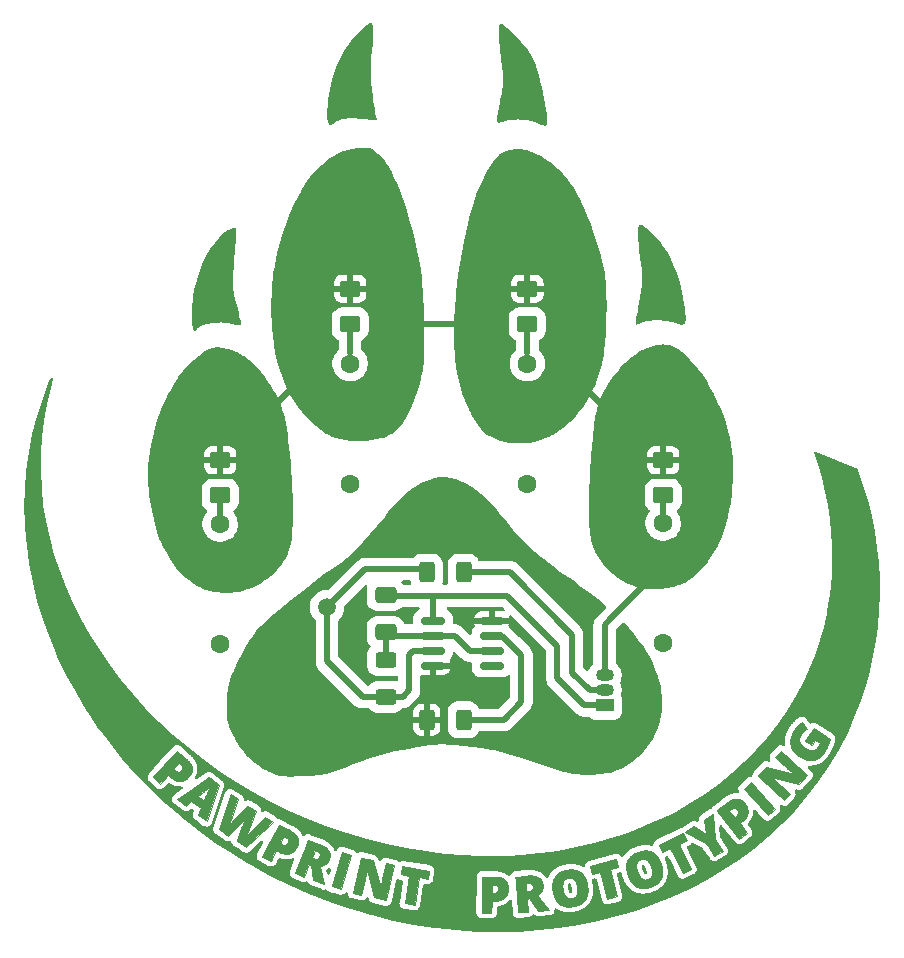
<source format=gbr>
%TF.GenerationSoftware,KiCad,Pcbnew,9.0.6*%
%TF.CreationDate,2025-11-26T15:21:52-08:00*%
%TF.ProjectId,CNC_Class_PCB,434e435f-436c-4617-9373-5f5043422e6b,rev?*%
%TF.SameCoordinates,Original*%
%TF.FileFunction,Copper,L1,Top*%
%TF.FilePolarity,Positive*%
%FSLAX46Y46*%
G04 Gerber Fmt 4.6, Leading zero omitted, Abs format (unit mm)*
G04 Created by KiCad (PCBNEW 9.0.6) date 2025-11-26 15:21:52*
%MOMM*%
%LPD*%
G01*
G04 APERTURE LIST*
G04 Aperture macros list*
%AMRoundRect*
0 Rectangle with rounded corners*
0 $1 Rounding radius*
0 $2 $3 $4 $5 $6 $7 $8 $9 X,Y pos of 4 corners*
0 Add a 4 corners polygon primitive as box body*
4,1,4,$2,$3,$4,$5,$6,$7,$8,$9,$2,$3,0*
0 Add four circle primitives for the rounded corners*
1,1,$1+$1,$2,$3*
1,1,$1+$1,$4,$5*
1,1,$1+$1,$6,$7*
1,1,$1+$1,$8,$9*
0 Add four rect primitives between the rounded corners*
20,1,$1+$1,$2,$3,$4,$5,0*
20,1,$1+$1,$4,$5,$6,$7,0*
20,1,$1+$1,$6,$7,$8,$9,0*
20,1,$1+$1,$8,$9,$2,$3,0*%
G04 Aperture macros list end*
%TA.AperFunction,NonConductor*%
%ADD10C,0.109999*%
%TD*%
%TA.AperFunction,NonConductor*%
%ADD11C,0.000000*%
%TD*%
%TA.AperFunction,ComponentPad*%
%ADD12C,1.600000*%
%TD*%
%TA.AperFunction,SMDPad,CuDef*%
%ADD13RoundRect,0.250000X-0.625000X0.400000X-0.625000X-0.400000X0.625000X-0.400000X0.625000X0.400000X0*%
%TD*%
%TA.AperFunction,SMDPad,CuDef*%
%ADD14RoundRect,0.250000X-0.400000X-0.625000X0.400000X-0.625000X0.400000X0.625000X-0.400000X0.625000X0*%
%TD*%
%TA.AperFunction,SMDPad,CuDef*%
%ADD15RoundRect,0.250001X-0.624999X0.462499X-0.624999X-0.462499X0.624999X-0.462499X0.624999X0.462499X0*%
%TD*%
%TA.AperFunction,SMDPad,CuDef*%
%ADD16RoundRect,0.150000X-0.825000X-0.150000X0.825000X-0.150000X0.825000X0.150000X-0.825000X0.150000X0*%
%TD*%
%TA.AperFunction,ComponentPad*%
%ADD17R,1.500000X1.050000*%
%TD*%
%TA.AperFunction,ComponentPad*%
%ADD18O,1.500000X1.050000*%
%TD*%
%TA.AperFunction,SMDPad,CuDef*%
%ADD19RoundRect,0.250000X-0.650000X0.412500X-0.650000X-0.412500X0.650000X-0.412500X0.650000X0.412500X0*%
%TD*%
%TA.AperFunction,ViaPad*%
%ADD20C,1.500000*%
%TD*%
%TA.AperFunction,Conductor*%
%ADD21C,0.500000*%
%TD*%
G04 APERTURE END LIST*
D10*
X65898028Y-120361600D02*
X65960813Y-120395380D01*
X66020667Y-120429857D01*
X66077588Y-120465029D01*
X66131579Y-120500897D01*
X66182637Y-120537460D01*
X66230764Y-120574718D01*
X66275959Y-120612673D01*
X66318221Y-120651322D01*
X66357552Y-120690667D01*
X66393951Y-120730707D01*
X66427419Y-120771444D01*
X66457955Y-120812875D01*
X66485559Y-120855002D01*
X66510231Y-120897824D01*
X66531972Y-120941341D01*
X66550781Y-120985553D01*
X66566968Y-121030450D01*
X66580380Y-121075774D01*
X66591018Y-121121528D01*
X66598880Y-121167709D01*
X66603969Y-121214319D01*
X66606283Y-121261359D01*
X66605821Y-121308826D01*
X66602586Y-121356722D01*
X66596576Y-121405048D01*
X66587792Y-121453801D01*
X66576234Y-121502983D01*
X66561900Y-121552594D01*
X66544793Y-121602633D01*
X66524910Y-121653102D01*
X66502254Y-121703999D01*
X66476822Y-121755325D01*
X66452054Y-121800880D01*
X66425849Y-121845102D01*
X66398208Y-121887990D01*
X66369132Y-121929544D01*
X66338621Y-121969764D01*
X66306675Y-122008649D01*
X66273293Y-122046199D01*
X66238476Y-122082414D01*
X66220749Y-122100026D01*
X66202636Y-122117070D01*
X66184141Y-122133547D01*
X66165261Y-122149458D01*
X66145997Y-122164802D01*
X66126348Y-122179579D01*
X66106315Y-122193789D01*
X66085899Y-122207433D01*
X66065097Y-122220509D01*
X66043912Y-122233019D01*
X66022344Y-122244961D01*
X66000390Y-122256337D01*
X65978053Y-122267145D01*
X65955332Y-122277387D01*
X65932226Y-122287061D01*
X65908737Y-122296168D01*
X65885089Y-122304734D01*
X65861045Y-122312542D01*
X65836606Y-122319593D01*
X65811771Y-122325889D01*
X65786540Y-122331428D01*
X65760914Y-122336210D01*
X65734892Y-122340235D01*
X65708475Y-122343505D01*
X65681661Y-122346018D01*
X65654453Y-122347774D01*
X65626848Y-122348775D01*
X65598847Y-122349018D01*
X65570452Y-122348505D01*
X65541660Y-122347236D01*
X65512472Y-122345211D01*
X65482889Y-122342429D01*
X65453136Y-122338897D01*
X65422977Y-122334383D01*
X65392411Y-122328886D01*
X65361438Y-122322407D01*
X65330059Y-122314945D01*
X65298273Y-122306501D01*
X65266081Y-122297075D01*
X65233481Y-122286665D01*
X65200475Y-122275274D01*
X65167062Y-122262900D01*
X65133244Y-122249542D01*
X65099019Y-122235203D01*
X65064387Y-122219881D01*
X65029350Y-122203576D01*
X64993905Y-122186289D01*
X64958054Y-122168018D01*
X64752823Y-122061216D01*
X64286203Y-122957958D01*
X63555867Y-122577933D01*
X64134529Y-121465870D01*
X65062614Y-121465870D01*
X65206833Y-121540919D01*
X65218633Y-121546903D01*
X65230460Y-121552589D01*
X65242315Y-121557977D01*
X65254196Y-121563066D01*
X65266102Y-121567859D01*
X65278036Y-121572351D01*
X65289997Y-121576547D01*
X65301984Y-121580444D01*
X65313998Y-121584042D01*
X65326038Y-121587343D01*
X65338105Y-121590346D01*
X65350199Y-121593051D01*
X65362319Y-121595457D01*
X65374466Y-121597565D01*
X65386639Y-121599375D01*
X65398840Y-121600887D01*
X65411122Y-121601798D01*
X65423304Y-121602269D01*
X65435382Y-121602303D01*
X65447359Y-121601899D01*
X65459232Y-121601055D01*
X65471005Y-121599774D01*
X65482674Y-121598054D01*
X65494243Y-121595895D01*
X65505709Y-121593298D01*
X65517072Y-121590263D01*
X65528333Y-121586789D01*
X65539492Y-121582877D01*
X65550549Y-121578526D01*
X65561504Y-121573735D01*
X65572357Y-121568508D01*
X65583108Y-121562840D01*
X65594061Y-121556552D01*
X65604820Y-121549687D01*
X65615385Y-121542243D01*
X65625755Y-121534220D01*
X65635930Y-121525618D01*
X65645912Y-121516439D01*
X65655698Y-121506681D01*
X65665290Y-121496344D01*
X65674686Y-121485428D01*
X65683889Y-121473935D01*
X65692896Y-121461863D01*
X65701709Y-121449213D01*
X65710328Y-121435984D01*
X65718752Y-121422178D01*
X65726980Y-121407792D01*
X65735015Y-121392828D01*
X65742918Y-121376915D01*
X65750035Y-121361069D01*
X65756364Y-121345291D01*
X65761905Y-121329579D01*
X65766659Y-121313935D01*
X65770626Y-121298358D01*
X65773804Y-121282849D01*
X65776195Y-121267407D01*
X65777798Y-121252032D01*
X65778614Y-121236725D01*
X65778642Y-121221486D01*
X65777882Y-121206313D01*
X65776335Y-121191208D01*
X65774000Y-121176171D01*
X65770877Y-121161201D01*
X65766966Y-121146299D01*
X65762292Y-121131349D01*
X65756637Y-121116694D01*
X65750001Y-121102338D01*
X65742384Y-121088279D01*
X65733787Y-121074517D01*
X65724208Y-121061053D01*
X65713649Y-121047886D01*
X65702109Y-121035016D01*
X65689588Y-121022443D01*
X65676087Y-121010168D01*
X65661604Y-120998190D01*
X65646141Y-120986510D01*
X65629698Y-120975126D01*
X65612274Y-120964040D01*
X65593869Y-120953250D01*
X65574483Y-120942759D01*
X65574473Y-120942755D01*
X65385877Y-120844627D01*
X65062614Y-121465870D01*
X64134529Y-121465870D01*
X64299095Y-121149611D01*
X64962457Y-119874771D01*
X65898028Y-120361600D01*
%TA.AperFunction,NonConductor*%
G36*
X65898028Y-120361600D02*
G01*
X65960813Y-120395380D01*
X66020667Y-120429857D01*
X66077588Y-120465029D01*
X66131579Y-120500897D01*
X66182637Y-120537460D01*
X66230764Y-120574718D01*
X66275959Y-120612673D01*
X66318221Y-120651322D01*
X66357552Y-120690667D01*
X66393951Y-120730707D01*
X66427419Y-120771444D01*
X66457955Y-120812875D01*
X66485559Y-120855002D01*
X66510231Y-120897824D01*
X66531972Y-120941341D01*
X66550781Y-120985553D01*
X66566968Y-121030450D01*
X66580380Y-121075774D01*
X66591018Y-121121528D01*
X66598880Y-121167709D01*
X66603969Y-121214319D01*
X66606283Y-121261359D01*
X66605821Y-121308826D01*
X66602586Y-121356722D01*
X66596576Y-121405048D01*
X66587792Y-121453801D01*
X66576234Y-121502983D01*
X66561900Y-121552594D01*
X66544793Y-121602633D01*
X66524910Y-121653102D01*
X66502254Y-121703999D01*
X66476822Y-121755325D01*
X66452054Y-121800880D01*
X66425849Y-121845102D01*
X66398208Y-121887990D01*
X66369132Y-121929544D01*
X66338621Y-121969764D01*
X66306675Y-122008649D01*
X66273293Y-122046199D01*
X66238476Y-122082414D01*
X66220749Y-122100026D01*
X66202636Y-122117070D01*
X66184141Y-122133547D01*
X66165261Y-122149458D01*
X66145997Y-122164802D01*
X66126348Y-122179579D01*
X66106315Y-122193789D01*
X66085899Y-122207433D01*
X66065097Y-122220509D01*
X66043912Y-122233019D01*
X66022344Y-122244961D01*
X66000390Y-122256337D01*
X65978053Y-122267145D01*
X65955332Y-122277387D01*
X65932226Y-122287061D01*
X65908737Y-122296168D01*
X65885089Y-122304734D01*
X65861045Y-122312542D01*
X65836606Y-122319593D01*
X65811771Y-122325889D01*
X65786540Y-122331428D01*
X65760914Y-122336210D01*
X65734892Y-122340235D01*
X65708475Y-122343505D01*
X65681661Y-122346018D01*
X65654453Y-122347774D01*
X65626848Y-122348775D01*
X65598847Y-122349018D01*
X65570452Y-122348505D01*
X65541660Y-122347236D01*
X65512472Y-122345211D01*
X65482889Y-122342429D01*
X65453136Y-122338897D01*
X65422977Y-122334383D01*
X65392411Y-122328886D01*
X65361438Y-122322407D01*
X65330059Y-122314945D01*
X65298273Y-122306501D01*
X65266081Y-122297075D01*
X65233481Y-122286665D01*
X65200475Y-122275274D01*
X65167062Y-122262900D01*
X65133244Y-122249542D01*
X65099019Y-122235203D01*
X65064387Y-122219881D01*
X65029350Y-122203576D01*
X64993905Y-122186289D01*
X64958054Y-122168018D01*
X64752823Y-122061216D01*
X64286203Y-122957958D01*
X63555867Y-122577933D01*
X64134529Y-121465870D01*
X65062614Y-121465870D01*
X65206833Y-121540919D01*
X65218633Y-121546903D01*
X65230460Y-121552589D01*
X65242315Y-121557977D01*
X65254196Y-121563066D01*
X65266102Y-121567859D01*
X65278036Y-121572351D01*
X65289997Y-121576547D01*
X65301984Y-121580444D01*
X65313998Y-121584042D01*
X65326038Y-121587343D01*
X65338105Y-121590346D01*
X65350199Y-121593051D01*
X65362319Y-121595457D01*
X65374466Y-121597565D01*
X65386639Y-121599375D01*
X65398840Y-121600887D01*
X65411122Y-121601798D01*
X65423304Y-121602269D01*
X65435382Y-121602303D01*
X65447359Y-121601899D01*
X65459232Y-121601055D01*
X65471005Y-121599774D01*
X65482674Y-121598054D01*
X65494243Y-121595895D01*
X65505709Y-121593298D01*
X65517072Y-121590263D01*
X65528333Y-121586789D01*
X65539492Y-121582877D01*
X65550549Y-121578526D01*
X65561504Y-121573735D01*
X65572357Y-121568508D01*
X65583108Y-121562840D01*
X65594061Y-121556552D01*
X65604820Y-121549687D01*
X65615385Y-121542243D01*
X65625755Y-121534220D01*
X65635930Y-121525618D01*
X65645912Y-121516439D01*
X65655698Y-121506681D01*
X65665290Y-121496344D01*
X65674686Y-121485428D01*
X65683889Y-121473935D01*
X65692896Y-121461863D01*
X65701709Y-121449213D01*
X65710328Y-121435984D01*
X65718752Y-121422178D01*
X65726980Y-121407792D01*
X65735015Y-121392828D01*
X65742918Y-121376915D01*
X65750035Y-121361069D01*
X65756364Y-121345291D01*
X65761905Y-121329579D01*
X65766659Y-121313935D01*
X65770626Y-121298358D01*
X65773804Y-121282849D01*
X65776195Y-121267407D01*
X65777798Y-121252032D01*
X65778614Y-121236725D01*
X65778642Y-121221486D01*
X65777882Y-121206313D01*
X65776335Y-121191208D01*
X65774000Y-121176171D01*
X65770877Y-121161201D01*
X65766966Y-121146299D01*
X65762292Y-121131349D01*
X65756637Y-121116694D01*
X65750001Y-121102338D01*
X65742384Y-121088279D01*
X65733787Y-121074517D01*
X65724208Y-121061053D01*
X65713649Y-121047886D01*
X65702109Y-121035016D01*
X65689588Y-121022443D01*
X65676087Y-121010168D01*
X65661604Y-120998190D01*
X65646141Y-120986510D01*
X65629698Y-120975126D01*
X65612274Y-120964040D01*
X65593869Y-120953250D01*
X65574483Y-120942759D01*
X65574473Y-120942755D01*
X65385877Y-120844627D01*
X65062614Y-121465870D01*
X64134529Y-121465870D01*
X64299095Y-121149611D01*
X64962457Y-119874771D01*
X65898028Y-120361600D01*
G37*
%TD.AperFunction*%
X99511006Y-121177627D02*
X98844365Y-121503463D01*
X99886861Y-123636323D01*
X99147198Y-123997859D01*
X98104704Y-121864996D01*
X97436198Y-122191747D01*
X97140564Y-121586905D01*
X99215372Y-120572785D01*
X99511006Y-121177627D01*
%TA.AperFunction,NonConductor*%
G36*
X99511006Y-121177627D02*
G01*
X98844365Y-121503463D01*
X99886861Y-123636323D01*
X99147198Y-123997859D01*
X98104704Y-121864996D01*
X97436198Y-122191747D01*
X97140564Y-121586905D01*
X99215372Y-120572785D01*
X99511006Y-121177627D01*
G37*
%TD.AperFunction*%
D11*
%TA.AperFunction,NonConductor*%
G36*
X61230470Y-69337407D02*
G01*
X61255418Y-69343702D01*
X61275153Y-69354480D01*
X61289308Y-69369948D01*
X61295620Y-69383509D01*
X61301297Y-69403008D01*
X61310770Y-69459161D01*
X61317771Y-69537093D01*
X61322343Y-69635491D01*
X61324531Y-69753038D01*
X61324380Y-69888422D01*
X61317234Y-70207437D01*
X61301258Y-70582020D01*
X61276806Y-71001657D01*
X61244231Y-71455829D01*
X61203887Y-71934020D01*
X61139239Y-72676026D01*
X61096508Y-73272892D01*
X61083963Y-73528556D01*
X61077616Y-73761925D01*
X61077709Y-73977665D01*
X61084483Y-74180438D01*
X61098178Y-74374908D01*
X61119033Y-74565738D01*
X61147290Y-74757592D01*
X61183188Y-74955135D01*
X61278869Y-75385938D01*
X61407999Y-75895458D01*
X61490435Y-76218765D01*
X61564376Y-76523390D01*
X61628414Y-76802454D01*
X61681143Y-77049075D01*
X61721157Y-77256371D01*
X61747050Y-77417462D01*
X61757414Y-77525465D01*
X61756333Y-77557410D01*
X61750843Y-77573502D01*
X61745925Y-77577143D01*
X61738965Y-77580189D01*
X61730020Y-77582646D01*
X61719146Y-77584524D01*
X61691842Y-77586579D01*
X61657506Y-77586423D01*
X61616594Y-77584126D01*
X61569564Y-77579758D01*
X61516869Y-77573390D01*
X61458964Y-77565091D01*
X61396306Y-77554931D01*
X61329347Y-77542980D01*
X61258546Y-77529310D01*
X61184357Y-77513989D01*
X61107234Y-77497087D01*
X61027634Y-77478676D01*
X60946011Y-77458824D01*
X60862822Y-77437601D01*
X60695612Y-77402035D01*
X60511265Y-77377225D01*
X60313244Y-77362645D01*
X60105015Y-77357766D01*
X59890042Y-77362058D01*
X59671790Y-77374995D01*
X59453725Y-77396047D01*
X59239310Y-77424685D01*
X59032012Y-77460382D01*
X58835294Y-77502608D01*
X58652622Y-77550836D01*
X58487460Y-77604537D01*
X58343275Y-77663182D01*
X58223529Y-77726242D01*
X58173905Y-77759264D01*
X58131689Y-77793191D01*
X58097317Y-77827958D01*
X58071220Y-77863498D01*
X58044629Y-77905168D01*
X58018670Y-77941632D01*
X57993356Y-77972919D01*
X57968698Y-77999056D01*
X57944708Y-78020073D01*
X57921399Y-78035997D01*
X57898783Y-78046856D01*
X57887739Y-78050395D01*
X57876873Y-78052679D01*
X57866185Y-78053711D01*
X57855679Y-78053495D01*
X57845355Y-78052033D01*
X57835216Y-78049330D01*
X57825261Y-78045389D01*
X57815493Y-78040214D01*
X57805914Y-78033808D01*
X57796524Y-78026175D01*
X57778322Y-78007241D01*
X57760898Y-77983440D01*
X57744265Y-77954802D01*
X57728433Y-77921352D01*
X57713418Y-77883121D01*
X57699229Y-77840136D01*
X57685879Y-77792426D01*
X57673381Y-77740019D01*
X57661746Y-77682943D01*
X57650987Y-77621226D01*
X57641117Y-77554897D01*
X57632146Y-77483984D01*
X57624089Y-77408515D01*
X57616955Y-77328518D01*
X57610759Y-77244022D01*
X57605511Y-77155056D01*
X57601224Y-77061646D01*
X57597912Y-76963822D01*
X57594255Y-76755042D01*
X57594209Y-76755060D01*
X57600673Y-76347152D01*
X57625626Y-75930751D01*
X57668220Y-75508614D01*
X57727605Y-75083497D01*
X57802935Y-74658160D01*
X57893359Y-74235358D01*
X57998031Y-73817848D01*
X58116101Y-73408389D01*
X58246721Y-73009737D01*
X58389043Y-72624649D01*
X58542218Y-72255883D01*
X58705398Y-71906195D01*
X58877735Y-71578343D01*
X59058380Y-71275084D01*
X59246484Y-70999175D01*
X59441200Y-70753372D01*
X59520686Y-70659623D01*
X59597090Y-70566884D01*
X59668581Y-70477560D01*
X59733323Y-70394063D01*
X59789486Y-70318800D01*
X59835236Y-70254180D01*
X59868740Y-70202609D01*
X59880328Y-70182471D01*
X59888168Y-70166499D01*
X59904723Y-70133598D01*
X59926704Y-70099126D01*
X59953742Y-70063292D01*
X59985473Y-70026306D01*
X60061542Y-69949708D01*
X60151974Y-69871003D01*
X60253836Y-69791860D01*
X60364192Y-69713949D01*
X60480109Y-69638940D01*
X60598649Y-69568502D01*
X60716881Y-69504306D01*
X60831869Y-69448020D01*
X60940676Y-69401316D01*
X61040369Y-69365862D01*
X61128014Y-69343328D01*
X61166401Y-69337428D01*
X61200676Y-69335385D01*
X61230470Y-69337407D01*
G37*
%TD.AperFunction*%
D10*
X57124249Y-114303338D02*
X57176633Y-114351699D01*
X57226006Y-114400005D01*
X57272365Y-114448253D01*
X57315712Y-114496444D01*
X57356046Y-114544579D01*
X57393367Y-114592656D01*
X57427676Y-114640676D01*
X57458973Y-114688639D01*
X57487257Y-114736546D01*
X57512528Y-114784395D01*
X57534787Y-114832187D01*
X57554032Y-114879921D01*
X57570266Y-114927599D01*
X57583486Y-114975220D01*
X57593695Y-115022783D01*
X57600889Y-115070290D01*
X57605375Y-115117803D01*
X57607068Y-115165041D01*
X57605966Y-115212002D01*
X57602071Y-115258687D01*
X57595381Y-115305094D01*
X57585899Y-115351226D01*
X57573621Y-115397080D01*
X57558551Y-115442658D01*
X57540687Y-115487961D01*
X57520029Y-115532986D01*
X57496577Y-115577735D01*
X57470331Y-115622208D01*
X57441291Y-115666403D01*
X57409458Y-115710322D01*
X57374830Y-115753965D01*
X57337410Y-115797332D01*
X57302066Y-115835279D01*
X57265666Y-115871576D01*
X57228209Y-115906220D01*
X57189695Y-115939217D01*
X57150124Y-115970562D01*
X57109496Y-116000258D01*
X57067811Y-116028305D01*
X57025068Y-116054703D01*
X57003510Y-116067340D01*
X56981722Y-116079333D01*
X56959703Y-116090681D01*
X56937454Y-116101384D01*
X56914973Y-116111443D01*
X56892262Y-116120856D01*
X56869320Y-116129625D01*
X56846147Y-116137750D01*
X56822744Y-116145229D01*
X56799110Y-116152063D01*
X56775246Y-116158253D01*
X56751150Y-116163797D01*
X56726824Y-116168697D01*
X56702267Y-116172952D01*
X56677480Y-116176561D01*
X56652462Y-116179526D01*
X56627426Y-116181928D01*
X56602194Y-116183497D01*
X56576768Y-116184236D01*
X56551147Y-116184143D01*
X56525332Y-116183219D01*
X56499322Y-116181463D01*
X56473118Y-116178877D01*
X56446719Y-116175459D01*
X56420125Y-116171209D01*
X56393337Y-116166129D01*
X56366355Y-116160218D01*
X56339177Y-116153475D01*
X56311805Y-116145901D01*
X56284239Y-116137494D01*
X56256478Y-116128259D01*
X56228522Y-116118190D01*
X56200586Y-116107359D01*
X56172502Y-116095473D01*
X56144269Y-116082535D01*
X56115888Y-116068543D01*
X56087358Y-116053498D01*
X56058680Y-116037399D01*
X56029853Y-116020246D01*
X56000877Y-116002041D01*
X55971753Y-115982782D01*
X55942480Y-115962470D01*
X55913058Y-115941103D01*
X55883488Y-115918685D01*
X55853770Y-115895212D01*
X55823902Y-115870686D01*
X55793886Y-115845107D01*
X55763720Y-115818475D01*
X55591582Y-115663899D01*
X54916190Y-116416045D01*
X54303618Y-115865987D01*
X54933480Y-115164543D01*
X56039987Y-115164543D01*
X56160948Y-115273170D01*
X56170886Y-115281906D01*
X56180923Y-115290360D01*
X56191060Y-115298532D01*
X56201297Y-115306421D01*
X56211635Y-115314029D01*
X56222072Y-115321356D01*
X56232609Y-115328399D01*
X56243247Y-115335161D01*
X56253984Y-115341640D01*
X56264822Y-115347838D01*
X56275759Y-115353753D01*
X56286798Y-115359387D01*
X56297935Y-115364737D01*
X56309173Y-115369807D01*
X56320511Y-115374593D01*
X56331949Y-115379098D01*
X56343614Y-115383049D01*
X56355291Y-115386548D01*
X56366977Y-115389597D01*
X56378675Y-115392194D01*
X56390383Y-115394341D01*
X56402103Y-115396036D01*
X56413832Y-115397280D01*
X56425572Y-115398073D01*
X56437323Y-115398415D01*
X56449085Y-115398307D01*
X56460857Y-115397746D01*
X56472640Y-115396736D01*
X56484434Y-115395275D01*
X56496238Y-115393362D01*
X56508053Y-115390999D01*
X56519878Y-115388185D01*
X56532053Y-115384825D01*
X56544183Y-115380857D01*
X56556270Y-115376280D01*
X56568312Y-115371095D01*
X56580309Y-115365301D01*
X56592263Y-115358898D01*
X56604171Y-115351886D01*
X56616037Y-115344266D01*
X56627858Y-115336037D01*
X56639634Y-115327200D01*
X56651366Y-115317754D01*
X56663054Y-115307699D01*
X56674697Y-115297036D01*
X56686297Y-115285764D01*
X56697852Y-115273884D01*
X56709363Y-115261394D01*
X56720985Y-115247954D01*
X56731827Y-115234381D01*
X56741889Y-115220677D01*
X56751172Y-115206843D01*
X56759675Y-115192877D01*
X56767397Y-115178780D01*
X56774340Y-115164553D01*
X56780504Y-115150194D01*
X56785888Y-115135705D01*
X56790493Y-115121084D01*
X56794317Y-115106332D01*
X56797361Y-115091449D01*
X56799626Y-115076435D01*
X56801111Y-115061290D01*
X56801817Y-115046013D01*
X56801742Y-115030606D01*
X56800942Y-115014962D01*
X56799118Y-114999362D01*
X56796270Y-114983805D01*
X56792397Y-114968291D01*
X56787502Y-114952820D01*
X56781582Y-114937393D01*
X56774637Y-114922008D01*
X56766669Y-114906669D01*
X56757678Y-114891372D01*
X56747661Y-114876119D01*
X56736621Y-114860909D01*
X56724558Y-114845743D01*
X56711469Y-114830622D01*
X56697357Y-114815543D01*
X56682220Y-114800509D01*
X56666060Y-114785519D01*
X56666067Y-114785513D01*
X56507884Y-114643473D01*
X56039987Y-115164543D01*
X54933480Y-115164543D01*
X55233462Y-114830469D01*
X56339535Y-113598695D01*
X57124249Y-114303338D01*
%TA.AperFunction,NonConductor*%
G36*
X57124249Y-114303338D02*
G01*
X57176633Y-114351699D01*
X57226006Y-114400005D01*
X57272365Y-114448253D01*
X57315712Y-114496444D01*
X57356046Y-114544579D01*
X57393367Y-114592656D01*
X57427676Y-114640676D01*
X57458973Y-114688639D01*
X57487257Y-114736546D01*
X57512528Y-114784395D01*
X57534787Y-114832187D01*
X57554032Y-114879921D01*
X57570266Y-114927599D01*
X57583486Y-114975220D01*
X57593695Y-115022783D01*
X57600889Y-115070290D01*
X57605375Y-115117803D01*
X57607068Y-115165041D01*
X57605966Y-115212002D01*
X57602071Y-115258687D01*
X57595381Y-115305094D01*
X57585899Y-115351226D01*
X57573621Y-115397080D01*
X57558551Y-115442658D01*
X57540687Y-115487961D01*
X57520029Y-115532986D01*
X57496577Y-115577735D01*
X57470331Y-115622208D01*
X57441291Y-115666403D01*
X57409458Y-115710322D01*
X57374830Y-115753965D01*
X57337410Y-115797332D01*
X57302066Y-115835279D01*
X57265666Y-115871576D01*
X57228209Y-115906220D01*
X57189695Y-115939217D01*
X57150124Y-115970562D01*
X57109496Y-116000258D01*
X57067811Y-116028305D01*
X57025068Y-116054703D01*
X57003510Y-116067340D01*
X56981722Y-116079333D01*
X56959703Y-116090681D01*
X56937454Y-116101384D01*
X56914973Y-116111443D01*
X56892262Y-116120856D01*
X56869320Y-116129625D01*
X56846147Y-116137750D01*
X56822744Y-116145229D01*
X56799110Y-116152063D01*
X56775246Y-116158253D01*
X56751150Y-116163797D01*
X56726824Y-116168697D01*
X56702267Y-116172952D01*
X56677480Y-116176561D01*
X56652462Y-116179526D01*
X56627426Y-116181928D01*
X56602194Y-116183497D01*
X56576768Y-116184236D01*
X56551147Y-116184143D01*
X56525332Y-116183219D01*
X56499322Y-116181463D01*
X56473118Y-116178877D01*
X56446719Y-116175459D01*
X56420125Y-116171209D01*
X56393337Y-116166129D01*
X56366355Y-116160218D01*
X56339177Y-116153475D01*
X56311805Y-116145901D01*
X56284239Y-116137494D01*
X56256478Y-116128259D01*
X56228522Y-116118190D01*
X56200586Y-116107359D01*
X56172502Y-116095473D01*
X56144269Y-116082535D01*
X56115888Y-116068543D01*
X56087358Y-116053498D01*
X56058680Y-116037399D01*
X56029853Y-116020246D01*
X56000877Y-116002041D01*
X55971753Y-115982782D01*
X55942480Y-115962470D01*
X55913058Y-115941103D01*
X55883488Y-115918685D01*
X55853770Y-115895212D01*
X55823902Y-115870686D01*
X55793886Y-115845107D01*
X55763720Y-115818475D01*
X55591582Y-115663899D01*
X54916190Y-116416045D01*
X54303618Y-115865987D01*
X54933480Y-115164543D01*
X56039987Y-115164543D01*
X56160948Y-115273170D01*
X56170886Y-115281906D01*
X56180923Y-115290360D01*
X56191060Y-115298532D01*
X56201297Y-115306421D01*
X56211635Y-115314029D01*
X56222072Y-115321356D01*
X56232609Y-115328399D01*
X56243247Y-115335161D01*
X56253984Y-115341640D01*
X56264822Y-115347838D01*
X56275759Y-115353753D01*
X56286798Y-115359387D01*
X56297935Y-115364737D01*
X56309173Y-115369807D01*
X56320511Y-115374593D01*
X56331949Y-115379098D01*
X56343614Y-115383049D01*
X56355291Y-115386548D01*
X56366977Y-115389597D01*
X56378675Y-115392194D01*
X56390383Y-115394341D01*
X56402103Y-115396036D01*
X56413832Y-115397280D01*
X56425572Y-115398073D01*
X56437323Y-115398415D01*
X56449085Y-115398307D01*
X56460857Y-115397746D01*
X56472640Y-115396736D01*
X56484434Y-115395275D01*
X56496238Y-115393362D01*
X56508053Y-115390999D01*
X56519878Y-115388185D01*
X56532053Y-115384825D01*
X56544183Y-115380857D01*
X56556270Y-115376280D01*
X56568312Y-115371095D01*
X56580309Y-115365301D01*
X56592263Y-115358898D01*
X56604171Y-115351886D01*
X56616037Y-115344266D01*
X56627858Y-115336037D01*
X56639634Y-115327200D01*
X56651366Y-115317754D01*
X56663054Y-115307699D01*
X56674697Y-115297036D01*
X56686297Y-115285764D01*
X56697852Y-115273884D01*
X56709363Y-115261394D01*
X56720985Y-115247954D01*
X56731827Y-115234381D01*
X56741889Y-115220677D01*
X56751172Y-115206843D01*
X56759675Y-115192877D01*
X56767397Y-115178780D01*
X56774340Y-115164553D01*
X56780504Y-115150194D01*
X56785888Y-115135705D01*
X56790493Y-115121084D01*
X56794317Y-115106332D01*
X56797361Y-115091449D01*
X56799626Y-115076435D01*
X56801111Y-115061290D01*
X56801817Y-115046013D01*
X56801742Y-115030606D01*
X56800942Y-115014962D01*
X56799118Y-114999362D01*
X56796270Y-114983805D01*
X56792397Y-114968291D01*
X56787502Y-114952820D01*
X56781582Y-114937393D01*
X56774637Y-114922008D01*
X56766669Y-114906669D01*
X56757678Y-114891372D01*
X56747661Y-114876119D01*
X56736621Y-114860909D01*
X56724558Y-114845743D01*
X56711469Y-114830622D01*
X56697357Y-114815543D01*
X56682220Y-114800509D01*
X56666060Y-114785519D01*
X56666067Y-114785513D01*
X56507884Y-114643473D01*
X56039987Y-115164543D01*
X54933480Y-115164543D01*
X55233462Y-114830469D01*
X56339535Y-113598695D01*
X57124249Y-114303338D01*
G37*
%TD.AperFunction*%
X83229801Y-124280101D02*
X83301071Y-124282014D01*
X83370036Y-124285868D01*
X83436696Y-124291662D01*
X83501050Y-124299397D01*
X83563100Y-124309072D01*
X83622845Y-124320687D01*
X83680284Y-124334244D01*
X83735419Y-124349740D01*
X83788248Y-124367176D01*
X83838772Y-124386554D01*
X83886991Y-124407871D01*
X83932905Y-124431128D01*
X83976514Y-124456327D01*
X84017817Y-124483465D01*
X84056816Y-124512543D01*
X84093510Y-124543562D01*
X84128168Y-124576372D01*
X84160541Y-124610813D01*
X84190630Y-124646886D01*
X84218434Y-124684590D01*
X84243953Y-124723925D01*
X84267187Y-124764891D01*
X84288137Y-124807488D01*
X84306802Y-124851717D01*
X84323181Y-124897577D01*
X84337277Y-124945068D01*
X84349087Y-124994189D01*
X84358613Y-125044943D01*
X84365854Y-125097327D01*
X84370810Y-125151342D01*
X84373482Y-125206989D01*
X84373869Y-125264268D01*
X84372249Y-125316098D01*
X84368747Y-125367383D01*
X84363364Y-125418122D01*
X84356099Y-125468316D01*
X84346952Y-125517964D01*
X84335923Y-125567066D01*
X84323012Y-125615622D01*
X84308220Y-125663633D01*
X84300314Y-125687338D01*
X84291810Y-125710710D01*
X84282708Y-125733747D01*
X84273008Y-125756452D01*
X84262709Y-125778824D01*
X84251813Y-125800862D01*
X84240318Y-125822566D01*
X84228224Y-125843937D01*
X84215533Y-125864975D01*
X84202243Y-125885680D01*
X84188356Y-125906050D01*
X84173870Y-125926088D01*
X84158787Y-125945791D01*
X84143104Y-125965162D01*
X84126824Y-125984199D01*
X84109945Y-126002903D01*
X84092682Y-126021194D01*
X84074724Y-126038986D01*
X84056072Y-126056282D01*
X84036727Y-126073079D01*
X84016688Y-126089380D01*
X83995955Y-126105183D01*
X83974529Y-126120489D01*
X83952408Y-126135297D01*
X83929595Y-126149607D01*
X83906087Y-126163420D01*
X83881885Y-126176736D01*
X83856990Y-126189554D01*
X83831400Y-126201875D01*
X83805118Y-126213698D01*
X83778141Y-126225025D01*
X83750470Y-126235853D01*
X83722311Y-126246087D01*
X83693345Y-126255626D01*
X83663575Y-126264471D01*
X83633001Y-126272622D01*
X83601621Y-126280079D01*
X83569436Y-126286841D01*
X83536445Y-126292909D01*
X83502650Y-126298282D01*
X83468049Y-126302961D01*
X83432643Y-126306946D01*
X83396432Y-126310236D01*
X83359416Y-126312832D01*
X83321594Y-126314734D01*
X83282967Y-126315941D01*
X83243535Y-126316454D01*
X83203298Y-126316272D01*
X82971959Y-126313260D01*
X82958805Y-127324049D01*
X82135580Y-127313337D01*
X82157332Y-125642177D01*
X82980698Y-125642177D01*
X83143261Y-125644291D01*
X83156492Y-125644324D01*
X83169612Y-125644079D01*
X83182622Y-125643556D01*
X83195522Y-125642754D01*
X83208311Y-125641675D01*
X83220990Y-125640317D01*
X83233560Y-125638682D01*
X83246018Y-125636768D01*
X83258366Y-125634576D01*
X83270604Y-125632106D01*
X83282730Y-125629359D01*
X83294748Y-125626333D01*
X83306655Y-125623030D01*
X83318450Y-125619447D01*
X83330136Y-125615587D01*
X83341711Y-125611450D01*
X83353091Y-125606735D01*
X83364182Y-125601675D01*
X83374983Y-125596270D01*
X83385497Y-125590518D01*
X83395721Y-125584422D01*
X83405656Y-125577980D01*
X83415304Y-125571192D01*
X83424663Y-125564058D01*
X83433733Y-125556580D01*
X83442515Y-125548755D01*
X83451008Y-125540585D01*
X83459212Y-125532070D01*
X83467128Y-125523209D01*
X83474756Y-125514002D01*
X83482095Y-125504449D01*
X83489146Y-125494550D01*
X83496099Y-125484005D01*
X83502618Y-125473032D01*
X83508702Y-125461629D01*
X83514353Y-125449798D01*
X83519569Y-125437538D01*
X83524351Y-125424849D01*
X83528699Y-125411731D01*
X83532613Y-125398184D01*
X83536093Y-125384209D01*
X83539139Y-125369804D01*
X83541750Y-125354970D01*
X83543928Y-125339707D01*
X83545671Y-125324016D01*
X83546980Y-125307895D01*
X83547855Y-125291346D01*
X83548296Y-125274367D01*
X83548193Y-125256598D01*
X83547417Y-125239244D01*
X83545968Y-125222305D01*
X83543846Y-125205781D01*
X83541051Y-125189672D01*
X83537583Y-125173976D01*
X83533442Y-125158696D01*
X83528629Y-125143831D01*
X83523141Y-125129380D01*
X83516982Y-125115344D01*
X83510148Y-125101722D01*
X83502643Y-125088516D01*
X83494464Y-125075724D01*
X83485611Y-125063346D01*
X83476086Y-125051383D01*
X83465888Y-125039836D01*
X83454985Y-125028586D01*
X83443341Y-125018044D01*
X83430954Y-125008209D01*
X83417825Y-124999082D01*
X83403954Y-124990660D01*
X83389342Y-124982946D01*
X83373987Y-124975939D01*
X83357890Y-124969639D01*
X83341051Y-124964045D01*
X83323470Y-124959159D01*
X83305147Y-124954979D01*
X83286082Y-124951507D01*
X83266275Y-124948741D01*
X83245726Y-124946682D01*
X83224434Y-124945330D01*
X83202402Y-124944685D01*
X83202399Y-124944684D01*
X83202398Y-124944683D01*
X83202397Y-124944683D01*
X83202396Y-124944684D01*
X83202395Y-124944683D01*
X83202394Y-124944683D01*
X83202394Y-124944684D01*
X83202393Y-124944683D01*
X83202393Y-124944684D01*
X83202392Y-124944684D01*
X83202391Y-124944685D01*
X83202390Y-124944685D01*
X83202388Y-124944688D01*
X82989815Y-124941918D01*
X82980698Y-125642177D01*
X82157332Y-125642177D01*
X82170862Y-124602696D01*
X82175240Y-124266369D01*
X83229801Y-124280101D01*
%TA.AperFunction,NonConductor*%
G36*
X83229801Y-124280101D02*
G01*
X83301071Y-124282014D01*
X83370036Y-124285868D01*
X83436696Y-124291662D01*
X83501050Y-124299397D01*
X83563100Y-124309072D01*
X83622845Y-124320687D01*
X83680284Y-124334244D01*
X83735419Y-124349740D01*
X83788248Y-124367176D01*
X83838772Y-124386554D01*
X83886991Y-124407871D01*
X83932905Y-124431128D01*
X83976514Y-124456327D01*
X84017817Y-124483465D01*
X84056816Y-124512543D01*
X84093510Y-124543562D01*
X84128168Y-124576372D01*
X84160541Y-124610813D01*
X84190630Y-124646886D01*
X84218434Y-124684590D01*
X84243953Y-124723925D01*
X84267187Y-124764891D01*
X84288137Y-124807488D01*
X84306802Y-124851717D01*
X84323181Y-124897577D01*
X84337277Y-124945068D01*
X84349087Y-124994189D01*
X84358613Y-125044943D01*
X84365854Y-125097327D01*
X84370810Y-125151342D01*
X84373482Y-125206989D01*
X84373869Y-125264268D01*
X84372249Y-125316098D01*
X84368747Y-125367383D01*
X84363364Y-125418122D01*
X84356099Y-125468316D01*
X84346952Y-125517964D01*
X84335923Y-125567066D01*
X84323012Y-125615622D01*
X84308220Y-125663633D01*
X84300314Y-125687338D01*
X84291810Y-125710710D01*
X84282708Y-125733747D01*
X84273008Y-125756452D01*
X84262709Y-125778824D01*
X84251813Y-125800862D01*
X84240318Y-125822566D01*
X84228224Y-125843937D01*
X84215533Y-125864975D01*
X84202243Y-125885680D01*
X84188356Y-125906050D01*
X84173870Y-125926088D01*
X84158787Y-125945791D01*
X84143104Y-125965162D01*
X84126824Y-125984199D01*
X84109945Y-126002903D01*
X84092682Y-126021194D01*
X84074724Y-126038986D01*
X84056072Y-126056282D01*
X84036727Y-126073079D01*
X84016688Y-126089380D01*
X83995955Y-126105183D01*
X83974529Y-126120489D01*
X83952408Y-126135297D01*
X83929595Y-126149607D01*
X83906087Y-126163420D01*
X83881885Y-126176736D01*
X83856990Y-126189554D01*
X83831400Y-126201875D01*
X83805118Y-126213698D01*
X83778141Y-126225025D01*
X83750470Y-126235853D01*
X83722311Y-126246087D01*
X83693345Y-126255626D01*
X83663575Y-126264471D01*
X83633001Y-126272622D01*
X83601621Y-126280079D01*
X83569436Y-126286841D01*
X83536445Y-126292909D01*
X83502650Y-126298282D01*
X83468049Y-126302961D01*
X83432643Y-126306946D01*
X83396432Y-126310236D01*
X83359416Y-126312832D01*
X83321594Y-126314734D01*
X83282967Y-126315941D01*
X83243535Y-126316454D01*
X83203298Y-126316272D01*
X82971959Y-126313260D01*
X82958805Y-127324049D01*
X82135580Y-127313337D01*
X82157332Y-125642177D01*
X82980698Y-125642177D01*
X83143261Y-125644291D01*
X83156492Y-125644324D01*
X83169612Y-125644079D01*
X83182622Y-125643556D01*
X83195522Y-125642754D01*
X83208311Y-125641675D01*
X83220990Y-125640317D01*
X83233560Y-125638682D01*
X83246018Y-125636768D01*
X83258366Y-125634576D01*
X83270604Y-125632106D01*
X83282730Y-125629359D01*
X83294748Y-125626333D01*
X83306655Y-125623030D01*
X83318450Y-125619447D01*
X83330136Y-125615587D01*
X83341711Y-125611450D01*
X83353091Y-125606735D01*
X83364182Y-125601675D01*
X83374983Y-125596270D01*
X83385497Y-125590518D01*
X83395721Y-125584422D01*
X83405656Y-125577980D01*
X83415304Y-125571192D01*
X83424663Y-125564058D01*
X83433733Y-125556580D01*
X83442515Y-125548755D01*
X83451008Y-125540585D01*
X83459212Y-125532070D01*
X83467128Y-125523209D01*
X83474756Y-125514002D01*
X83482095Y-125504449D01*
X83489146Y-125494550D01*
X83496099Y-125484005D01*
X83502618Y-125473032D01*
X83508702Y-125461629D01*
X83514353Y-125449798D01*
X83519569Y-125437538D01*
X83524351Y-125424849D01*
X83528699Y-125411731D01*
X83532613Y-125398184D01*
X83536093Y-125384209D01*
X83539139Y-125369804D01*
X83541750Y-125354970D01*
X83543928Y-125339707D01*
X83545671Y-125324016D01*
X83546980Y-125307895D01*
X83547855Y-125291346D01*
X83548296Y-125274367D01*
X83548193Y-125256598D01*
X83547417Y-125239244D01*
X83545968Y-125222305D01*
X83543846Y-125205781D01*
X83541051Y-125189672D01*
X83537583Y-125173976D01*
X83533442Y-125158696D01*
X83528629Y-125143831D01*
X83523141Y-125129380D01*
X83516982Y-125115344D01*
X83510148Y-125101722D01*
X83502643Y-125088516D01*
X83494464Y-125075724D01*
X83485611Y-125063346D01*
X83476086Y-125051383D01*
X83465888Y-125039836D01*
X83454985Y-125028586D01*
X83443341Y-125018044D01*
X83430954Y-125008209D01*
X83417825Y-124999082D01*
X83403954Y-124990660D01*
X83389342Y-124982946D01*
X83373987Y-124975939D01*
X83357890Y-124969639D01*
X83341051Y-124964045D01*
X83323470Y-124959159D01*
X83305147Y-124954979D01*
X83286082Y-124951507D01*
X83266275Y-124948741D01*
X83245726Y-124946682D01*
X83224434Y-124945330D01*
X83202402Y-124944685D01*
X83202399Y-124944684D01*
X83202398Y-124944683D01*
X83202397Y-124944683D01*
X83202396Y-124944684D01*
X83202395Y-124944683D01*
X83202394Y-124944683D01*
X83202394Y-124944684D01*
X83202393Y-124944683D01*
X83202393Y-124944684D01*
X83202392Y-124944684D01*
X83202391Y-124944685D01*
X83202390Y-124944685D01*
X83202388Y-124944688D01*
X82989815Y-124941918D01*
X82980698Y-125642177D01*
X82157332Y-125642177D01*
X82170862Y-124602696D01*
X82175240Y-124266369D01*
X83229801Y-124280101D01*
G37*
%TD.AperFunction*%
X59897202Y-116541608D02*
X58846003Y-119586346D01*
X58129364Y-119041220D01*
X58355680Y-118495827D01*
X57567710Y-117896429D01*
X57099197Y-118257592D01*
X56379240Y-117709934D01*
X56736146Y-117462432D01*
X58112619Y-117462432D01*
X58628501Y-117854878D01*
X58826844Y-117377242D01*
X58866147Y-117283403D01*
X58918807Y-117156511D01*
X58980671Y-117009780D01*
X59045068Y-116859737D01*
X59077982Y-116787227D01*
X59108133Y-116721778D01*
X59135520Y-116663392D01*
X59160145Y-116612072D01*
X59118410Y-116649722D01*
X59071231Y-116691085D01*
X59018610Y-116736164D01*
X58960546Y-116784956D01*
X58901089Y-116835152D01*
X58841373Y-116884822D01*
X58781400Y-116933970D01*
X58721168Y-116982595D01*
X58663948Y-117029416D01*
X58611343Y-117071890D01*
X58563353Y-117110018D01*
X58519978Y-117143803D01*
X58112619Y-117462432D01*
X56736146Y-117462432D01*
X57250874Y-117105486D01*
X59022968Y-115876601D01*
X59897202Y-116541608D01*
%TA.AperFunction,NonConductor*%
G36*
X59897202Y-116541608D02*
G01*
X58846003Y-119586346D01*
X58129364Y-119041220D01*
X58355680Y-118495827D01*
X57567710Y-117896429D01*
X57099197Y-118257592D01*
X56379240Y-117709934D01*
X56736146Y-117462432D01*
X58112619Y-117462432D01*
X58628501Y-117854878D01*
X58826844Y-117377242D01*
X58866147Y-117283403D01*
X58918807Y-117156511D01*
X58980671Y-117009780D01*
X59045068Y-116859737D01*
X59077982Y-116787227D01*
X59108133Y-116721778D01*
X59135520Y-116663392D01*
X59160145Y-116612072D01*
X59118410Y-116649722D01*
X59071231Y-116691085D01*
X59018610Y-116736164D01*
X58960546Y-116784956D01*
X58901089Y-116835152D01*
X58841373Y-116884822D01*
X58781400Y-116933970D01*
X58721168Y-116982595D01*
X58663948Y-117029416D01*
X58611343Y-117071890D01*
X58563353Y-117110018D01*
X58519978Y-117143803D01*
X58112619Y-117462432D01*
X56736146Y-117462432D01*
X57250874Y-117105486D01*
X59022968Y-115876601D01*
X59897202Y-116541608D01*
G37*
%TD.AperFunction*%
X61541920Y-117739277D02*
X60993776Y-119203343D01*
X60982631Y-119233196D01*
X60969107Y-119268648D01*
X60934927Y-119356341D01*
X60916243Y-119406583D01*
X60896146Y-119459020D01*
X60874634Y-119513647D01*
X60851712Y-119570462D01*
X60807576Y-119683340D01*
X60763934Y-119791579D01*
X60742852Y-119842146D01*
X60722992Y-119887923D01*
X60704353Y-119928909D01*
X60686936Y-119965104D01*
X60730662Y-119913775D01*
X60777878Y-119859426D01*
X60828587Y-119802055D01*
X60882788Y-119741665D01*
X60997875Y-119618692D01*
X61115846Y-119495081D01*
X61233876Y-119375229D01*
X61343388Y-119264767D01*
X61393739Y-119214450D01*
X61439550Y-119169264D01*
X61480820Y-119129211D01*
X61517550Y-119094288D01*
X62367427Y-118270570D01*
X63008905Y-118683420D01*
X62604209Y-119793649D01*
X62587282Y-119840388D01*
X62567507Y-119893967D01*
X62519414Y-120021649D01*
X62493107Y-120093330D01*
X62465103Y-120167639D01*
X62435402Y-120244573D01*
X62404003Y-120324133D01*
X62372462Y-120405147D01*
X62340549Y-120485302D01*
X62308261Y-120564598D01*
X62275599Y-120643035D01*
X62243882Y-120717589D01*
X62213308Y-120786991D01*
X62183879Y-120851239D01*
X62155593Y-120910334D01*
X62191761Y-120867618D01*
X62233348Y-120820332D01*
X62280352Y-120768477D01*
X62332774Y-120712053D01*
X62442756Y-120595080D01*
X62549920Y-120482489D01*
X62645338Y-120385264D01*
X62714318Y-120315636D01*
X63827328Y-119210151D01*
X64495092Y-119639908D01*
X62214996Y-121796249D01*
X61396499Y-121269479D01*
X61869653Y-119995105D01*
X61887807Y-119946679D01*
X61915719Y-119873545D01*
X61952278Y-119783058D01*
X61992997Y-119680367D01*
X62037374Y-119573844D01*
X62081477Y-119469631D01*
X62104159Y-119419935D01*
X62125330Y-119374535D01*
X62144991Y-119333430D01*
X62163141Y-119296620D01*
X62137021Y-119328302D01*
X62107410Y-119362999D01*
X62074308Y-119400715D01*
X62037716Y-119441446D01*
X61999574Y-119482893D01*
X61960713Y-119524496D01*
X61921133Y-119566257D01*
X61880832Y-119608175D01*
X61841900Y-119649415D01*
X61804656Y-119688029D01*
X61769102Y-119724014D01*
X61735239Y-119757373D01*
X61680202Y-119813042D01*
X61643650Y-119849623D01*
X60677987Y-120807040D01*
X59859488Y-120280261D01*
X60874148Y-117309517D01*
X61541920Y-117739277D01*
%TA.AperFunction,NonConductor*%
G36*
X61541920Y-117739277D02*
G01*
X60993776Y-119203343D01*
X60982631Y-119233196D01*
X60969107Y-119268648D01*
X60934927Y-119356341D01*
X60916243Y-119406583D01*
X60896146Y-119459020D01*
X60874634Y-119513647D01*
X60851712Y-119570462D01*
X60807576Y-119683340D01*
X60763934Y-119791579D01*
X60742852Y-119842146D01*
X60722992Y-119887923D01*
X60704353Y-119928909D01*
X60686936Y-119965104D01*
X60730662Y-119913775D01*
X60777878Y-119859426D01*
X60828587Y-119802055D01*
X60882788Y-119741665D01*
X60997875Y-119618692D01*
X61115846Y-119495081D01*
X61233876Y-119375229D01*
X61343388Y-119264767D01*
X61393739Y-119214450D01*
X61439550Y-119169264D01*
X61480820Y-119129211D01*
X61517550Y-119094288D01*
X62367427Y-118270570D01*
X63008905Y-118683420D01*
X62604209Y-119793649D01*
X62587282Y-119840388D01*
X62567507Y-119893967D01*
X62519414Y-120021649D01*
X62493107Y-120093330D01*
X62465103Y-120167639D01*
X62435402Y-120244573D01*
X62404003Y-120324133D01*
X62372462Y-120405147D01*
X62340549Y-120485302D01*
X62308261Y-120564598D01*
X62275599Y-120643035D01*
X62243882Y-120717589D01*
X62213308Y-120786991D01*
X62183879Y-120851239D01*
X62155593Y-120910334D01*
X62191761Y-120867618D01*
X62233348Y-120820332D01*
X62280352Y-120768477D01*
X62332774Y-120712053D01*
X62442756Y-120595080D01*
X62549920Y-120482489D01*
X62645338Y-120385264D01*
X62714318Y-120315636D01*
X63827328Y-119210151D01*
X64495092Y-119639908D01*
X62214996Y-121796249D01*
X61396499Y-121269479D01*
X61869653Y-119995105D01*
X61887807Y-119946679D01*
X61915719Y-119873545D01*
X61952278Y-119783058D01*
X61992997Y-119680367D01*
X62037374Y-119573844D01*
X62081477Y-119469631D01*
X62104159Y-119419935D01*
X62125330Y-119374535D01*
X62144991Y-119333430D01*
X62163141Y-119296620D01*
X62137021Y-119328302D01*
X62107410Y-119362999D01*
X62074308Y-119400715D01*
X62037716Y-119441446D01*
X61999574Y-119482893D01*
X61960713Y-119524496D01*
X61921133Y-119566257D01*
X61880832Y-119608175D01*
X61841900Y-119649415D01*
X61804656Y-119688029D01*
X61769102Y-119724014D01*
X61735239Y-119757373D01*
X61680202Y-119813042D01*
X61643650Y-119849623D01*
X60677987Y-120807040D01*
X59859488Y-120280261D01*
X60874148Y-117309517D01*
X61541920Y-117739277D01*
G37*
%TD.AperFunction*%
D11*
%TA.AperFunction,NonConductor*%
G36*
X72739197Y-51983624D02*
G01*
X72766499Y-51992998D01*
X72792143Y-52008659D01*
X72816128Y-52030514D01*
X72838450Y-52058470D01*
X72859106Y-52092432D01*
X72878093Y-52132309D01*
X72895407Y-52178006D01*
X72911048Y-52229430D01*
X72925009Y-52286488D01*
X72937290Y-52349088D01*
X72947887Y-52417134D01*
X72956796Y-52490534D01*
X72964016Y-52569196D01*
X72973371Y-52741929D01*
X72975930Y-52934585D01*
X72971668Y-53146420D01*
X72960561Y-53376686D01*
X72942583Y-53624638D01*
X72917711Y-53889530D01*
X72885922Y-54170612D01*
X72847189Y-54467143D01*
X72801490Y-54778374D01*
X72773576Y-54993011D01*
X72752771Y-55227830D01*
X72738944Y-55480963D01*
X72731966Y-55750545D01*
X72731708Y-56034708D01*
X72738041Y-56331585D01*
X72750833Y-56639307D01*
X72769957Y-56956010D01*
X72826676Y-57608885D01*
X72907163Y-58275273D01*
X72955996Y-58608866D01*
X73010381Y-58940235D01*
X73070189Y-59267514D01*
X73135292Y-59588835D01*
X73262285Y-60184721D01*
X71806995Y-60102422D01*
X71412494Y-60083849D01*
X71077416Y-60077061D01*
X70929711Y-60078382D01*
X70793924Y-60083007D01*
X70669074Y-60091052D01*
X70554182Y-60102637D01*
X70448268Y-60117881D01*
X70350353Y-60136901D01*
X70259458Y-60159818D01*
X70174604Y-60186750D01*
X70094808Y-60217816D01*
X70019095Y-60253133D01*
X69946482Y-60292822D01*
X69875992Y-60337000D01*
X69676289Y-60468016D01*
X69593984Y-60519193D01*
X69522028Y-60560715D01*
X69459410Y-60592502D01*
X69431287Y-60604722D01*
X69405118Y-60614481D01*
X69380778Y-60621767D01*
X69358139Y-60626572D01*
X69337077Y-60628886D01*
X69317464Y-60628699D01*
X69299173Y-60626002D01*
X69282079Y-60620787D01*
X69266054Y-60613041D01*
X69250973Y-60602756D01*
X69236708Y-60589923D01*
X69223134Y-60574531D01*
X69210123Y-60556572D01*
X69197551Y-60536036D01*
X69185289Y-60512912D01*
X69173211Y-60487192D01*
X69149104Y-60427924D01*
X69124218Y-60358153D01*
X69097540Y-60277804D01*
X69097603Y-60277830D01*
X69086043Y-60232114D01*
X69076679Y-60173422D01*
X69069480Y-60102664D01*
X69064413Y-60020752D01*
X69061450Y-59928599D01*
X69060557Y-59827115D01*
X69061704Y-59717214D01*
X69064860Y-59599805D01*
X69077071Y-59346114D01*
X69096941Y-59073337D01*
X69124221Y-58788766D01*
X69158659Y-58499696D01*
X69222518Y-58060045D01*
X69296669Y-57635741D01*
X69381407Y-57226097D01*
X69477034Y-56830427D01*
X69583845Y-56448044D01*
X69702138Y-56078266D01*
X69832212Y-55720404D01*
X69974364Y-55373775D01*
X70128894Y-55037692D01*
X70296097Y-54711469D01*
X70476273Y-54394420D01*
X70669718Y-54085862D01*
X70876731Y-53785106D01*
X71097610Y-53491467D01*
X71332653Y-53204262D01*
X71582157Y-52922804D01*
X71761495Y-52733900D01*
X71939135Y-52557590D01*
X72110450Y-52397737D01*
X72270815Y-52258208D01*
X72415602Y-52142867D01*
X72480710Y-52095475D01*
X72540188Y-52055581D01*
X72593459Y-52023665D01*
X72639943Y-52000212D01*
X72679064Y-51985707D01*
X72710242Y-51980630D01*
X72739197Y-51983624D01*
G37*
%TD.AperFunction*%
D10*
X89762006Y-123662042D02*
X89816814Y-123664008D01*
X89870374Y-123667729D01*
X89922687Y-123673204D01*
X89973752Y-123680435D01*
X90023569Y-123689421D01*
X90072139Y-123700162D01*
X90119461Y-123712657D01*
X90165536Y-123726908D01*
X90210363Y-123742914D01*
X90254255Y-123760479D01*
X90297014Y-123779499D01*
X90338637Y-123799973D01*
X90379125Y-123821901D01*
X90418480Y-123845283D01*
X90456699Y-123870120D01*
X90493784Y-123896410D01*
X90529734Y-123924154D01*
X90564549Y-123953353D01*
X90598230Y-123984006D01*
X90630776Y-124016113D01*
X90662187Y-124049674D01*
X90692463Y-124084690D01*
X90721605Y-124121159D01*
X90749611Y-124159082D01*
X90776484Y-124198460D01*
X90802286Y-124239141D01*
X90827081Y-124280973D01*
X90850871Y-124323956D01*
X90873656Y-124368090D01*
X90895434Y-124413374D01*
X90916206Y-124459810D01*
X90935973Y-124507396D01*
X90954734Y-124556133D01*
X90972489Y-124606020D01*
X90989238Y-124657059D01*
X91004982Y-124709248D01*
X91019720Y-124762588D01*
X91033451Y-124817078D01*
X91046178Y-124872719D01*
X91057898Y-124929510D01*
X91068613Y-124987453D01*
X91068620Y-124987456D01*
X91082273Y-125073474D01*
X91092960Y-125158025D01*
X91100681Y-125241110D01*
X91105434Y-125322729D01*
X91107221Y-125402882D01*
X91106042Y-125481570D01*
X91101897Y-125558792D01*
X91094785Y-125634548D01*
X91090277Y-125671518D01*
X91084925Y-125708006D01*
X91078728Y-125744015D01*
X91071688Y-125779542D01*
X91063803Y-125814588D01*
X91055074Y-125849154D01*
X91045500Y-125883239D01*
X91035082Y-125916843D01*
X91023820Y-125949965D01*
X91011713Y-125982608D01*
X90998763Y-126014769D01*
X90984967Y-126046450D01*
X90970328Y-126077650D01*
X90954845Y-126108369D01*
X90938517Y-126138607D01*
X90921345Y-126168364D01*
X90903292Y-126197582D01*
X90884324Y-126226199D01*
X90864443Y-126254214D01*
X90843647Y-126281630D01*
X90821936Y-126308443D01*
X90799310Y-126334656D01*
X90775770Y-126360268D01*
X90751315Y-126385280D01*
X90725946Y-126409691D01*
X90699662Y-126433500D01*
X90672464Y-126456710D01*
X90644350Y-126479319D01*
X90615322Y-126501327D01*
X90585380Y-126522734D01*
X90554523Y-126543542D01*
X90522751Y-126563748D01*
X90489977Y-126583046D01*
X90456204Y-126601642D01*
X90421432Y-126619537D01*
X90385663Y-126636730D01*
X90348894Y-126653221D01*
X90311127Y-126669011D01*
X90272360Y-126684098D01*
X90232596Y-126698483D01*
X90191834Y-126712167D01*
X90150072Y-126725149D01*
X90107313Y-126737428D01*
X90063554Y-126749007D01*
X90018798Y-126759883D01*
X89973043Y-126770056D01*
X89926290Y-126779529D01*
X89878538Y-126788298D01*
X89831632Y-126796046D01*
X89785363Y-126802806D01*
X89739732Y-126808578D01*
X89694739Y-126813363D01*
X89650383Y-126817161D01*
X89606665Y-126819971D01*
X89563585Y-126821794D01*
X89521142Y-126822629D01*
X89479338Y-126822477D01*
X89438171Y-126821337D01*
X89397642Y-126819210D01*
X89357750Y-126816095D01*
X89318496Y-126811994D01*
X89279880Y-126806905D01*
X89241901Y-126800828D01*
X89204560Y-126793764D01*
X89168063Y-126785480D01*
X89132194Y-126776343D01*
X89096953Y-126766352D01*
X89062341Y-126755507D01*
X89028355Y-126743809D01*
X88994999Y-126731257D01*
X88962270Y-126717853D01*
X88930169Y-126703594D01*
X88898696Y-126688483D01*
X88867851Y-126672517D01*
X88837634Y-126655698D01*
X88808044Y-126638026D01*
X88779084Y-126619500D01*
X88750750Y-126600121D01*
X88723044Y-126579889D01*
X88695967Y-126558803D01*
X88669466Y-126536658D01*
X88643576Y-126513761D01*
X88618301Y-126490113D01*
X88593637Y-126465714D01*
X88569586Y-126440562D01*
X88546149Y-126414659D01*
X88523323Y-126388006D01*
X88501110Y-126360599D01*
X88479511Y-126332442D01*
X88458523Y-126303532D01*
X88438149Y-126273872D01*
X88418387Y-126243459D01*
X88399237Y-126212295D01*
X88380701Y-126180380D01*
X88362777Y-126147712D01*
X88345466Y-126114293D01*
X88328754Y-126080184D01*
X88312625Y-126045442D01*
X88297081Y-126010071D01*
X88282121Y-125974067D01*
X88267745Y-125937434D01*
X88253953Y-125900170D01*
X88240745Y-125862275D01*
X88228121Y-125823748D01*
X88216082Y-125784591D01*
X88204626Y-125744803D01*
X88193754Y-125704384D01*
X88183467Y-125663334D01*
X88173764Y-125621653D01*
X88164645Y-125579341D01*
X88156111Y-125536398D01*
X88148160Y-125492823D01*
X88138634Y-125434683D01*
X88130480Y-125377294D01*
X88123697Y-125320658D01*
X88118284Y-125264774D01*
X88114242Y-125209642D01*
X88111571Y-125155264D01*
X88110271Y-125101637D01*
X88110343Y-125048763D01*
X88110753Y-125033940D01*
X88972306Y-125033940D01*
X88973942Y-125092764D01*
X88977843Y-125153573D01*
X88984007Y-125216369D01*
X88992434Y-125281149D01*
X89003124Y-125347914D01*
X89003095Y-125347902D01*
X89015673Y-125414305D01*
X89029762Y-125477998D01*
X89045363Y-125538981D01*
X89062473Y-125597254D01*
X89071594Y-125625374D01*
X89081093Y-125652817D01*
X89090971Y-125679582D01*
X89101225Y-125705670D01*
X89111857Y-125731080D01*
X89122867Y-125755813D01*
X89134254Y-125779869D01*
X89146019Y-125803248D01*
X89158193Y-125825884D01*
X89170805Y-125847717D01*
X89183855Y-125868746D01*
X89197344Y-125888971D01*
X89211271Y-125908393D01*
X89225635Y-125927012D01*
X89240439Y-125944827D01*
X89255680Y-125961837D01*
X89271359Y-125978044D01*
X89287478Y-125993448D01*
X89304033Y-126008047D01*
X89321028Y-126021843D01*
X89338460Y-126034835D01*
X89356331Y-126047023D01*
X89374641Y-126058407D01*
X89393389Y-126068988D01*
X89412607Y-126078701D01*
X89432322Y-126087484D01*
X89452537Y-126095336D01*
X89473251Y-126102259D01*
X89494463Y-126108252D01*
X89516175Y-126113314D01*
X89538385Y-126117447D01*
X89561094Y-126120649D01*
X89584301Y-126122921D01*
X89608007Y-126124263D01*
X89632212Y-126124676D01*
X89656916Y-126124158D01*
X89682118Y-126122711D01*
X89707819Y-126120333D01*
X89734018Y-126117025D01*
X89760717Y-126112788D01*
X89788260Y-126107561D01*
X89814939Y-126101642D01*
X89840754Y-126095030D01*
X89865703Y-126087727D01*
X89889788Y-126079730D01*
X89913009Y-126071042D01*
X89935364Y-126061662D01*
X89956856Y-126051588D01*
X89977482Y-126040823D01*
X89997244Y-126029367D01*
X90016142Y-126017217D01*
X90034174Y-126004376D01*
X90051343Y-125990842D01*
X90067647Y-125976616D01*
X90083085Y-125961699D01*
X90097659Y-125946089D01*
X90111699Y-125929788D01*
X90125022Y-125912885D01*
X90137629Y-125895379D01*
X90149518Y-125877271D01*
X90160692Y-125858560D01*
X90171148Y-125839247D01*
X90180889Y-125819332D01*
X90189912Y-125798815D01*
X90198219Y-125777695D01*
X90205809Y-125755973D01*
X90212683Y-125733648D01*
X90218840Y-125710723D01*
X90224280Y-125687194D01*
X90229004Y-125663063D01*
X90233010Y-125638331D01*
X90236300Y-125612995D01*
X90239205Y-125587059D01*
X90241541Y-125560608D01*
X90243308Y-125533647D01*
X90244505Y-125506172D01*
X90245135Y-125478186D01*
X90245196Y-125449685D01*
X90244688Y-125420675D01*
X90243610Y-125391150D01*
X90239749Y-125330565D01*
X90233614Y-125267930D01*
X90225202Y-125203246D01*
X90214516Y-125136512D01*
X90205234Y-125086451D01*
X90195127Y-125037908D01*
X90184193Y-124990880D01*
X90172433Y-124945368D01*
X90159847Y-124901373D01*
X90146434Y-124858893D01*
X90132194Y-124817930D01*
X90117129Y-124778483D01*
X90101236Y-124740553D01*
X90084518Y-124704138D01*
X90066974Y-124669240D01*
X90048603Y-124635858D01*
X90029406Y-124603990D01*
X90009382Y-124573640D01*
X89988532Y-124544807D01*
X89966855Y-124517489D01*
X89944164Y-124491984D01*
X89920272Y-124468590D01*
X89895177Y-124447308D01*
X89868881Y-124428134D01*
X89841382Y-124411072D01*
X89812681Y-124396120D01*
X89782779Y-124383280D01*
X89751673Y-124372549D01*
X89719367Y-124363929D01*
X89685858Y-124357420D01*
X89651147Y-124353022D01*
X89615235Y-124350734D01*
X89578120Y-124350557D01*
X89539803Y-124352491D01*
X89500284Y-124356535D01*
X89459563Y-124362690D01*
X89432502Y-124367843D01*
X89406244Y-124373714D01*
X89380790Y-124380305D01*
X89356138Y-124387614D01*
X89332291Y-124395645D01*
X89309246Y-124404393D01*
X89287004Y-124413861D01*
X89265567Y-124424049D01*
X89244932Y-124434955D01*
X89225101Y-124446581D01*
X89206073Y-124458927D01*
X89187848Y-124471992D01*
X89170426Y-124485777D01*
X89153808Y-124500280D01*
X89137994Y-124515503D01*
X89122982Y-124531446D01*
X89108971Y-124548007D01*
X89095644Y-124565174D01*
X89083002Y-124582952D01*
X89071045Y-124601336D01*
X89059773Y-124620329D01*
X89049186Y-124639930D01*
X89039282Y-124660139D01*
X89030064Y-124680956D01*
X89021532Y-124702380D01*
X89013684Y-124724413D01*
X89006520Y-124747054D01*
X89000042Y-124770304D01*
X88994249Y-124794161D01*
X88989140Y-124818626D01*
X88984717Y-124843700D01*
X88980978Y-124869381D01*
X88978117Y-124895566D01*
X88975823Y-124922248D01*
X88974095Y-124949426D01*
X88972932Y-124977101D01*
X88972336Y-125005272D01*
X88972306Y-125033940D01*
X88110753Y-125033940D01*
X88111786Y-124996642D01*
X88114600Y-124945273D01*
X88118784Y-124894657D01*
X88124340Y-124844793D01*
X88131267Y-124795683D01*
X88139565Y-124747325D01*
X88149234Y-124699720D01*
X88160274Y-124652867D01*
X88172978Y-124606591D01*
X88187211Y-124561321D01*
X88202975Y-124517056D01*
X88220271Y-124473797D01*
X88239097Y-124431543D01*
X88259454Y-124390296D01*
X88272122Y-124367006D01*
X88281342Y-124350053D01*
X88304761Y-124310817D01*
X88329711Y-124272585D01*
X88356191Y-124235360D01*
X88384203Y-124199140D01*
X88413745Y-124163926D01*
X88444818Y-124129716D01*
X88477422Y-124096512D01*
X88511557Y-124064313D01*
X88547223Y-124033121D01*
X88584446Y-124002799D01*
X88623341Y-123973722D01*
X88663907Y-123945892D01*
X88706146Y-123919306D01*
X88750057Y-123893966D01*
X88795639Y-123869871D01*
X88842893Y-123847022D01*
X88891820Y-123825418D01*
X88942418Y-123805059D01*
X88994688Y-123785946D01*
X89048631Y-123768078D01*
X89104245Y-123751455D01*
X89161530Y-123736079D01*
X89220489Y-123721948D01*
X89281118Y-123709062D01*
X89343421Y-123697421D01*
X89406961Y-123687102D01*
X89469254Y-123678538D01*
X89530300Y-123671729D01*
X89590098Y-123666675D01*
X89648648Y-123663376D01*
X89705951Y-123661831D01*
X89762006Y-123662042D01*
%TA.AperFunction,NonConductor*%
G36*
X89762006Y-123662042D02*
G01*
X89816814Y-123664008D01*
X89870374Y-123667729D01*
X89922687Y-123673204D01*
X89973752Y-123680435D01*
X90023569Y-123689421D01*
X90072139Y-123700162D01*
X90119461Y-123712657D01*
X90165536Y-123726908D01*
X90210363Y-123742914D01*
X90254255Y-123760479D01*
X90297014Y-123779499D01*
X90338637Y-123799973D01*
X90379125Y-123821901D01*
X90418480Y-123845283D01*
X90456699Y-123870120D01*
X90493784Y-123896410D01*
X90529734Y-123924154D01*
X90564549Y-123953353D01*
X90598230Y-123984006D01*
X90630776Y-124016113D01*
X90662187Y-124049674D01*
X90692463Y-124084690D01*
X90721605Y-124121159D01*
X90749611Y-124159082D01*
X90776484Y-124198460D01*
X90802286Y-124239141D01*
X90827081Y-124280973D01*
X90850871Y-124323956D01*
X90873656Y-124368090D01*
X90895434Y-124413374D01*
X90916206Y-124459810D01*
X90935973Y-124507396D01*
X90954734Y-124556133D01*
X90972489Y-124606020D01*
X90989238Y-124657059D01*
X91004982Y-124709248D01*
X91019720Y-124762588D01*
X91033451Y-124817078D01*
X91046178Y-124872719D01*
X91057898Y-124929510D01*
X91068613Y-124987453D01*
X91068620Y-124987456D01*
X91082273Y-125073474D01*
X91092960Y-125158025D01*
X91100681Y-125241110D01*
X91105434Y-125322729D01*
X91107221Y-125402882D01*
X91106042Y-125481570D01*
X91101897Y-125558792D01*
X91094785Y-125634548D01*
X91090277Y-125671518D01*
X91084925Y-125708006D01*
X91078728Y-125744015D01*
X91071688Y-125779542D01*
X91063803Y-125814588D01*
X91055074Y-125849154D01*
X91045500Y-125883239D01*
X91035082Y-125916843D01*
X91023820Y-125949965D01*
X91011713Y-125982608D01*
X90998763Y-126014769D01*
X90984967Y-126046450D01*
X90970328Y-126077650D01*
X90954845Y-126108369D01*
X90938517Y-126138607D01*
X90921345Y-126168364D01*
X90903292Y-126197582D01*
X90884324Y-126226199D01*
X90864443Y-126254214D01*
X90843647Y-126281630D01*
X90821936Y-126308443D01*
X90799310Y-126334656D01*
X90775770Y-126360268D01*
X90751315Y-126385280D01*
X90725946Y-126409691D01*
X90699662Y-126433500D01*
X90672464Y-126456710D01*
X90644350Y-126479319D01*
X90615322Y-126501327D01*
X90585380Y-126522734D01*
X90554523Y-126543542D01*
X90522751Y-126563748D01*
X90489977Y-126583046D01*
X90456204Y-126601642D01*
X90421432Y-126619537D01*
X90385663Y-126636730D01*
X90348894Y-126653221D01*
X90311127Y-126669011D01*
X90272360Y-126684098D01*
X90232596Y-126698483D01*
X90191834Y-126712167D01*
X90150072Y-126725149D01*
X90107313Y-126737428D01*
X90063554Y-126749007D01*
X90018798Y-126759883D01*
X89973043Y-126770056D01*
X89926290Y-126779529D01*
X89878538Y-126788298D01*
X89831632Y-126796046D01*
X89785363Y-126802806D01*
X89739732Y-126808578D01*
X89694739Y-126813363D01*
X89650383Y-126817161D01*
X89606665Y-126819971D01*
X89563585Y-126821794D01*
X89521142Y-126822629D01*
X89479338Y-126822477D01*
X89438171Y-126821337D01*
X89397642Y-126819210D01*
X89357750Y-126816095D01*
X89318496Y-126811994D01*
X89279880Y-126806905D01*
X89241901Y-126800828D01*
X89204560Y-126793764D01*
X89168063Y-126785480D01*
X89132194Y-126776343D01*
X89096953Y-126766352D01*
X89062341Y-126755507D01*
X89028355Y-126743809D01*
X88994999Y-126731257D01*
X88962270Y-126717853D01*
X88930169Y-126703594D01*
X88898696Y-126688483D01*
X88867851Y-126672517D01*
X88837634Y-126655698D01*
X88808044Y-126638026D01*
X88779084Y-126619500D01*
X88750750Y-126600121D01*
X88723044Y-126579889D01*
X88695967Y-126558803D01*
X88669466Y-126536658D01*
X88643576Y-126513761D01*
X88618301Y-126490113D01*
X88593637Y-126465714D01*
X88569586Y-126440562D01*
X88546149Y-126414659D01*
X88523323Y-126388006D01*
X88501110Y-126360599D01*
X88479511Y-126332442D01*
X88458523Y-126303532D01*
X88438149Y-126273872D01*
X88418387Y-126243459D01*
X88399237Y-126212295D01*
X88380701Y-126180380D01*
X88362777Y-126147712D01*
X88345466Y-126114293D01*
X88328754Y-126080184D01*
X88312625Y-126045442D01*
X88297081Y-126010071D01*
X88282121Y-125974067D01*
X88267745Y-125937434D01*
X88253953Y-125900170D01*
X88240745Y-125862275D01*
X88228121Y-125823748D01*
X88216082Y-125784591D01*
X88204626Y-125744803D01*
X88193754Y-125704384D01*
X88183467Y-125663334D01*
X88173764Y-125621653D01*
X88164645Y-125579341D01*
X88156111Y-125536398D01*
X88148160Y-125492823D01*
X88138634Y-125434683D01*
X88130480Y-125377294D01*
X88123697Y-125320658D01*
X88118284Y-125264774D01*
X88114242Y-125209642D01*
X88111571Y-125155264D01*
X88110271Y-125101637D01*
X88110343Y-125048763D01*
X88110753Y-125033940D01*
X88972306Y-125033940D01*
X88973942Y-125092764D01*
X88977843Y-125153573D01*
X88984007Y-125216369D01*
X88992434Y-125281149D01*
X89003124Y-125347914D01*
X89003095Y-125347902D01*
X89015673Y-125414305D01*
X89029762Y-125477998D01*
X89045363Y-125538981D01*
X89062473Y-125597254D01*
X89071594Y-125625374D01*
X89081093Y-125652817D01*
X89090971Y-125679582D01*
X89101225Y-125705670D01*
X89111857Y-125731080D01*
X89122867Y-125755813D01*
X89134254Y-125779869D01*
X89146019Y-125803248D01*
X89158193Y-125825884D01*
X89170805Y-125847717D01*
X89183855Y-125868746D01*
X89197344Y-125888971D01*
X89211271Y-125908393D01*
X89225635Y-125927012D01*
X89240439Y-125944827D01*
X89255680Y-125961837D01*
X89271359Y-125978044D01*
X89287478Y-125993448D01*
X89304033Y-126008047D01*
X89321028Y-126021843D01*
X89338460Y-126034835D01*
X89356331Y-126047023D01*
X89374641Y-126058407D01*
X89393389Y-126068988D01*
X89412607Y-126078701D01*
X89432322Y-126087484D01*
X89452537Y-126095336D01*
X89473251Y-126102259D01*
X89494463Y-126108252D01*
X89516175Y-126113314D01*
X89538385Y-126117447D01*
X89561094Y-126120649D01*
X89584301Y-126122921D01*
X89608007Y-126124263D01*
X89632212Y-126124676D01*
X89656916Y-126124158D01*
X89682118Y-126122711D01*
X89707819Y-126120333D01*
X89734018Y-126117025D01*
X89760717Y-126112788D01*
X89788260Y-126107561D01*
X89814939Y-126101642D01*
X89840754Y-126095030D01*
X89865703Y-126087727D01*
X89889788Y-126079730D01*
X89913009Y-126071042D01*
X89935364Y-126061662D01*
X89956856Y-126051588D01*
X89977482Y-126040823D01*
X89997244Y-126029367D01*
X90016142Y-126017217D01*
X90034174Y-126004376D01*
X90051343Y-125990842D01*
X90067647Y-125976616D01*
X90083085Y-125961699D01*
X90097659Y-125946089D01*
X90111699Y-125929788D01*
X90125022Y-125912885D01*
X90137629Y-125895379D01*
X90149518Y-125877271D01*
X90160692Y-125858560D01*
X90171148Y-125839247D01*
X90180889Y-125819332D01*
X90189912Y-125798815D01*
X90198219Y-125777695D01*
X90205809Y-125755973D01*
X90212683Y-125733648D01*
X90218840Y-125710723D01*
X90224280Y-125687194D01*
X90229004Y-125663063D01*
X90233010Y-125638331D01*
X90236300Y-125612995D01*
X90239205Y-125587059D01*
X90241541Y-125560608D01*
X90243308Y-125533647D01*
X90244505Y-125506172D01*
X90245135Y-125478186D01*
X90245196Y-125449685D01*
X90244688Y-125420675D01*
X90243610Y-125391150D01*
X90239749Y-125330565D01*
X90233614Y-125267930D01*
X90225202Y-125203246D01*
X90214516Y-125136512D01*
X90205234Y-125086451D01*
X90195127Y-125037908D01*
X90184193Y-124990880D01*
X90172433Y-124945368D01*
X90159847Y-124901373D01*
X90146434Y-124858893D01*
X90132194Y-124817930D01*
X90117129Y-124778483D01*
X90101236Y-124740553D01*
X90084518Y-124704138D01*
X90066974Y-124669240D01*
X90048603Y-124635858D01*
X90029406Y-124603990D01*
X90009382Y-124573640D01*
X89988532Y-124544807D01*
X89966855Y-124517489D01*
X89944164Y-124491984D01*
X89920272Y-124468590D01*
X89895177Y-124447308D01*
X89868881Y-124428134D01*
X89841382Y-124411072D01*
X89812681Y-124396120D01*
X89782779Y-124383280D01*
X89751673Y-124372549D01*
X89719367Y-124363929D01*
X89685858Y-124357420D01*
X89651147Y-124353022D01*
X89615235Y-124350734D01*
X89578120Y-124350557D01*
X89539803Y-124352491D01*
X89500284Y-124356535D01*
X89459563Y-124362690D01*
X89432502Y-124367843D01*
X89406244Y-124373714D01*
X89380790Y-124380305D01*
X89356138Y-124387614D01*
X89332291Y-124395645D01*
X89309246Y-124404393D01*
X89287004Y-124413861D01*
X89265567Y-124424049D01*
X89244932Y-124434955D01*
X89225101Y-124446581D01*
X89206073Y-124458927D01*
X89187848Y-124471992D01*
X89170426Y-124485777D01*
X89153808Y-124500280D01*
X89137994Y-124515503D01*
X89122982Y-124531446D01*
X89108971Y-124548007D01*
X89095644Y-124565174D01*
X89083002Y-124582952D01*
X89071045Y-124601336D01*
X89059773Y-124620329D01*
X89049186Y-124639930D01*
X89039282Y-124660139D01*
X89030064Y-124680956D01*
X89021532Y-124702380D01*
X89013684Y-124724413D01*
X89006520Y-124747054D01*
X89000042Y-124770304D01*
X88994249Y-124794161D01*
X88989140Y-124818626D01*
X88984717Y-124843700D01*
X88980978Y-124869381D01*
X88978117Y-124895566D01*
X88975823Y-124922248D01*
X88974095Y-124949426D01*
X88972932Y-124977101D01*
X88972336Y-125005272D01*
X88972306Y-125033940D01*
X88110753Y-125033940D01*
X88111786Y-124996642D01*
X88114600Y-124945273D01*
X88118784Y-124894657D01*
X88124340Y-124844793D01*
X88131267Y-124795683D01*
X88139565Y-124747325D01*
X88149234Y-124699720D01*
X88160274Y-124652867D01*
X88172978Y-124606591D01*
X88187211Y-124561321D01*
X88202975Y-124517056D01*
X88220271Y-124473797D01*
X88239097Y-124431543D01*
X88259454Y-124390296D01*
X88272122Y-124367006D01*
X88281342Y-124350053D01*
X88304761Y-124310817D01*
X88329711Y-124272585D01*
X88356191Y-124235360D01*
X88384203Y-124199140D01*
X88413745Y-124163926D01*
X88444818Y-124129716D01*
X88477422Y-124096512D01*
X88511557Y-124064313D01*
X88547223Y-124033121D01*
X88584446Y-124002799D01*
X88623341Y-123973722D01*
X88663907Y-123945892D01*
X88706146Y-123919306D01*
X88750057Y-123893966D01*
X88795639Y-123869871D01*
X88842893Y-123847022D01*
X88891820Y-123825418D01*
X88942418Y-123805059D01*
X88994688Y-123785946D01*
X89048631Y-123768078D01*
X89104245Y-123751455D01*
X89161530Y-123736079D01*
X89220489Y-123721948D01*
X89281118Y-123709062D01*
X89343421Y-123697421D01*
X89406961Y-123687102D01*
X89469254Y-123678538D01*
X89530300Y-123671729D01*
X89590098Y-123666675D01*
X89648648Y-123663376D01*
X89705951Y-123661831D01*
X89762006Y-123662042D01*
G37*
%TD.AperFunction*%
X109715069Y-115665418D02*
X108988995Y-116464472D01*
X106651646Y-115844476D01*
X106638998Y-115858342D01*
X106680499Y-115889187D01*
X106725488Y-115923553D01*
X106773963Y-115961440D01*
X106825924Y-116002849D01*
X106934147Y-116090630D01*
X107043985Y-116181281D01*
X107097019Y-116225775D01*
X107147021Y-116268569D01*
X107193991Y-116309663D01*
X107237929Y-116349055D01*
X108254486Y-117272763D01*
X107763896Y-117812662D01*
X105508659Y-115763410D01*
X106231927Y-114967442D01*
X108544872Y-115570893D01*
X108553238Y-115561620D01*
X108469207Y-115493711D01*
X108373602Y-115415285D01*
X108166206Y-115243722D01*
X108116288Y-115200833D01*
X108069617Y-115160185D01*
X108026188Y-115121781D01*
X107986002Y-115085620D01*
X106966356Y-114159106D01*
X107459749Y-113616124D01*
X109715069Y-115665418D01*
%TA.AperFunction,NonConductor*%
G36*
X109715069Y-115665418D02*
G01*
X108988995Y-116464472D01*
X106651646Y-115844476D01*
X106638998Y-115858342D01*
X106680499Y-115889187D01*
X106725488Y-115923553D01*
X106773963Y-115961440D01*
X106825924Y-116002849D01*
X106934147Y-116090630D01*
X107043985Y-116181281D01*
X107097019Y-116225775D01*
X107147021Y-116268569D01*
X107193991Y-116309663D01*
X107237929Y-116349055D01*
X108254486Y-117272763D01*
X107763896Y-117812662D01*
X105508659Y-115763410D01*
X106231927Y-114967442D01*
X108544872Y-115570893D01*
X108553238Y-115561620D01*
X108469207Y-115493711D01*
X108373602Y-115415285D01*
X108166206Y-115243722D01*
X108116288Y-115200833D01*
X108069617Y-115160185D01*
X108026188Y-115121781D01*
X107986002Y-115085620D01*
X106966356Y-114159106D01*
X107459749Y-113616124D01*
X109715069Y-115665418D01*
G37*
%TD.AperFunction*%
X72954562Y-122906370D02*
X73574559Y-125214938D01*
X73586783Y-125217623D01*
X73604219Y-125110998D01*
X73625068Y-124989119D01*
X73671541Y-124723997D01*
X73684118Y-124659400D01*
X73696349Y-124598730D01*
X73708237Y-124541986D01*
X73719783Y-124489170D01*
X74020455Y-123144739D01*
X74736438Y-123304846D01*
X74071409Y-126278614D01*
X73017769Y-126043008D01*
X72400069Y-123705051D01*
X72381777Y-123700926D01*
X72375507Y-123752247D01*
X72367902Y-123808344D01*
X72358960Y-123869218D01*
X72348681Y-123934867D01*
X72325951Y-124072347D01*
X72301519Y-124212653D01*
X72289092Y-124280755D01*
X72276642Y-124345381D01*
X72264169Y-124406532D01*
X72251673Y-124464206D01*
X71951930Y-125804645D01*
X71240012Y-125645454D01*
X71904995Y-122671666D01*
X72954562Y-122906370D01*
%TA.AperFunction,NonConductor*%
G36*
X72954562Y-122906370D02*
G01*
X73574559Y-125214938D01*
X73586783Y-125217623D01*
X73604219Y-125110998D01*
X73625068Y-124989119D01*
X73671541Y-124723997D01*
X73684118Y-124659400D01*
X73696349Y-124598730D01*
X73708237Y-124541986D01*
X73719783Y-124489170D01*
X74020455Y-123144739D01*
X74736438Y-123304846D01*
X74071409Y-126278614D01*
X73017769Y-126043008D01*
X72400069Y-123705051D01*
X72381777Y-123700926D01*
X72375507Y-123752247D01*
X72367902Y-123808344D01*
X72358960Y-123869218D01*
X72348681Y-123934867D01*
X72325951Y-124072347D01*
X72301519Y-124212653D01*
X72289092Y-124280755D01*
X72276642Y-124345381D01*
X72264169Y-124406532D01*
X72251673Y-124464206D01*
X71951930Y-125804645D01*
X71240012Y-125645454D01*
X71904995Y-122671666D01*
X72954562Y-122906370D01*
G37*
%TD.AperFunction*%
D11*
%TA.AperFunction,NonConductor*%
G36*
X83842127Y-52093603D02*
G01*
X83888591Y-52109368D01*
X84002603Y-52170486D01*
X84141428Y-52267522D01*
X84301106Y-52396239D01*
X84477676Y-52552399D01*
X84667177Y-52731763D01*
X84865651Y-52930094D01*
X85069135Y-53143154D01*
X85273671Y-53366706D01*
X85475297Y-53596511D01*
X85670054Y-53828332D01*
X85853980Y-54057932D01*
X86023116Y-54281072D01*
X86173501Y-54493515D01*
X86301176Y-54691023D01*
X86402178Y-54869358D01*
X86551547Y-55189910D01*
X86699375Y-55565194D01*
X86843683Y-55984725D01*
X86982498Y-56438014D01*
X87113839Y-56914577D01*
X87235732Y-57403927D01*
X87346199Y-57895578D01*
X87443265Y-58379043D01*
X87524953Y-58843837D01*
X87589284Y-59279473D01*
X87634285Y-59675467D01*
X87657976Y-60021329D01*
X87658382Y-60306576D01*
X87633526Y-60520719D01*
X87611006Y-60597851D01*
X87581431Y-60653275D01*
X87544551Y-60685679D01*
X87500121Y-60693755D01*
X87481932Y-60691111D01*
X87457385Y-60685946D01*
X87390899Y-60668605D01*
X87304023Y-60642837D01*
X87200117Y-60609748D01*
X87082539Y-60570444D01*
X86954650Y-60526032D01*
X86819809Y-60477617D01*
X86681375Y-60426307D01*
X86681300Y-60426313D01*
X86527261Y-60372283D01*
X86369521Y-60324638D01*
X86208550Y-60283393D01*
X86044823Y-60248564D01*
X85878809Y-60220169D01*
X85710983Y-60198221D01*
X85541817Y-60182740D01*
X85371782Y-60173739D01*
X85201351Y-60171234D01*
X85030996Y-60175245D01*
X84861190Y-60185783D01*
X84692404Y-60202867D01*
X84525110Y-60226514D01*
X84359782Y-60256737D01*
X84196891Y-60293555D01*
X84036910Y-60336984D01*
X83906250Y-60375087D01*
X83792534Y-60405506D01*
X83741885Y-60417042D01*
X83695298Y-60425703D01*
X83652714Y-60431174D01*
X83614076Y-60433138D01*
X83579325Y-60431276D01*
X83563390Y-60428812D01*
X83548405Y-60425271D01*
X83534362Y-60420616D01*
X83521256Y-60414806D01*
X83509077Y-60407803D01*
X83497819Y-60399564D01*
X83487475Y-60390052D01*
X83478038Y-60379226D01*
X83469500Y-60367048D01*
X83461855Y-60353476D01*
X83455094Y-60338473D01*
X83449210Y-60321997D01*
X83444197Y-60304010D01*
X83440047Y-60284470D01*
X83434306Y-60240578D01*
X83431931Y-60190004D01*
X83432862Y-60132431D01*
X83437042Y-60067541D01*
X83444413Y-59995016D01*
X83454916Y-59914541D01*
X83468494Y-59825796D01*
X83485090Y-59728464D01*
X83527095Y-59506771D01*
X83580471Y-59246923D01*
X83719470Y-58602605D01*
X83807493Y-58174339D01*
X83842606Y-57978620D01*
X83871867Y-57791053D01*
X83895337Y-57608543D01*
X83913076Y-57427995D01*
X83925144Y-57246317D01*
X83931601Y-57060413D01*
X83932508Y-56867190D01*
X83927924Y-56663553D01*
X83917910Y-56446408D01*
X83902525Y-56212662D01*
X83855886Y-55682989D01*
X83788488Y-55049780D01*
X83688974Y-54144109D01*
X83618162Y-53443452D01*
X83576182Y-52921803D01*
X83566046Y-52719978D01*
X83563166Y-52553152D01*
X83567560Y-52418074D01*
X83579244Y-52311495D01*
X83598234Y-52230161D01*
X83624546Y-52170822D01*
X83658199Y-52130228D01*
X83699206Y-52105128D01*
X83747585Y-52092270D01*
X83803352Y-52088405D01*
X83842127Y-52093603D01*
G37*
%TD.AperFunction*%
%TA.AperFunction,NonConductor*%
G36*
X95607732Y-69107322D02*
G01*
X95661701Y-69119843D01*
X95721367Y-69143069D01*
X95858284Y-69220004D01*
X96019454Y-69334850D01*
X96205848Y-69484329D01*
X96418439Y-69665164D01*
X96689603Y-69915072D01*
X96950632Y-70186748D01*
X97201089Y-70479272D01*
X97440536Y-70791719D01*
X97668540Y-71123165D01*
X97884662Y-71472687D01*
X98088469Y-71839362D01*
X98279522Y-72222266D01*
X98457385Y-72620474D01*
X98621623Y-73033065D01*
X98771801Y-73459114D01*
X98907480Y-73897699D01*
X99028225Y-74347893D01*
X99133601Y-74808776D01*
X99223170Y-75279424D01*
X99296497Y-75758911D01*
X99336461Y-76068711D01*
X99367995Y-76344921D01*
X99390573Y-76588849D01*
X99403669Y-76801807D01*
X99406755Y-76985106D01*
X99399308Y-77140055D01*
X99391469Y-77207308D01*
X99380798Y-77267965D01*
X99367230Y-77322189D01*
X99350701Y-77370146D01*
X99331142Y-77411998D01*
X99308489Y-77447909D01*
X99282675Y-77478043D01*
X99253637Y-77502564D01*
X99221306Y-77521635D01*
X99185618Y-77535421D01*
X99146506Y-77544086D01*
X99103905Y-77547792D01*
X99057749Y-77546704D01*
X99007973Y-77540985D01*
X98897295Y-77516313D01*
X98771344Y-77475084D01*
X98629594Y-77418610D01*
X98629718Y-77418661D01*
X98484766Y-77365482D01*
X98318273Y-77318886D01*
X98133625Y-77278916D01*
X97934207Y-77245613D01*
X97723404Y-77219021D01*
X97504605Y-77199184D01*
X97281191Y-77186145D01*
X97056550Y-77179947D01*
X96834068Y-77180633D01*
X96617130Y-77188247D01*
X96409122Y-77202831D01*
X96213429Y-77224429D01*
X96033438Y-77253085D01*
X95872532Y-77288841D01*
X95734099Y-77331740D01*
X95621524Y-77381826D01*
X95581819Y-77402962D01*
X95542584Y-77422863D01*
X95504048Y-77441452D01*
X95466442Y-77458655D01*
X95429998Y-77474396D01*
X95394945Y-77488598D01*
X95361515Y-77501186D01*
X95329937Y-77512085D01*
X95300443Y-77521219D01*
X95273263Y-77528513D01*
X95248627Y-77533890D01*
X95226768Y-77537275D01*
X95207913Y-77538592D01*
X95192296Y-77537767D01*
X95185773Y-77536526D01*
X95180145Y-77534722D01*
X95175442Y-77532343D01*
X95171692Y-77529383D01*
X95168914Y-77523878D01*
X95167095Y-77513957D01*
X95166252Y-77481331D01*
X95169015Y-77432426D01*
X95175231Y-77368160D01*
X95197430Y-77197231D01*
X95231644Y-76975905D01*
X95276674Y-76711546D01*
X95331316Y-76411517D01*
X95394369Y-76083179D01*
X95464631Y-75733897D01*
X95565041Y-75224167D01*
X95640245Y-74782905D01*
X95668697Y-74581234D01*
X95691211Y-74388619D01*
X95707908Y-74202375D01*
X95718911Y-74019815D01*
X95724339Y-73838252D01*
X95724314Y-73655001D01*
X95718959Y-73467374D01*
X95708393Y-73272685D01*
X95672118Y-72851375D01*
X95616460Y-72369579D01*
X95472378Y-71179665D01*
X95420200Y-70697278D01*
X95382559Y-70285568D01*
X95360428Y-69941258D01*
X95354776Y-69661074D01*
X95366577Y-69441736D01*
X95379326Y-69353860D01*
X95396801Y-69279968D01*
X95419126Y-69219649D01*
X95446421Y-69172495D01*
X95478807Y-69138094D01*
X95516407Y-69116038D01*
X95559342Y-69105917D01*
X95607732Y-69107322D01*
G37*
%TD.AperFunction*%
D10*
X93710872Y-123463170D02*
X92991182Y-123643788D01*
X93569064Y-125946382D01*
X92770534Y-126146791D01*
X92192655Y-123844198D01*
X91470942Y-124025325D01*
X91307067Y-123372351D01*
X93546994Y-122810201D01*
X93710872Y-123463170D01*
%TA.AperFunction,NonConductor*%
G36*
X93710872Y-123463170D02*
G01*
X92991182Y-123643788D01*
X93569064Y-125946382D01*
X92770534Y-126146791D01*
X92192655Y-123844198D01*
X91470942Y-124025325D01*
X91307067Y-123372351D01*
X93546994Y-122810201D01*
X93710872Y-123463170D01*
G37*
%TD.AperFunction*%
X71090578Y-122429249D02*
X70215084Y-125347998D01*
X69422512Y-125110261D01*
X70298002Y-122191511D01*
X71090578Y-122429249D01*
%TA.AperFunction,NonConductor*%
G36*
X71090578Y-122429249D02*
G01*
X70215084Y-125347998D01*
X69422512Y-125110261D01*
X70298002Y-122191511D01*
X71090578Y-122429249D01*
G37*
%TD.AperFunction*%
X86271799Y-124174884D02*
X86360845Y-124178601D01*
X86403836Y-124181789D01*
X86445809Y-124185864D01*
X86486761Y-124190825D01*
X86526691Y-124196673D01*
X86565603Y-124203409D01*
X86603493Y-124211030D01*
X86640364Y-124219539D01*
X86676215Y-124228933D01*
X86711029Y-124238946D01*
X86744839Y-124249828D01*
X86777644Y-124261578D01*
X86809443Y-124274197D01*
X86840238Y-124287685D01*
X86870026Y-124302043D01*
X86898809Y-124317268D01*
X86926588Y-124333363D01*
X86953360Y-124350327D01*
X86979127Y-124368160D01*
X87003889Y-124386861D01*
X87027644Y-124406433D01*
X87050395Y-124426872D01*
X87072141Y-124448182D01*
X87092880Y-124470360D01*
X87112614Y-124493408D01*
X87131594Y-124517295D01*
X87149552Y-124542036D01*
X87166486Y-124567631D01*
X87182397Y-124594080D01*
X87197286Y-124621383D01*
X87211151Y-124649540D01*
X87223993Y-124678552D01*
X87235813Y-124708418D01*
X87246609Y-124739137D01*
X87256382Y-124770710D01*
X87265133Y-124803138D01*
X87272861Y-124836420D01*
X87279565Y-124870555D01*
X87285247Y-124905545D01*
X87289906Y-124941389D01*
X87293542Y-124978087D01*
X87295231Y-125001084D01*
X87296412Y-125023863D01*
X87297084Y-125046422D01*
X87297248Y-125068763D01*
X87296903Y-125090885D01*
X87296050Y-125112787D01*
X87294688Y-125134473D01*
X87292818Y-125155938D01*
X87290439Y-125177185D01*
X87287552Y-125198214D01*
X87284156Y-125219024D01*
X87280252Y-125239616D01*
X87275840Y-125259988D01*
X87270918Y-125280143D01*
X87265488Y-125300078D01*
X87259550Y-125319795D01*
X87253134Y-125339298D01*
X87246276Y-125358593D01*
X87238976Y-125377681D01*
X87231234Y-125396560D01*
X87223048Y-125415232D01*
X87214421Y-125433696D01*
X87205352Y-125451952D01*
X87195840Y-125470000D01*
X87185886Y-125487840D01*
X87175489Y-125505472D01*
X87164650Y-125522896D01*
X87153369Y-125540113D01*
X87141646Y-125557121D01*
X87129481Y-125573922D01*
X87116872Y-125590515D01*
X87103822Y-125606899D01*
X87077003Y-125638505D01*
X87048680Y-125669322D01*
X87018851Y-125699352D01*
X86987519Y-125728593D01*
X86954682Y-125757046D01*
X86920340Y-125784709D01*
X86884495Y-125811585D01*
X86847144Y-125837671D01*
X87843252Y-127086230D01*
X86912780Y-127164527D01*
X86175950Y-126113773D01*
X85968250Y-126131255D01*
X86061231Y-127236191D01*
X85240838Y-127305226D01*
X85031766Y-124820699D01*
X85857972Y-124820699D01*
X85916349Y-125514397D01*
X86070040Y-125501465D01*
X86093370Y-125499174D01*
X86116109Y-125496280D01*
X86138260Y-125492783D01*
X86159819Y-125488681D01*
X86180789Y-125483974D01*
X86201168Y-125478665D01*
X86220958Y-125472751D01*
X86240158Y-125466233D01*
X86258768Y-125459111D01*
X86276787Y-125451385D01*
X86294216Y-125443055D01*
X86311056Y-125434122D01*
X86327304Y-125424585D01*
X86342963Y-125414443D01*
X86358032Y-125403699D01*
X86372510Y-125392349D01*
X86386181Y-125380225D01*
X86398824Y-125367158D01*
X86410439Y-125353148D01*
X86421029Y-125338195D01*
X86430590Y-125322299D01*
X86439125Y-125305461D01*
X86446633Y-125287678D01*
X86453112Y-125268953D01*
X86458566Y-125249285D01*
X86462993Y-125228674D01*
X86466392Y-125207120D01*
X86468764Y-125184624D01*
X86470109Y-125161184D01*
X86470427Y-125136802D01*
X86469718Y-125111476D01*
X86467981Y-125085207D01*
X86466062Y-125067058D01*
X86463406Y-125049478D01*
X86460014Y-125032466D01*
X86455885Y-125016022D01*
X86451020Y-125000148D01*
X86445418Y-124984842D01*
X86439080Y-124970105D01*
X86432004Y-124955936D01*
X86424193Y-124942335D01*
X86415646Y-124929304D01*
X86406361Y-124916842D01*
X86396340Y-124904946D01*
X86385582Y-124893620D01*
X86374087Y-124882863D01*
X86361856Y-124872674D01*
X86348889Y-124863054D01*
X86335102Y-124854083D01*
X86320412Y-124845841D01*
X86304820Y-124838329D01*
X86288326Y-124831547D01*
X86270928Y-124825494D01*
X86252628Y-124820171D01*
X86233425Y-124815578D01*
X86213320Y-124811713D01*
X86192311Y-124808579D01*
X86170399Y-124806175D01*
X86147585Y-124804500D01*
X86123869Y-124803555D01*
X86099249Y-124803340D01*
X86073726Y-124803854D01*
X86047301Y-124805098D01*
X86019973Y-124807073D01*
X86019976Y-124807065D01*
X85857972Y-124820699D01*
X85031766Y-124820699D01*
X85001928Y-124466114D01*
X84985318Y-124268730D01*
X85980177Y-124185013D01*
X86081466Y-124178090D01*
X86178673Y-124174714D01*
X86271799Y-124174884D01*
%TA.AperFunction,NonConductor*%
G36*
X86271799Y-124174884D02*
G01*
X86360845Y-124178601D01*
X86403836Y-124181789D01*
X86445809Y-124185864D01*
X86486761Y-124190825D01*
X86526691Y-124196673D01*
X86565603Y-124203409D01*
X86603493Y-124211030D01*
X86640364Y-124219539D01*
X86676215Y-124228933D01*
X86711029Y-124238946D01*
X86744839Y-124249828D01*
X86777644Y-124261578D01*
X86809443Y-124274197D01*
X86840238Y-124287685D01*
X86870026Y-124302043D01*
X86898809Y-124317268D01*
X86926588Y-124333363D01*
X86953360Y-124350327D01*
X86979127Y-124368160D01*
X87003889Y-124386861D01*
X87027644Y-124406433D01*
X87050395Y-124426872D01*
X87072141Y-124448182D01*
X87092880Y-124470360D01*
X87112614Y-124493408D01*
X87131594Y-124517295D01*
X87149552Y-124542036D01*
X87166486Y-124567631D01*
X87182397Y-124594080D01*
X87197286Y-124621383D01*
X87211151Y-124649540D01*
X87223993Y-124678552D01*
X87235813Y-124708418D01*
X87246609Y-124739137D01*
X87256382Y-124770710D01*
X87265133Y-124803138D01*
X87272861Y-124836420D01*
X87279565Y-124870555D01*
X87285247Y-124905545D01*
X87289906Y-124941389D01*
X87293542Y-124978087D01*
X87295231Y-125001084D01*
X87296412Y-125023863D01*
X87297084Y-125046422D01*
X87297248Y-125068763D01*
X87296903Y-125090885D01*
X87296050Y-125112787D01*
X87294688Y-125134473D01*
X87292818Y-125155938D01*
X87290439Y-125177185D01*
X87287552Y-125198214D01*
X87284156Y-125219024D01*
X87280252Y-125239616D01*
X87275840Y-125259988D01*
X87270918Y-125280143D01*
X87265488Y-125300078D01*
X87259550Y-125319795D01*
X87253134Y-125339298D01*
X87246276Y-125358593D01*
X87238976Y-125377681D01*
X87231234Y-125396560D01*
X87223048Y-125415232D01*
X87214421Y-125433696D01*
X87205352Y-125451952D01*
X87195840Y-125470000D01*
X87185886Y-125487840D01*
X87175489Y-125505472D01*
X87164650Y-125522896D01*
X87153369Y-125540113D01*
X87141646Y-125557121D01*
X87129481Y-125573922D01*
X87116872Y-125590515D01*
X87103822Y-125606899D01*
X87077003Y-125638505D01*
X87048680Y-125669322D01*
X87018851Y-125699352D01*
X86987519Y-125728593D01*
X86954682Y-125757046D01*
X86920340Y-125784709D01*
X86884495Y-125811585D01*
X86847144Y-125837671D01*
X87843252Y-127086230D01*
X86912780Y-127164527D01*
X86175950Y-126113773D01*
X85968250Y-126131255D01*
X86061231Y-127236191D01*
X85240838Y-127305226D01*
X85031766Y-124820699D01*
X85857972Y-124820699D01*
X85916349Y-125514397D01*
X86070040Y-125501465D01*
X86093370Y-125499174D01*
X86116109Y-125496280D01*
X86138260Y-125492783D01*
X86159819Y-125488681D01*
X86180789Y-125483974D01*
X86201168Y-125478665D01*
X86220958Y-125472751D01*
X86240158Y-125466233D01*
X86258768Y-125459111D01*
X86276787Y-125451385D01*
X86294216Y-125443055D01*
X86311056Y-125434122D01*
X86327304Y-125424585D01*
X86342963Y-125414443D01*
X86358032Y-125403699D01*
X86372510Y-125392349D01*
X86386181Y-125380225D01*
X86398824Y-125367158D01*
X86410439Y-125353148D01*
X86421029Y-125338195D01*
X86430590Y-125322299D01*
X86439125Y-125305461D01*
X86446633Y-125287678D01*
X86453112Y-125268953D01*
X86458566Y-125249285D01*
X86462993Y-125228674D01*
X86466392Y-125207120D01*
X86468764Y-125184624D01*
X86470109Y-125161184D01*
X86470427Y-125136802D01*
X86469718Y-125111476D01*
X86467981Y-125085207D01*
X86466062Y-125067058D01*
X86463406Y-125049478D01*
X86460014Y-125032466D01*
X86455885Y-125016022D01*
X86451020Y-125000148D01*
X86445418Y-124984842D01*
X86439080Y-124970105D01*
X86432004Y-124955936D01*
X86424193Y-124942335D01*
X86415646Y-124929304D01*
X86406361Y-124916842D01*
X86396340Y-124904946D01*
X86385582Y-124893620D01*
X86374087Y-124882863D01*
X86361856Y-124872674D01*
X86348889Y-124863054D01*
X86335102Y-124854083D01*
X86320412Y-124845841D01*
X86304820Y-124838329D01*
X86288326Y-124831547D01*
X86270928Y-124825494D01*
X86252628Y-124820171D01*
X86233425Y-124815578D01*
X86213320Y-124811713D01*
X86192311Y-124808579D01*
X86170399Y-124806175D01*
X86147585Y-124804500D01*
X86123869Y-124803555D01*
X86099249Y-124803340D01*
X86073726Y-124803854D01*
X86047301Y-124805098D01*
X86019973Y-124807073D01*
X86019976Y-124807065D01*
X85857972Y-124820699D01*
X85031766Y-124820699D01*
X85001928Y-124466114D01*
X84985318Y-124268730D01*
X85980177Y-124185013D01*
X86081466Y-124178090D01*
X86178673Y-124174714D01*
X86271799Y-124174884D01*
G37*
%TD.AperFunction*%
X77673626Y-123783971D02*
X77565199Y-124448405D01*
X76832882Y-124328900D01*
X76450536Y-126671908D01*
X75637993Y-126539314D01*
X76020339Y-124196307D01*
X75285966Y-124076462D01*
X75394388Y-123412027D01*
X77673626Y-123783971D01*
%TA.AperFunction,NonConductor*%
G36*
X77673626Y-123783971D02*
G01*
X77565199Y-124448405D01*
X76832882Y-124328900D01*
X76450536Y-126671908D01*
X75637993Y-126539314D01*
X76020339Y-124196307D01*
X75285966Y-124076462D01*
X75394388Y-123412027D01*
X77673626Y-123783971D01*
G37*
%TD.AperFunction*%
X68379162Y-121505534D02*
X68472975Y-121544344D01*
X68561556Y-121584519D01*
X68644902Y-121626060D01*
X68723016Y-121668965D01*
X68795898Y-121713234D01*
X68830377Y-121735880D01*
X68863548Y-121758868D01*
X68895410Y-121782197D01*
X68925964Y-121805868D01*
X68955211Y-121829878D01*
X68983149Y-121854232D01*
X69009887Y-121878672D01*
X69035339Y-121903446D01*
X69059503Y-121928551D01*
X69082381Y-121953989D01*
X69103972Y-121979758D01*
X69124276Y-122005857D01*
X69143292Y-122032290D01*
X69161022Y-122059054D01*
X69177465Y-122086150D01*
X69192621Y-122113578D01*
X69206491Y-122141336D01*
X69219073Y-122169428D01*
X69230369Y-122197850D01*
X69240378Y-122226604D01*
X69249100Y-122255690D01*
X69256535Y-122285108D01*
X69262921Y-122314940D01*
X69268011Y-122345083D01*
X69271806Y-122375537D01*
X69274304Y-122406301D01*
X69275506Y-122437376D01*
X69275413Y-122468762D01*
X69274023Y-122500457D01*
X69271337Y-122532464D01*
X69267356Y-122564781D01*
X69262078Y-122597409D01*
X69255504Y-122630348D01*
X69247634Y-122663597D01*
X69238468Y-122697157D01*
X69228006Y-122731026D01*
X69216247Y-122765207D01*
X69203193Y-122799699D01*
X69194485Y-122821050D01*
X69185420Y-122841979D01*
X69175994Y-122862486D01*
X69166211Y-122882571D01*
X69156070Y-122902235D01*
X69145571Y-122921476D01*
X69134713Y-122940297D01*
X69123497Y-122958694D01*
X69111923Y-122976670D01*
X69099990Y-122994224D01*
X69087699Y-123011357D01*
X69075049Y-123028067D01*
X69062041Y-123044356D01*
X69048676Y-123060223D01*
X69034952Y-123075669D01*
X69020869Y-123090694D01*
X69006454Y-123105313D01*
X68991736Y-123119549D01*
X68976712Y-123133404D01*
X68961386Y-123146875D01*
X68945756Y-123159964D01*
X68929823Y-123172670D01*
X68913584Y-123184992D01*
X68897042Y-123196933D01*
X68880196Y-123208490D01*
X68863047Y-123219665D01*
X68845593Y-123230457D01*
X68827836Y-123240866D01*
X68809774Y-123250892D01*
X68791409Y-123260535D01*
X68772739Y-123269796D01*
X68753765Y-123278672D01*
X68734854Y-123287040D01*
X68715693Y-123295065D01*
X68696284Y-123302746D01*
X68676625Y-123310082D01*
X68656716Y-123317075D01*
X68636558Y-123323724D01*
X68616151Y-123330030D01*
X68595494Y-123335993D01*
X68574589Y-123341611D01*
X68553434Y-123346885D01*
X68532030Y-123351817D01*
X68510376Y-123356403D01*
X68488473Y-123360646D01*
X68466322Y-123364546D01*
X68443921Y-123368101D01*
X68421270Y-123371314D01*
X68758670Y-124932502D01*
X67890351Y-124589092D01*
X67697300Y-123320339D01*
X67503497Y-123243631D01*
X67095704Y-124274762D01*
X66330108Y-123971978D01*
X66845792Y-122668041D01*
X67731075Y-122668041D01*
X67874519Y-122724725D01*
X67896438Y-122733040D01*
X67918096Y-122740552D01*
X67939493Y-122747261D01*
X67960631Y-122753166D01*
X67981507Y-122758270D01*
X68002124Y-122762570D01*
X68022481Y-122766067D01*
X68042577Y-122768762D01*
X68062413Y-122770653D01*
X68081989Y-122771741D01*
X68101304Y-122772026D01*
X68120359Y-122771508D01*
X68139154Y-122770187D01*
X68157689Y-122768062D01*
X68175963Y-122765135D01*
X68193978Y-122761404D01*
X68202857Y-122759175D01*
X68211613Y-122756620D01*
X68220242Y-122753739D01*
X68228746Y-122750533D01*
X68237125Y-122747002D01*
X68245379Y-122743145D01*
X68253507Y-122738963D01*
X68261510Y-122734457D01*
X68269388Y-122729624D01*
X68277141Y-122724467D01*
X68284768Y-122718984D01*
X68292269Y-122713176D01*
X68299646Y-122707042D01*
X68306898Y-122700583D01*
X68314024Y-122693799D01*
X68321025Y-122686690D01*
X68334651Y-122671496D01*
X68347776Y-122655000D01*
X68360400Y-122637203D01*
X68372523Y-122618104D01*
X68384145Y-122597705D01*
X68395266Y-122576004D01*
X68405886Y-122553002D01*
X68416004Y-122528700D01*
X68422347Y-122511587D01*
X68427778Y-122494658D01*
X68432297Y-122477910D01*
X68435903Y-122461345D01*
X68438598Y-122444961D01*
X68440382Y-122428760D01*
X68441254Y-122412740D01*
X68441213Y-122396903D01*
X68440260Y-122381249D01*
X68438397Y-122365776D01*
X68435621Y-122350486D01*
X68431932Y-122335378D01*
X68427333Y-122320453D01*
X68421821Y-122305709D01*
X68415397Y-122291148D01*
X68408061Y-122276769D01*
X68399698Y-122262604D01*
X68390201Y-122248692D01*
X68379573Y-122235032D01*
X68367810Y-122221624D01*
X68354916Y-122208469D01*
X68340888Y-122195566D01*
X68325727Y-122182916D01*
X68309433Y-122170518D01*
X68292007Y-122158372D01*
X68273448Y-122146480D01*
X68253756Y-122134839D01*
X68232931Y-122123451D01*
X68210973Y-122112314D01*
X68187882Y-122101430D01*
X68163659Y-122090799D01*
X68138302Y-122080420D01*
X68138287Y-122080447D01*
X67987099Y-122020680D01*
X67731075Y-122668041D01*
X66845792Y-122668041D01*
X67226422Y-121705597D01*
X67450774Y-121138309D01*
X68379162Y-121505534D01*
%TA.AperFunction,NonConductor*%
G36*
X68379162Y-121505534D02*
G01*
X68472975Y-121544344D01*
X68561556Y-121584519D01*
X68644902Y-121626060D01*
X68723016Y-121668965D01*
X68795898Y-121713234D01*
X68830377Y-121735880D01*
X68863548Y-121758868D01*
X68895410Y-121782197D01*
X68925964Y-121805868D01*
X68955211Y-121829878D01*
X68983149Y-121854232D01*
X69009887Y-121878672D01*
X69035339Y-121903446D01*
X69059503Y-121928551D01*
X69082381Y-121953989D01*
X69103972Y-121979758D01*
X69124276Y-122005857D01*
X69143292Y-122032290D01*
X69161022Y-122059054D01*
X69177465Y-122086150D01*
X69192621Y-122113578D01*
X69206491Y-122141336D01*
X69219073Y-122169428D01*
X69230369Y-122197850D01*
X69240378Y-122226604D01*
X69249100Y-122255690D01*
X69256535Y-122285108D01*
X69262921Y-122314940D01*
X69268011Y-122345083D01*
X69271806Y-122375537D01*
X69274304Y-122406301D01*
X69275506Y-122437376D01*
X69275413Y-122468762D01*
X69274023Y-122500457D01*
X69271337Y-122532464D01*
X69267356Y-122564781D01*
X69262078Y-122597409D01*
X69255504Y-122630348D01*
X69247634Y-122663597D01*
X69238468Y-122697157D01*
X69228006Y-122731026D01*
X69216247Y-122765207D01*
X69203193Y-122799699D01*
X69194485Y-122821050D01*
X69185420Y-122841979D01*
X69175994Y-122862486D01*
X69166211Y-122882571D01*
X69156070Y-122902235D01*
X69145571Y-122921476D01*
X69134713Y-122940297D01*
X69123497Y-122958694D01*
X69111923Y-122976670D01*
X69099990Y-122994224D01*
X69087699Y-123011357D01*
X69075049Y-123028067D01*
X69062041Y-123044356D01*
X69048676Y-123060223D01*
X69034952Y-123075669D01*
X69020869Y-123090694D01*
X69006454Y-123105313D01*
X68991736Y-123119549D01*
X68976712Y-123133404D01*
X68961386Y-123146875D01*
X68945756Y-123159964D01*
X68929823Y-123172670D01*
X68913584Y-123184992D01*
X68897042Y-123196933D01*
X68880196Y-123208490D01*
X68863047Y-123219665D01*
X68845593Y-123230457D01*
X68827836Y-123240866D01*
X68809774Y-123250892D01*
X68791409Y-123260535D01*
X68772739Y-123269796D01*
X68753765Y-123278672D01*
X68734854Y-123287040D01*
X68715693Y-123295065D01*
X68696284Y-123302746D01*
X68676625Y-123310082D01*
X68656716Y-123317075D01*
X68636558Y-123323724D01*
X68616151Y-123330030D01*
X68595494Y-123335993D01*
X68574589Y-123341611D01*
X68553434Y-123346885D01*
X68532030Y-123351817D01*
X68510376Y-123356403D01*
X68488473Y-123360646D01*
X68466322Y-123364546D01*
X68443921Y-123368101D01*
X68421270Y-123371314D01*
X68758670Y-124932502D01*
X67890351Y-124589092D01*
X67697300Y-123320339D01*
X67503497Y-123243631D01*
X67095704Y-124274762D01*
X66330108Y-123971978D01*
X66845792Y-122668041D01*
X67731075Y-122668041D01*
X67874519Y-122724725D01*
X67896438Y-122733040D01*
X67918096Y-122740552D01*
X67939493Y-122747261D01*
X67960631Y-122753166D01*
X67981507Y-122758270D01*
X68002124Y-122762570D01*
X68022481Y-122766067D01*
X68042577Y-122768762D01*
X68062413Y-122770653D01*
X68081989Y-122771741D01*
X68101304Y-122772026D01*
X68120359Y-122771508D01*
X68139154Y-122770187D01*
X68157689Y-122768062D01*
X68175963Y-122765135D01*
X68193978Y-122761404D01*
X68202857Y-122759175D01*
X68211613Y-122756620D01*
X68220242Y-122753739D01*
X68228746Y-122750533D01*
X68237125Y-122747002D01*
X68245379Y-122743145D01*
X68253507Y-122738963D01*
X68261510Y-122734457D01*
X68269388Y-122729624D01*
X68277141Y-122724467D01*
X68284768Y-122718984D01*
X68292269Y-122713176D01*
X68299646Y-122707042D01*
X68306898Y-122700583D01*
X68314024Y-122693799D01*
X68321025Y-122686690D01*
X68334651Y-122671496D01*
X68347776Y-122655000D01*
X68360400Y-122637203D01*
X68372523Y-122618104D01*
X68384145Y-122597705D01*
X68395266Y-122576004D01*
X68405886Y-122553002D01*
X68416004Y-122528700D01*
X68422347Y-122511587D01*
X68427778Y-122494658D01*
X68432297Y-122477910D01*
X68435903Y-122461345D01*
X68438598Y-122444961D01*
X68440382Y-122428760D01*
X68441254Y-122412740D01*
X68441213Y-122396903D01*
X68440260Y-122381249D01*
X68438397Y-122365776D01*
X68435621Y-122350486D01*
X68431932Y-122335378D01*
X68427333Y-122320453D01*
X68421821Y-122305709D01*
X68415397Y-122291148D01*
X68408061Y-122276769D01*
X68399698Y-122262604D01*
X68390201Y-122248692D01*
X68379573Y-122235032D01*
X68367810Y-122221624D01*
X68354916Y-122208469D01*
X68340888Y-122195566D01*
X68325727Y-122182916D01*
X68309433Y-122170518D01*
X68292007Y-122158372D01*
X68273448Y-122146480D01*
X68253756Y-122134839D01*
X68232931Y-122123451D01*
X68210973Y-122112314D01*
X68187882Y-122101430D01*
X68163659Y-122090799D01*
X68138302Y-122080420D01*
X68138287Y-122080447D01*
X67987099Y-122020680D01*
X67731075Y-122668041D01*
X66845792Y-122668041D01*
X67226422Y-121705597D01*
X67450774Y-121138309D01*
X68379162Y-121505534D01*
G37*
%TD.AperFunction*%
X103716171Y-117672572D02*
X103763774Y-117675967D01*
X103810645Y-117682072D01*
X103856784Y-117690887D01*
X103902189Y-117702412D01*
X103946863Y-117716648D01*
X103990805Y-117733594D01*
X104034014Y-117753249D01*
X104076491Y-117775616D01*
X104118236Y-117800692D01*
X104159248Y-117828479D01*
X104199528Y-117858975D01*
X104239075Y-117892181D01*
X104277890Y-117928098D01*
X104315971Y-117966726D01*
X104353321Y-118008062D01*
X104389938Y-118052110D01*
X104405969Y-118072566D01*
X104421549Y-118093215D01*
X104436679Y-118114057D01*
X104451359Y-118135092D01*
X104465588Y-118156321D01*
X104479368Y-118177741D01*
X104492697Y-118199355D01*
X104505576Y-118221161D01*
X104518004Y-118243161D01*
X104529983Y-118265352D01*
X104541510Y-118287737D01*
X104552588Y-118310314D01*
X104563214Y-118333084D01*
X104573392Y-118356046D01*
X104583118Y-118379202D01*
X104592394Y-118402550D01*
X104601311Y-118425894D01*
X104609556Y-118449360D01*
X104617126Y-118472946D01*
X104624021Y-118496655D01*
X104630243Y-118520485D01*
X104635791Y-118544435D01*
X104640665Y-118568507D01*
X104644864Y-118592701D01*
X104648390Y-118617016D01*
X104651241Y-118641452D01*
X104653419Y-118666011D01*
X104654922Y-118690690D01*
X104655751Y-118715491D01*
X104655906Y-118740412D01*
X104655387Y-118765456D01*
X104654194Y-118790621D01*
X104652442Y-118815711D01*
X104649837Y-118840856D01*
X104646381Y-118866056D01*
X104642073Y-118891312D01*
X104636912Y-118916623D01*
X104630901Y-118941989D01*
X104624036Y-118967410D01*
X104616320Y-118992887D01*
X104607752Y-119018419D01*
X104598333Y-119044006D01*
X104588060Y-119069647D01*
X104576936Y-119095345D01*
X104564961Y-119121096D01*
X104552133Y-119146904D01*
X104538455Y-119172767D01*
X104523924Y-119198684D01*
X104508637Y-119224453D01*
X104492287Y-119250196D01*
X104474874Y-119275912D01*
X104456398Y-119301602D01*
X104436860Y-119327266D01*
X104416260Y-119352903D01*
X104394596Y-119378514D01*
X104371869Y-119404098D01*
X104348081Y-119429656D01*
X104323229Y-119455188D01*
X104297314Y-119480694D01*
X104270336Y-119506172D01*
X104242295Y-119531624D01*
X104213191Y-119557049D01*
X104183024Y-119582448D01*
X104151794Y-119607821D01*
X103970997Y-119752174D01*
X104601719Y-120542137D01*
X103958345Y-121055826D01*
X102061769Y-118680428D01*
X103115284Y-118680428D01*
X103552241Y-119227705D01*
X103679290Y-119126269D01*
X103689542Y-119117905D01*
X103699534Y-119109396D01*
X103709262Y-119100741D01*
X103718731Y-119091941D01*
X103727936Y-119082997D01*
X103736880Y-119073907D01*
X103745561Y-119064672D01*
X103753981Y-119055294D01*
X103762140Y-119045769D01*
X103770037Y-119036100D01*
X103777672Y-119026284D01*
X103785045Y-119016325D01*
X103792156Y-119006221D01*
X103799005Y-118995971D01*
X103805593Y-118985577D01*
X103811919Y-118975036D01*
X103817730Y-118964177D01*
X103823099Y-118953233D01*
X103828025Y-118942205D01*
X103832509Y-118931092D01*
X103836550Y-118919895D01*
X103840149Y-118908614D01*
X103843306Y-118897248D01*
X103846020Y-118885798D01*
X103848292Y-118874263D01*
X103850121Y-118862644D01*
X103851508Y-118850941D01*
X103852453Y-118839154D01*
X103852955Y-118827281D01*
X103853015Y-118815325D01*
X103852632Y-118803283D01*
X103851806Y-118791158D01*
X103850498Y-118778598D01*
X103848582Y-118765981D01*
X103846057Y-118753307D01*
X103842925Y-118740578D01*
X103839185Y-118727790D01*
X103834837Y-118714947D01*
X103829882Y-118702046D01*
X103824318Y-118689089D01*
X103818147Y-118676074D01*
X103811367Y-118663004D01*
X103803981Y-118649877D01*
X103795986Y-118636693D01*
X103787384Y-118623453D01*
X103778175Y-118610156D01*
X103768357Y-118596802D01*
X103757932Y-118583393D01*
X103746587Y-118569719D01*
X103734984Y-118556791D01*
X103723124Y-118544611D01*
X103711007Y-118533178D01*
X103698632Y-118522493D01*
X103685999Y-118512556D01*
X103673109Y-118503365D01*
X103659961Y-118494923D01*
X103646556Y-118487227D01*
X103632892Y-118480280D01*
X103618971Y-118474079D01*
X103604792Y-118468626D01*
X103590356Y-118463920D01*
X103575662Y-118459962D01*
X103560711Y-118456752D01*
X103545501Y-118454289D01*
X103529937Y-118452504D01*
X103514248Y-118451736D01*
X103498433Y-118451984D01*
X103482493Y-118453251D01*
X103466428Y-118455535D01*
X103450238Y-118458835D01*
X103433922Y-118463153D01*
X103417480Y-118468487D01*
X103400913Y-118474839D01*
X103384220Y-118482209D01*
X103367402Y-118490595D01*
X103350458Y-118499997D01*
X103333387Y-118510418D01*
X103316191Y-118521856D01*
X103298870Y-118534310D01*
X103281422Y-118547782D01*
X103115284Y-118680428D01*
X102061769Y-118680428D01*
X102057051Y-118674519D01*
X102413653Y-118389803D01*
X102881225Y-118016488D01*
X102937551Y-117972776D01*
X102993324Y-117932028D01*
X103048546Y-117894241D01*
X103103214Y-117859417D01*
X103157330Y-117827555D01*
X103210895Y-117798655D01*
X103263907Y-117772717D01*
X103316367Y-117749741D01*
X103368275Y-117729728D01*
X103419631Y-117712676D01*
X103470434Y-117698587D01*
X103520686Y-117687459D01*
X103570385Y-117679294D01*
X103619532Y-117674091D01*
X103668128Y-117671851D01*
X103716171Y-117672572D01*
%TA.AperFunction,NonConductor*%
G36*
X103716171Y-117672572D02*
G01*
X103763774Y-117675967D01*
X103810645Y-117682072D01*
X103856784Y-117690887D01*
X103902189Y-117702412D01*
X103946863Y-117716648D01*
X103990805Y-117733594D01*
X104034014Y-117753249D01*
X104076491Y-117775616D01*
X104118236Y-117800692D01*
X104159248Y-117828479D01*
X104199528Y-117858975D01*
X104239075Y-117892181D01*
X104277890Y-117928098D01*
X104315971Y-117966726D01*
X104353321Y-118008062D01*
X104389938Y-118052110D01*
X104405969Y-118072566D01*
X104421549Y-118093215D01*
X104436679Y-118114057D01*
X104451359Y-118135092D01*
X104465588Y-118156321D01*
X104479368Y-118177741D01*
X104492697Y-118199355D01*
X104505576Y-118221161D01*
X104518004Y-118243161D01*
X104529983Y-118265352D01*
X104541510Y-118287737D01*
X104552588Y-118310314D01*
X104563214Y-118333084D01*
X104573392Y-118356046D01*
X104583118Y-118379202D01*
X104592394Y-118402550D01*
X104601311Y-118425894D01*
X104609556Y-118449360D01*
X104617126Y-118472946D01*
X104624021Y-118496655D01*
X104630243Y-118520485D01*
X104635791Y-118544435D01*
X104640665Y-118568507D01*
X104644864Y-118592701D01*
X104648390Y-118617016D01*
X104651241Y-118641452D01*
X104653419Y-118666011D01*
X104654922Y-118690690D01*
X104655751Y-118715491D01*
X104655906Y-118740412D01*
X104655387Y-118765456D01*
X104654194Y-118790621D01*
X104652442Y-118815711D01*
X104649837Y-118840856D01*
X104646381Y-118866056D01*
X104642073Y-118891312D01*
X104636912Y-118916623D01*
X104630901Y-118941989D01*
X104624036Y-118967410D01*
X104616320Y-118992887D01*
X104607752Y-119018419D01*
X104598333Y-119044006D01*
X104588060Y-119069647D01*
X104576936Y-119095345D01*
X104564961Y-119121096D01*
X104552133Y-119146904D01*
X104538455Y-119172767D01*
X104523924Y-119198684D01*
X104508637Y-119224453D01*
X104492287Y-119250196D01*
X104474874Y-119275912D01*
X104456398Y-119301602D01*
X104436860Y-119327266D01*
X104416260Y-119352903D01*
X104394596Y-119378514D01*
X104371869Y-119404098D01*
X104348081Y-119429656D01*
X104323229Y-119455188D01*
X104297314Y-119480694D01*
X104270336Y-119506172D01*
X104242295Y-119531624D01*
X104213191Y-119557049D01*
X104183024Y-119582448D01*
X104151794Y-119607821D01*
X103970997Y-119752174D01*
X104601719Y-120542137D01*
X103958345Y-121055826D01*
X102061769Y-118680428D01*
X103115284Y-118680428D01*
X103552241Y-119227705D01*
X103679290Y-119126269D01*
X103689542Y-119117905D01*
X103699534Y-119109396D01*
X103709262Y-119100741D01*
X103718731Y-119091941D01*
X103727936Y-119082997D01*
X103736880Y-119073907D01*
X103745561Y-119064672D01*
X103753981Y-119055294D01*
X103762140Y-119045769D01*
X103770037Y-119036100D01*
X103777672Y-119026284D01*
X103785045Y-119016325D01*
X103792156Y-119006221D01*
X103799005Y-118995971D01*
X103805593Y-118985577D01*
X103811919Y-118975036D01*
X103817730Y-118964177D01*
X103823099Y-118953233D01*
X103828025Y-118942205D01*
X103832509Y-118931092D01*
X103836550Y-118919895D01*
X103840149Y-118908614D01*
X103843306Y-118897248D01*
X103846020Y-118885798D01*
X103848292Y-118874263D01*
X103850121Y-118862644D01*
X103851508Y-118850941D01*
X103852453Y-118839154D01*
X103852955Y-118827281D01*
X103853015Y-118815325D01*
X103852632Y-118803283D01*
X103851806Y-118791158D01*
X103850498Y-118778598D01*
X103848582Y-118765981D01*
X103846057Y-118753307D01*
X103842925Y-118740578D01*
X103839185Y-118727790D01*
X103834837Y-118714947D01*
X103829882Y-118702046D01*
X103824318Y-118689089D01*
X103818147Y-118676074D01*
X103811367Y-118663004D01*
X103803981Y-118649877D01*
X103795986Y-118636693D01*
X103787384Y-118623453D01*
X103778175Y-118610156D01*
X103768357Y-118596802D01*
X103757932Y-118583393D01*
X103746587Y-118569719D01*
X103734984Y-118556791D01*
X103723124Y-118544611D01*
X103711007Y-118533178D01*
X103698632Y-118522493D01*
X103685999Y-118512556D01*
X103673109Y-118503365D01*
X103659961Y-118494923D01*
X103646556Y-118487227D01*
X103632892Y-118480280D01*
X103618971Y-118474079D01*
X103604792Y-118468626D01*
X103590356Y-118463920D01*
X103575662Y-118459962D01*
X103560711Y-118456752D01*
X103545501Y-118454289D01*
X103529937Y-118452504D01*
X103514248Y-118451736D01*
X103498433Y-118451984D01*
X103482493Y-118453251D01*
X103466428Y-118455535D01*
X103450238Y-118458835D01*
X103433922Y-118463153D01*
X103417480Y-118468487D01*
X103400913Y-118474839D01*
X103384220Y-118482209D01*
X103367402Y-118490595D01*
X103350458Y-118499997D01*
X103333387Y-118510418D01*
X103316191Y-118521856D01*
X103298870Y-118534310D01*
X103281422Y-118547782D01*
X103115284Y-118680428D01*
X102061769Y-118680428D01*
X102057051Y-118674519D01*
X102413653Y-118389803D01*
X102881225Y-118016488D01*
X102937551Y-117972776D01*
X102993324Y-117932028D01*
X103048546Y-117894241D01*
X103103214Y-117859417D01*
X103157330Y-117827555D01*
X103210895Y-117798655D01*
X103263907Y-117772717D01*
X103316367Y-117749741D01*
X103368275Y-117729728D01*
X103419631Y-117712676D01*
X103470434Y-117698587D01*
X103520686Y-117687459D01*
X103570385Y-117679294D01*
X103619532Y-117674091D01*
X103668128Y-117671851D01*
X103716171Y-117672572D01*
G37*
%TD.AperFunction*%
X109668891Y-111739147D02*
X109630030Y-111763386D01*
X109592056Y-111788655D01*
X109554969Y-111814957D01*
X109518769Y-111842289D01*
X109483457Y-111870653D01*
X109449031Y-111900048D01*
X109415494Y-111930476D01*
X109382843Y-111961936D01*
X109350515Y-111994336D01*
X109318828Y-112028151D01*
X109287782Y-112063381D01*
X109257378Y-112100027D01*
X109227614Y-112138088D01*
X109198491Y-112177564D01*
X109170007Y-112218456D01*
X109142165Y-112260762D01*
X109124400Y-112289422D01*
X109107892Y-112317899D01*
X109092640Y-112346195D01*
X109078646Y-112374309D01*
X109065908Y-112402240D01*
X109054427Y-112429991D01*
X109044203Y-112457559D01*
X109035235Y-112484946D01*
X109027525Y-112512150D01*
X109021071Y-112539173D01*
X109015874Y-112566014D01*
X109011934Y-112592672D01*
X109009251Y-112619149D01*
X109007825Y-112645444D01*
X109007656Y-112671557D01*
X109008743Y-112697488D01*
X109011063Y-112722991D01*
X109014309Y-112748255D01*
X109018481Y-112773281D01*
X109023578Y-112798067D01*
X109029601Y-112822614D01*
X109036550Y-112846923D01*
X109044425Y-112870993D01*
X109053225Y-112894824D01*
X109062952Y-112918416D01*
X109073604Y-112941770D01*
X109085183Y-112964884D01*
X109097687Y-112987760D01*
X109111118Y-113010397D01*
X109125475Y-113032795D01*
X109140758Y-113054955D01*
X109156968Y-113076876D01*
X109173722Y-113098382D01*
X109191081Y-113119578D01*
X109209043Y-113140465D01*
X109227610Y-113161042D01*
X109246780Y-113181309D01*
X109266556Y-113201268D01*
X109286934Y-113220916D01*
X109307917Y-113240256D01*
X109329504Y-113259286D01*
X109351695Y-113278006D01*
X109374489Y-113296418D01*
X109397889Y-113314519D01*
X109421891Y-113332311D01*
X109446498Y-113349793D01*
X109471709Y-113366966D01*
X109497524Y-113383830D01*
X109556733Y-113420242D01*
X109614971Y-113453093D01*
X109672239Y-113482385D01*
X109700509Y-113495696D01*
X109728537Y-113508117D01*
X109756322Y-113519648D01*
X109783865Y-113530289D01*
X109811164Y-113540040D01*
X109838223Y-113548901D01*
X109865038Y-113556872D01*
X109891611Y-113563954D01*
X109917942Y-113570145D01*
X109944031Y-113575446D01*
X109969769Y-113579512D01*
X109995211Y-113582711D01*
X110020357Y-113585044D01*
X110045206Y-113586511D01*
X110069759Y-113587112D01*
X110094015Y-113586847D01*
X110117974Y-113585716D01*
X110141638Y-113583718D01*
X110165005Y-113580854D01*
X110188075Y-113577125D01*
X110210850Y-113572529D01*
X110233327Y-113567066D01*
X110255508Y-113560738D01*
X110277392Y-113553543D01*
X110298980Y-113545482D01*
X110320271Y-113536555D01*
X110341143Y-113526411D01*
X110361628Y-113515421D01*
X110381727Y-113503584D01*
X110401439Y-113490901D01*
X110420764Y-113477372D01*
X110439704Y-113462997D01*
X110458257Y-113447775D01*
X110476424Y-113431706D01*
X110494204Y-113414791D01*
X110511598Y-113397029D01*
X110528606Y-113378421D01*
X110545228Y-113358967D01*
X110561463Y-113338667D01*
X110577312Y-113317519D01*
X110592775Y-113295526D01*
X110607852Y-113272685D01*
X110617806Y-113256824D01*
X110628014Y-113239963D01*
X110638473Y-113222106D01*
X110649186Y-113203249D01*
X110660151Y-113183394D01*
X110671368Y-113162540D01*
X110682838Y-113140688D01*
X110694561Y-113117837D01*
X110706185Y-113094694D01*
X110716823Y-113072853D01*
X110726476Y-113052314D01*
X110735143Y-113033078D01*
X110742825Y-113015143D01*
X110749520Y-112998512D01*
X110755230Y-112983184D01*
X110759953Y-112969156D01*
X110357899Y-112711927D01*
X110064732Y-113170171D01*
X109529244Y-112827596D01*
X110238027Y-111719743D01*
X111621519Y-112604874D01*
X111605940Y-112666084D01*
X111588434Y-112728614D01*
X111569004Y-112792463D01*
X111547648Y-112857631D01*
X111524366Y-112924118D01*
X111499159Y-112991925D01*
X111472025Y-113061050D01*
X111442966Y-113131494D01*
X111411596Y-113202280D01*
X111378418Y-113272992D01*
X111343432Y-113343629D01*
X111306639Y-113414193D01*
X111268038Y-113484682D01*
X111227629Y-113555097D01*
X111185413Y-113625437D01*
X111141391Y-113695703D01*
X111111429Y-113741294D01*
X111080798Y-113785451D01*
X111049500Y-113828176D01*
X111017534Y-113869467D01*
X110984899Y-113909327D01*
X110951596Y-113947753D01*
X110917625Y-113984746D01*
X110882986Y-114020307D01*
X110847678Y-114054434D01*
X110811702Y-114087129D01*
X110775058Y-114118391D01*
X110737745Y-114148221D01*
X110699764Y-114176618D01*
X110661115Y-114203581D01*
X110621798Y-114229112D01*
X110581812Y-114253209D01*
X110541216Y-114275738D01*
X110500067Y-114296560D01*
X110458366Y-114315676D01*
X110416115Y-114333086D01*
X110373311Y-114348789D01*
X110329956Y-114362787D01*
X110286049Y-114375079D01*
X110241591Y-114385664D01*
X110196581Y-114394543D01*
X110151020Y-114401717D01*
X110104906Y-114407184D01*
X110058242Y-114410946D01*
X110011026Y-114413001D01*
X109963258Y-114413350D01*
X109914940Y-114411993D01*
X109866068Y-114408931D01*
X109816489Y-114403878D01*
X109766482Y-114396833D01*
X109716052Y-114387794D01*
X109665194Y-114376763D01*
X109613911Y-114363738D01*
X109562202Y-114348720D01*
X109510066Y-114331709D01*
X109457505Y-114312706D01*
X109404518Y-114291708D01*
X109351105Y-114268719D01*
X109297265Y-114243736D01*
X109243001Y-114216760D01*
X109188309Y-114187791D01*
X109133193Y-114156829D01*
X109077650Y-114123874D01*
X109021680Y-114088927D01*
X108972021Y-114056307D01*
X108923999Y-114023032D01*
X108877613Y-113989103D01*
X108832863Y-113954519D01*
X108789750Y-113919281D01*
X108748272Y-113883389D01*
X108708432Y-113846843D01*
X108670228Y-113809642D01*
X108633660Y-113771788D01*
X108598729Y-113733279D01*
X108565434Y-113694116D01*
X108533776Y-113654298D01*
X108503755Y-113613826D01*
X108475369Y-113572700D01*
X108448621Y-113530920D01*
X108423509Y-113488486D01*
X108399887Y-113445354D01*
X108378050Y-113401759D01*
X108357997Y-113357701D01*
X108339728Y-113313180D01*
X108323244Y-113268196D01*
X108308545Y-113222750D01*
X108295631Y-113176840D01*
X108284500Y-113130468D01*
X108275155Y-113083633D01*
X108267593Y-113036335D01*
X108261817Y-112988575D01*
X108257824Y-112940351D01*
X108255617Y-112891665D01*
X108255193Y-112842516D01*
X108256554Y-112792905D01*
X108259699Y-112742829D01*
X108264627Y-112692040D01*
X108271494Y-112641003D01*
X108280298Y-112589716D01*
X108291041Y-112538180D01*
X108303720Y-112486396D01*
X108318337Y-112434363D01*
X108334892Y-112382080D01*
X108353384Y-112329548D01*
X108373814Y-112276769D01*
X108396181Y-112223740D01*
X108420486Y-112170461D01*
X108446729Y-112116934D01*
X108474909Y-112063159D01*
X108505026Y-112009134D01*
X108537080Y-111954861D01*
X108571072Y-111900338D01*
X108610013Y-111841046D01*
X108649888Y-111783435D01*
X108690698Y-111727504D01*
X108732443Y-111673253D01*
X108775122Y-111620683D01*
X108818737Y-111569794D01*
X108863287Y-111520586D01*
X108908774Y-111473059D01*
X108954548Y-111427495D01*
X108999968Y-111384179D01*
X109045033Y-111343109D01*
X109089742Y-111304287D01*
X109134096Y-111267713D01*
X109178095Y-111233386D01*
X109221739Y-111201306D01*
X109265027Y-111171472D01*
X109668891Y-111739147D01*
%TA.AperFunction,NonConductor*%
G36*
X109668891Y-111739147D02*
G01*
X109630030Y-111763386D01*
X109592056Y-111788655D01*
X109554969Y-111814957D01*
X109518769Y-111842289D01*
X109483457Y-111870653D01*
X109449031Y-111900048D01*
X109415494Y-111930476D01*
X109382843Y-111961936D01*
X109350515Y-111994336D01*
X109318828Y-112028151D01*
X109287782Y-112063381D01*
X109257378Y-112100027D01*
X109227614Y-112138088D01*
X109198491Y-112177564D01*
X109170007Y-112218456D01*
X109142165Y-112260762D01*
X109124400Y-112289422D01*
X109107892Y-112317899D01*
X109092640Y-112346195D01*
X109078646Y-112374309D01*
X109065908Y-112402240D01*
X109054427Y-112429991D01*
X109044203Y-112457559D01*
X109035235Y-112484946D01*
X109027525Y-112512150D01*
X109021071Y-112539173D01*
X109015874Y-112566014D01*
X109011934Y-112592672D01*
X109009251Y-112619149D01*
X109007825Y-112645444D01*
X109007656Y-112671557D01*
X109008743Y-112697488D01*
X109011063Y-112722991D01*
X109014309Y-112748255D01*
X109018481Y-112773281D01*
X109023578Y-112798067D01*
X109029601Y-112822614D01*
X109036550Y-112846923D01*
X109044425Y-112870993D01*
X109053225Y-112894824D01*
X109062952Y-112918416D01*
X109073604Y-112941770D01*
X109085183Y-112964884D01*
X109097687Y-112987760D01*
X109111118Y-113010397D01*
X109125475Y-113032795D01*
X109140758Y-113054955D01*
X109156968Y-113076876D01*
X109173722Y-113098382D01*
X109191081Y-113119578D01*
X109209043Y-113140465D01*
X109227610Y-113161042D01*
X109246780Y-113181309D01*
X109266556Y-113201268D01*
X109286934Y-113220916D01*
X109307917Y-113240256D01*
X109329504Y-113259286D01*
X109351695Y-113278006D01*
X109374489Y-113296418D01*
X109397889Y-113314519D01*
X109421891Y-113332311D01*
X109446498Y-113349793D01*
X109471709Y-113366966D01*
X109497524Y-113383830D01*
X109556733Y-113420242D01*
X109614971Y-113453093D01*
X109672239Y-113482385D01*
X109700509Y-113495696D01*
X109728537Y-113508117D01*
X109756322Y-113519648D01*
X109783865Y-113530289D01*
X109811164Y-113540040D01*
X109838223Y-113548901D01*
X109865038Y-113556872D01*
X109891611Y-113563954D01*
X109917942Y-113570145D01*
X109944031Y-113575446D01*
X109969769Y-113579512D01*
X109995211Y-113582711D01*
X110020357Y-113585044D01*
X110045206Y-113586511D01*
X110069759Y-113587112D01*
X110094015Y-113586847D01*
X110117974Y-113585716D01*
X110141638Y-113583718D01*
X110165005Y-113580854D01*
X110188075Y-113577125D01*
X110210850Y-113572529D01*
X110233327Y-113567066D01*
X110255508Y-113560738D01*
X110277392Y-113553543D01*
X110298980Y-113545482D01*
X110320271Y-113536555D01*
X110341143Y-113526411D01*
X110361628Y-113515421D01*
X110381727Y-113503584D01*
X110401439Y-113490901D01*
X110420764Y-113477372D01*
X110439704Y-113462997D01*
X110458257Y-113447775D01*
X110476424Y-113431706D01*
X110494204Y-113414791D01*
X110511598Y-113397029D01*
X110528606Y-113378421D01*
X110545228Y-113358967D01*
X110561463Y-113338667D01*
X110577312Y-113317519D01*
X110592775Y-113295526D01*
X110607852Y-113272685D01*
X110617806Y-113256824D01*
X110628014Y-113239963D01*
X110638473Y-113222106D01*
X110649186Y-113203249D01*
X110660151Y-113183394D01*
X110671368Y-113162540D01*
X110682838Y-113140688D01*
X110694561Y-113117837D01*
X110706185Y-113094694D01*
X110716823Y-113072853D01*
X110726476Y-113052314D01*
X110735143Y-113033078D01*
X110742825Y-113015143D01*
X110749520Y-112998512D01*
X110755230Y-112983184D01*
X110759953Y-112969156D01*
X110357899Y-112711927D01*
X110064732Y-113170171D01*
X109529244Y-112827596D01*
X110238027Y-111719743D01*
X111621519Y-112604874D01*
X111605940Y-112666084D01*
X111588434Y-112728614D01*
X111569004Y-112792463D01*
X111547648Y-112857631D01*
X111524366Y-112924118D01*
X111499159Y-112991925D01*
X111472025Y-113061050D01*
X111442966Y-113131494D01*
X111411596Y-113202280D01*
X111378418Y-113272992D01*
X111343432Y-113343629D01*
X111306639Y-113414193D01*
X111268038Y-113484682D01*
X111227629Y-113555097D01*
X111185413Y-113625437D01*
X111141391Y-113695703D01*
X111111429Y-113741294D01*
X111080798Y-113785451D01*
X111049500Y-113828176D01*
X111017534Y-113869467D01*
X110984899Y-113909327D01*
X110951596Y-113947753D01*
X110917625Y-113984746D01*
X110882986Y-114020307D01*
X110847678Y-114054434D01*
X110811702Y-114087129D01*
X110775058Y-114118391D01*
X110737745Y-114148221D01*
X110699764Y-114176618D01*
X110661115Y-114203581D01*
X110621798Y-114229112D01*
X110581812Y-114253209D01*
X110541216Y-114275738D01*
X110500067Y-114296560D01*
X110458366Y-114315676D01*
X110416115Y-114333086D01*
X110373311Y-114348789D01*
X110329956Y-114362787D01*
X110286049Y-114375079D01*
X110241591Y-114385664D01*
X110196581Y-114394543D01*
X110151020Y-114401717D01*
X110104906Y-114407184D01*
X110058242Y-114410946D01*
X110011026Y-114413001D01*
X109963258Y-114413350D01*
X109914940Y-114411993D01*
X109866068Y-114408931D01*
X109816489Y-114403878D01*
X109766482Y-114396833D01*
X109716052Y-114387794D01*
X109665194Y-114376763D01*
X109613911Y-114363738D01*
X109562202Y-114348720D01*
X109510066Y-114331709D01*
X109457505Y-114312706D01*
X109404518Y-114291708D01*
X109351105Y-114268719D01*
X109297265Y-114243736D01*
X109243001Y-114216760D01*
X109188309Y-114187791D01*
X109133193Y-114156829D01*
X109077650Y-114123874D01*
X109021680Y-114088927D01*
X108972021Y-114056307D01*
X108923999Y-114023032D01*
X108877613Y-113989103D01*
X108832863Y-113954519D01*
X108789750Y-113919281D01*
X108748272Y-113883389D01*
X108708432Y-113846843D01*
X108670228Y-113809642D01*
X108633660Y-113771788D01*
X108598729Y-113733279D01*
X108565434Y-113694116D01*
X108533776Y-113654298D01*
X108503755Y-113613826D01*
X108475369Y-113572700D01*
X108448621Y-113530920D01*
X108423509Y-113488486D01*
X108399887Y-113445354D01*
X108378050Y-113401759D01*
X108357997Y-113357701D01*
X108339728Y-113313180D01*
X108323244Y-113268196D01*
X108308545Y-113222750D01*
X108295631Y-113176840D01*
X108284500Y-113130468D01*
X108275155Y-113083633D01*
X108267593Y-113036335D01*
X108261817Y-112988575D01*
X108257824Y-112940351D01*
X108255617Y-112891665D01*
X108255193Y-112842516D01*
X108256554Y-112792905D01*
X108259699Y-112742829D01*
X108264627Y-112692040D01*
X108271494Y-112641003D01*
X108280298Y-112589716D01*
X108291041Y-112538180D01*
X108303720Y-112486396D01*
X108318337Y-112434363D01*
X108334892Y-112382080D01*
X108353384Y-112329548D01*
X108373814Y-112276769D01*
X108396181Y-112223740D01*
X108420486Y-112170461D01*
X108446729Y-112116934D01*
X108474909Y-112063159D01*
X108505026Y-112009134D01*
X108537080Y-111954861D01*
X108571072Y-111900338D01*
X108610013Y-111841046D01*
X108649888Y-111783435D01*
X108690698Y-111727504D01*
X108732443Y-111673253D01*
X108775122Y-111620683D01*
X108818737Y-111569794D01*
X108863287Y-111520586D01*
X108908774Y-111473059D01*
X108954548Y-111427495D01*
X108999968Y-111384179D01*
X109045033Y-111343109D01*
X109089742Y-111304287D01*
X109134096Y-111267713D01*
X109178095Y-111233386D01*
X109221739Y-111201306D01*
X109265027Y-111171472D01*
X109668891Y-111739147D01*
G37*
%TD.AperFunction*%
X101891302Y-121068308D02*
X102541921Y-122064846D01*
X101847316Y-122518344D01*
X101210360Y-121542747D01*
X99341971Y-120514860D01*
X100092432Y-120024900D01*
X101146324Y-120685963D01*
X100968549Y-119452900D01*
X101715517Y-118965213D01*
X101891302Y-121068308D01*
%TA.AperFunction,NonConductor*%
G36*
X101891302Y-121068308D02*
G01*
X102541921Y-122064846D01*
X101847316Y-122518344D01*
X101210360Y-121542747D01*
X99341971Y-120514860D01*
X100092432Y-120024900D01*
X101146324Y-120685963D01*
X100968549Y-119452900D01*
X101715517Y-118965213D01*
X101891302Y-121068308D01*
G37*
%TD.AperFunction*%
X96061175Y-122054478D02*
X96110836Y-122057337D01*
X96159545Y-122062129D01*
X96207303Y-122068851D01*
X96254109Y-122077506D01*
X96300240Y-122087850D01*
X96345483Y-122099810D01*
X96389838Y-122113387D01*
X96433303Y-122128580D01*
X96475881Y-122145390D01*
X96517570Y-122163816D01*
X96558372Y-122183859D01*
X96598285Y-122205518D01*
X96637309Y-122228793D01*
X96675445Y-122253686D01*
X96712693Y-122280194D01*
X96749052Y-122308320D01*
X96784523Y-122338061D01*
X96819105Y-122369420D01*
X96852799Y-122402394D01*
X96885604Y-122436987D01*
X96917562Y-122473035D01*
X96948710Y-122510380D01*
X96979048Y-122549021D01*
X97008576Y-122588958D01*
X97037296Y-122630191D01*
X97065205Y-122672721D01*
X97092305Y-122716548D01*
X97118595Y-122761670D01*
X97144074Y-122808089D01*
X97168746Y-122855805D01*
X97192607Y-122904817D01*
X97215657Y-122955124D01*
X97237899Y-123006729D01*
X97259331Y-123059631D01*
X97279953Y-123113828D01*
X97299765Y-123169322D01*
X97299728Y-123169311D01*
X97326921Y-123252052D01*
X97350950Y-123333819D01*
X97371817Y-123414610D01*
X97381064Y-123454641D01*
X97389521Y-123494428D01*
X97397187Y-123533972D01*
X97404063Y-123573273D01*
X97410148Y-123612329D01*
X97415443Y-123651142D01*
X97419946Y-123689713D01*
X97423660Y-123728038D01*
X97426582Y-123766121D01*
X97428715Y-123803961D01*
X97430158Y-123841176D01*
X97430691Y-123878052D01*
X97430314Y-123914587D01*
X97429027Y-123950782D01*
X97426829Y-123986637D01*
X97423721Y-124022153D01*
X97419704Y-124057328D01*
X97414776Y-124092163D01*
X97408938Y-124126657D01*
X97402189Y-124160813D01*
X97394532Y-124194627D01*
X97385964Y-124228101D01*
X97376485Y-124261236D01*
X97366098Y-124294031D01*
X97354799Y-124326484D01*
X97342592Y-124358598D01*
X97329426Y-124390318D01*
X97315262Y-124421591D01*
X97300099Y-124452417D01*
X97283937Y-124482796D01*
X97266778Y-124512728D01*
X97248619Y-124542213D01*
X97229463Y-124571251D01*
X97209307Y-124599841D01*
X97188153Y-124627984D01*
X97166001Y-124655680D01*
X97142850Y-124682929D01*
X97118701Y-124709730D01*
X97093553Y-124736084D01*
X97067406Y-124761992D01*
X97040262Y-124787451D01*
X97012119Y-124812464D01*
X96982839Y-124836739D01*
X96952463Y-124860481D01*
X96920988Y-124883688D01*
X96888415Y-124906363D01*
X96854745Y-124928504D01*
X96819978Y-124950111D01*
X96784113Y-124971184D01*
X96747149Y-124991724D01*
X96709088Y-125011730D01*
X96669931Y-125031202D01*
X96629674Y-125050141D01*
X96588321Y-125068546D01*
X96545869Y-125086418D01*
X96502320Y-125103756D01*
X96457673Y-125120559D01*
X96411929Y-125136830D01*
X96366857Y-125151954D01*
X96322259Y-125166004D01*
X96278132Y-125178975D01*
X96234477Y-125190872D01*
X96191295Y-125201691D01*
X96148584Y-125211434D01*
X96106345Y-125220102D01*
X96064579Y-125227693D01*
X96023284Y-125234208D01*
X95982462Y-125239646D01*
X95942112Y-125244008D01*
X95902233Y-125247294D01*
X95862826Y-125249504D01*
X95823892Y-125250636D01*
X95785430Y-125250694D01*
X95747439Y-125249674D01*
X95710089Y-125247313D01*
X95673222Y-125244009D01*
X95636840Y-125239763D01*
X95600942Y-125234574D01*
X95565527Y-125228442D01*
X95530597Y-125221368D01*
X95496150Y-125213352D01*
X95462187Y-125204392D01*
X95428707Y-125194489D01*
X95395713Y-125183645D01*
X95363201Y-125171857D01*
X95331174Y-125159126D01*
X95299630Y-125145453D01*
X95268570Y-125130838D01*
X95237993Y-125115279D01*
X95207901Y-125098778D01*
X95178207Y-125081141D01*
X95149000Y-125062665D01*
X95120276Y-125043348D01*
X95092039Y-125023193D01*
X95064286Y-125002197D01*
X95037019Y-124980361D01*
X95010237Y-124957686D01*
X94983939Y-124934172D01*
X94958127Y-124909817D01*
X94932801Y-124884622D01*
X94907958Y-124858589D01*
X94883602Y-124831714D01*
X94859731Y-124804001D01*
X94836345Y-124775448D01*
X94813444Y-124746054D01*
X94791027Y-124715821D01*
X94769090Y-124684813D01*
X94747629Y-124653089D01*
X94726645Y-124620647D01*
X94706137Y-124587491D01*
X94686105Y-124553618D01*
X94666549Y-124519028D01*
X94647469Y-124483723D01*
X94628866Y-124447702D01*
X94610739Y-124410965D01*
X94593088Y-124373512D01*
X94575913Y-124335344D01*
X94559213Y-124296458D01*
X94542991Y-124256859D01*
X94527244Y-124216543D01*
X94511973Y-124175511D01*
X94497179Y-124133763D01*
X94478507Y-124077883D01*
X94461309Y-124022527D01*
X94445584Y-123967696D01*
X94431333Y-123913388D01*
X94418555Y-123859605D01*
X94407250Y-123806347D01*
X94397419Y-123753612D01*
X94389061Y-123701403D01*
X94382177Y-123649718D01*
X94376766Y-123598557D01*
X94372829Y-123547920D01*
X94370364Y-123497808D01*
X94369374Y-123448219D01*
X94369857Y-123399157D01*
X94371452Y-123359575D01*
X95219479Y-123359575D01*
X95219878Y-123385523D01*
X95221227Y-123411829D01*
X95223216Y-123438535D01*
X95225840Y-123465641D01*
X95229105Y-123493147D01*
X95233006Y-123521053D01*
X95237545Y-123549358D01*
X95242722Y-123578063D01*
X95248538Y-123607168D01*
X95254991Y-123636674D01*
X95262082Y-123666578D01*
X95278178Y-123727586D01*
X95296825Y-123790195D01*
X95318024Y-123854402D01*
X95318017Y-123854399D01*
X95329386Y-123886538D01*
X95341020Y-123917948D01*
X95352919Y-123948629D01*
X95365083Y-123978581D01*
X95377511Y-124007804D01*
X95390204Y-124036297D01*
X95403163Y-124064061D01*
X95416385Y-124091096D01*
X95429873Y-124117403D01*
X95443625Y-124142981D01*
X95457643Y-124167830D01*
X95471925Y-124191950D01*
X95486472Y-124215341D01*
X95501283Y-124238003D01*
X95516359Y-124259936D01*
X95531700Y-124281141D01*
X95547328Y-124301548D01*
X95563259Y-124321090D01*
X95579494Y-124339770D01*
X95596034Y-124357585D01*
X95612880Y-124374539D01*
X95630029Y-124390629D01*
X95647482Y-124405856D01*
X95665240Y-124420219D01*
X95683302Y-124433719D01*
X95701670Y-124446355D01*
X95720342Y-124458128D01*
X95739318Y-124469038D01*
X95758599Y-124479084D01*
X95778185Y-124488267D01*
X95798075Y-124496586D01*
X95818270Y-124504042D01*
X95838788Y-124510571D01*
X95859649Y-124516103D01*
X95880855Y-124520636D01*
X95902407Y-124524172D01*
X95924302Y-124526709D01*
X95946542Y-124528248D01*
X95969126Y-124528788D01*
X95992055Y-124528330D01*
X96015328Y-124526875D01*
X96038945Y-124524421D01*
X96062907Y-124520969D01*
X96087214Y-124516518D01*
X96111863Y-124511069D01*
X96136858Y-124504622D01*
X96162197Y-124497177D01*
X96187880Y-124488734D01*
X96214238Y-124479183D01*
X96239632Y-124469087D01*
X96264062Y-124458445D01*
X96287527Y-124447257D01*
X96310030Y-124435525D01*
X96331568Y-124423246D01*
X96352144Y-124410423D01*
X96371754Y-124397053D01*
X96390402Y-124383138D01*
X96408085Y-124368677D01*
X96424804Y-124353671D01*
X96440559Y-124338119D01*
X96455351Y-124322023D01*
X96469179Y-124305379D01*
X96482043Y-124288191D01*
X96493942Y-124270457D01*
X96505205Y-124252127D01*
X96515664Y-124233315D01*
X96525320Y-124214024D01*
X96534171Y-124194252D01*
X96542219Y-124173999D01*
X96549464Y-124153266D01*
X96555905Y-124132053D01*
X96561541Y-124110360D01*
X96566376Y-124088186D01*
X96570406Y-124065532D01*
X96573633Y-124042398D01*
X96576056Y-124018783D01*
X96577676Y-123994688D01*
X96578493Y-123970112D01*
X96578506Y-123945057D01*
X96577716Y-123919521D01*
X96576449Y-123893453D01*
X96574538Y-123866969D01*
X96571985Y-123840070D01*
X96568788Y-123812756D01*
X96564947Y-123785027D01*
X96560465Y-123756882D01*
X96555337Y-123728323D01*
X96549567Y-123699348D01*
X96543154Y-123669959D01*
X96536099Y-123640154D01*
X96528399Y-123609934D01*
X96520057Y-123579299D01*
X96501442Y-123516784D01*
X96480255Y-123452609D01*
X96463112Y-123404667D01*
X96445396Y-123358354D01*
X96427105Y-123313669D01*
X96408241Y-123270614D01*
X96388802Y-123229187D01*
X96368790Y-123189388D01*
X96348202Y-123151218D01*
X96327041Y-123114677D01*
X96305307Y-123079765D01*
X96282998Y-123046481D01*
X96260115Y-123014826D01*
X96236658Y-122984800D01*
X96212627Y-122956401D01*
X96188022Y-122929632D01*
X96162842Y-122904491D01*
X96137089Y-122880979D01*
X96110623Y-122859418D01*
X96083306Y-122840131D01*
X96055140Y-122823120D01*
X96026123Y-122808385D01*
X95996256Y-122795924D01*
X95965539Y-122785739D01*
X95933972Y-122777830D01*
X95901554Y-122772195D01*
X95868287Y-122768835D01*
X95834168Y-122767751D01*
X95799200Y-122768943D01*
X95763381Y-122772410D01*
X95726713Y-122778152D01*
X95689195Y-122786169D01*
X95650826Y-122796462D01*
X95611608Y-122809029D01*
X95585713Y-122818429D01*
X95560728Y-122828411D01*
X95536649Y-122838974D01*
X95513478Y-122850121D01*
X95491215Y-122861849D01*
X95469860Y-122874158D01*
X95449412Y-122887051D01*
X95429872Y-122900525D01*
X95411239Y-122914581D01*
X95393514Y-122929220D01*
X95376697Y-122944442D01*
X95360788Y-122960244D01*
X95345786Y-122976630D01*
X95331692Y-122993596D01*
X95318506Y-123011146D01*
X95306227Y-123029277D01*
X95295034Y-123047861D01*
X95284614Y-123066935D01*
X95274968Y-123086501D01*
X95266093Y-123106556D01*
X95257993Y-123127104D01*
X95250664Y-123148141D01*
X95244107Y-123169670D01*
X95238324Y-123191690D01*
X95233314Y-123214201D01*
X95229076Y-123237203D01*
X95225611Y-123260695D01*
X95222919Y-123284678D01*
X95221000Y-123309153D01*
X95219853Y-123334118D01*
X95219479Y-123359575D01*
X94371452Y-123359575D01*
X94371813Y-123350617D01*
X94375243Y-123302603D01*
X94380407Y-123254894D01*
X94387242Y-123207934D01*
X94395750Y-123161722D01*
X94405930Y-123116260D01*
X94417781Y-123071547D01*
X94431304Y-123027582D01*
X94446499Y-122984366D01*
X94463367Y-122941900D01*
X94481906Y-122900182D01*
X94502116Y-122859212D01*
X94524000Y-122818992D01*
X94533483Y-122803100D01*
X94547555Y-122779521D01*
X94572782Y-122740798D01*
X94599680Y-122702824D01*
X94628251Y-122665599D01*
X94658493Y-122629123D01*
X94690407Y-122593254D01*
X94724170Y-122558349D01*
X94759781Y-122524406D01*
X94797242Y-122491427D01*
X94836551Y-122459411D01*
X94877710Y-122428358D01*
X94920717Y-122398268D01*
X94965574Y-122369140D01*
X95012280Y-122340977D01*
X95060835Y-122313777D01*
X95111240Y-122287539D01*
X95163493Y-122262265D01*
X95217594Y-122237953D01*
X95273547Y-122214605D01*
X95331347Y-122192219D01*
X95390997Y-122170797D01*
X95452080Y-122150482D01*
X95512211Y-122132097D01*
X95571391Y-122115645D01*
X95629618Y-122101124D01*
X95686895Y-122088533D01*
X95743219Y-122077874D01*
X95798592Y-122069147D01*
X95853012Y-122062350D01*
X95906480Y-122057484D01*
X95958997Y-122054551D01*
X96010562Y-122053548D01*
X96061175Y-122054478D01*
%TA.AperFunction,NonConductor*%
G36*
X96061175Y-122054478D02*
G01*
X96110836Y-122057337D01*
X96159545Y-122062129D01*
X96207303Y-122068851D01*
X96254109Y-122077506D01*
X96300240Y-122087850D01*
X96345483Y-122099810D01*
X96389838Y-122113387D01*
X96433303Y-122128580D01*
X96475881Y-122145390D01*
X96517570Y-122163816D01*
X96558372Y-122183859D01*
X96598285Y-122205518D01*
X96637309Y-122228793D01*
X96675445Y-122253686D01*
X96712693Y-122280194D01*
X96749052Y-122308320D01*
X96784523Y-122338061D01*
X96819105Y-122369420D01*
X96852799Y-122402394D01*
X96885604Y-122436987D01*
X96917562Y-122473035D01*
X96948710Y-122510380D01*
X96979048Y-122549021D01*
X97008576Y-122588958D01*
X97037296Y-122630191D01*
X97065205Y-122672721D01*
X97092305Y-122716548D01*
X97118595Y-122761670D01*
X97144074Y-122808089D01*
X97168746Y-122855805D01*
X97192607Y-122904817D01*
X97215657Y-122955124D01*
X97237899Y-123006729D01*
X97259331Y-123059631D01*
X97279953Y-123113828D01*
X97299765Y-123169322D01*
X97299728Y-123169311D01*
X97326921Y-123252052D01*
X97350950Y-123333819D01*
X97371817Y-123414610D01*
X97381064Y-123454641D01*
X97389521Y-123494428D01*
X97397187Y-123533972D01*
X97404063Y-123573273D01*
X97410148Y-123612329D01*
X97415443Y-123651142D01*
X97419946Y-123689713D01*
X97423660Y-123728038D01*
X97426582Y-123766121D01*
X97428715Y-123803961D01*
X97430158Y-123841176D01*
X97430691Y-123878052D01*
X97430314Y-123914587D01*
X97429027Y-123950782D01*
X97426829Y-123986637D01*
X97423721Y-124022153D01*
X97419704Y-124057328D01*
X97414776Y-124092163D01*
X97408938Y-124126657D01*
X97402189Y-124160813D01*
X97394532Y-124194627D01*
X97385964Y-124228101D01*
X97376485Y-124261236D01*
X97366098Y-124294031D01*
X97354799Y-124326484D01*
X97342592Y-124358598D01*
X97329426Y-124390318D01*
X97315262Y-124421591D01*
X97300099Y-124452417D01*
X97283937Y-124482796D01*
X97266778Y-124512728D01*
X97248619Y-124542213D01*
X97229463Y-124571251D01*
X97209307Y-124599841D01*
X97188153Y-124627984D01*
X97166001Y-124655680D01*
X97142850Y-124682929D01*
X97118701Y-124709730D01*
X97093553Y-124736084D01*
X97067406Y-124761992D01*
X97040262Y-124787451D01*
X97012119Y-124812464D01*
X96982839Y-124836739D01*
X96952463Y-124860481D01*
X96920988Y-124883688D01*
X96888415Y-124906363D01*
X96854745Y-124928504D01*
X96819978Y-124950111D01*
X96784113Y-124971184D01*
X96747149Y-124991724D01*
X96709088Y-125011730D01*
X96669931Y-125031202D01*
X96629674Y-125050141D01*
X96588321Y-125068546D01*
X96545869Y-125086418D01*
X96502320Y-125103756D01*
X96457673Y-125120559D01*
X96411929Y-125136830D01*
X96366857Y-125151954D01*
X96322259Y-125166004D01*
X96278132Y-125178975D01*
X96234477Y-125190872D01*
X96191295Y-125201691D01*
X96148584Y-125211434D01*
X96106345Y-125220102D01*
X96064579Y-125227693D01*
X96023284Y-125234208D01*
X95982462Y-125239646D01*
X95942112Y-125244008D01*
X95902233Y-125247294D01*
X95862826Y-125249504D01*
X95823892Y-125250636D01*
X95785430Y-125250694D01*
X95747439Y-125249674D01*
X95710089Y-125247313D01*
X95673222Y-125244009D01*
X95636840Y-125239763D01*
X95600942Y-125234574D01*
X95565527Y-125228442D01*
X95530597Y-125221368D01*
X95496150Y-125213352D01*
X95462187Y-125204392D01*
X95428707Y-125194489D01*
X95395713Y-125183645D01*
X95363201Y-125171857D01*
X95331174Y-125159126D01*
X95299630Y-125145453D01*
X95268570Y-125130838D01*
X95237993Y-125115279D01*
X95207901Y-125098778D01*
X95178207Y-125081141D01*
X95149000Y-125062665D01*
X95120276Y-125043348D01*
X95092039Y-125023193D01*
X95064286Y-125002197D01*
X95037019Y-124980361D01*
X95010237Y-124957686D01*
X94983939Y-124934172D01*
X94958127Y-124909817D01*
X94932801Y-124884622D01*
X94907958Y-124858589D01*
X94883602Y-124831714D01*
X94859731Y-124804001D01*
X94836345Y-124775448D01*
X94813444Y-124746054D01*
X94791027Y-124715821D01*
X94769090Y-124684813D01*
X94747629Y-124653089D01*
X94726645Y-124620647D01*
X94706137Y-124587491D01*
X94686105Y-124553618D01*
X94666549Y-124519028D01*
X94647469Y-124483723D01*
X94628866Y-124447702D01*
X94610739Y-124410965D01*
X94593088Y-124373512D01*
X94575913Y-124335344D01*
X94559213Y-124296458D01*
X94542991Y-124256859D01*
X94527244Y-124216543D01*
X94511973Y-124175511D01*
X94497179Y-124133763D01*
X94478507Y-124077883D01*
X94461309Y-124022527D01*
X94445584Y-123967696D01*
X94431333Y-123913388D01*
X94418555Y-123859605D01*
X94407250Y-123806347D01*
X94397419Y-123753612D01*
X94389061Y-123701403D01*
X94382177Y-123649718D01*
X94376766Y-123598557D01*
X94372829Y-123547920D01*
X94370364Y-123497808D01*
X94369374Y-123448219D01*
X94369857Y-123399157D01*
X94371452Y-123359575D01*
X95219479Y-123359575D01*
X95219878Y-123385523D01*
X95221227Y-123411829D01*
X95223216Y-123438535D01*
X95225840Y-123465641D01*
X95229105Y-123493147D01*
X95233006Y-123521053D01*
X95237545Y-123549358D01*
X95242722Y-123578063D01*
X95248538Y-123607168D01*
X95254991Y-123636674D01*
X95262082Y-123666578D01*
X95278178Y-123727586D01*
X95296825Y-123790195D01*
X95318024Y-123854402D01*
X95318017Y-123854399D01*
X95329386Y-123886538D01*
X95341020Y-123917948D01*
X95352919Y-123948629D01*
X95365083Y-123978581D01*
X95377511Y-124007804D01*
X95390204Y-124036297D01*
X95403163Y-124064061D01*
X95416385Y-124091096D01*
X95429873Y-124117403D01*
X95443625Y-124142981D01*
X95457643Y-124167830D01*
X95471925Y-124191950D01*
X95486472Y-124215341D01*
X95501283Y-124238003D01*
X95516359Y-124259936D01*
X95531700Y-124281141D01*
X95547328Y-124301548D01*
X95563259Y-124321090D01*
X95579494Y-124339770D01*
X95596034Y-124357585D01*
X95612880Y-124374539D01*
X95630029Y-124390629D01*
X95647482Y-124405856D01*
X95665240Y-124420219D01*
X95683302Y-124433719D01*
X95701670Y-124446355D01*
X95720342Y-124458128D01*
X95739318Y-124469038D01*
X95758599Y-124479084D01*
X95778185Y-124488267D01*
X95798075Y-124496586D01*
X95818270Y-124504042D01*
X95838788Y-124510571D01*
X95859649Y-124516103D01*
X95880855Y-124520636D01*
X95902407Y-124524172D01*
X95924302Y-124526709D01*
X95946542Y-124528248D01*
X95969126Y-124528788D01*
X95992055Y-124528330D01*
X96015328Y-124526875D01*
X96038945Y-124524421D01*
X96062907Y-124520969D01*
X96087214Y-124516518D01*
X96111863Y-124511069D01*
X96136858Y-124504622D01*
X96162197Y-124497177D01*
X96187880Y-124488734D01*
X96214238Y-124479183D01*
X96239632Y-124469087D01*
X96264062Y-124458445D01*
X96287527Y-124447257D01*
X96310030Y-124435525D01*
X96331568Y-124423246D01*
X96352144Y-124410423D01*
X96371754Y-124397053D01*
X96390402Y-124383138D01*
X96408085Y-124368677D01*
X96424804Y-124353671D01*
X96440559Y-124338119D01*
X96455351Y-124322023D01*
X96469179Y-124305379D01*
X96482043Y-124288191D01*
X96493942Y-124270457D01*
X96505205Y-124252127D01*
X96515664Y-124233315D01*
X96525320Y-124214024D01*
X96534171Y-124194252D01*
X96542219Y-124173999D01*
X96549464Y-124153266D01*
X96555905Y-124132053D01*
X96561541Y-124110360D01*
X96566376Y-124088186D01*
X96570406Y-124065532D01*
X96573633Y-124042398D01*
X96576056Y-124018783D01*
X96577676Y-123994688D01*
X96578493Y-123970112D01*
X96578506Y-123945057D01*
X96577716Y-123919521D01*
X96576449Y-123893453D01*
X96574538Y-123866969D01*
X96571985Y-123840070D01*
X96568788Y-123812756D01*
X96564947Y-123785027D01*
X96560465Y-123756882D01*
X96555337Y-123728323D01*
X96549567Y-123699348D01*
X96543154Y-123669959D01*
X96536099Y-123640154D01*
X96528399Y-123609934D01*
X96520057Y-123579299D01*
X96501442Y-123516784D01*
X96480255Y-123452609D01*
X96463112Y-123404667D01*
X96445396Y-123358354D01*
X96427105Y-123313669D01*
X96408241Y-123270614D01*
X96388802Y-123229187D01*
X96368790Y-123189388D01*
X96348202Y-123151218D01*
X96327041Y-123114677D01*
X96305307Y-123079765D01*
X96282998Y-123046481D01*
X96260115Y-123014826D01*
X96236658Y-122984800D01*
X96212627Y-122956401D01*
X96188022Y-122929632D01*
X96162842Y-122904491D01*
X96137089Y-122880979D01*
X96110623Y-122859418D01*
X96083306Y-122840131D01*
X96055140Y-122823120D01*
X96026123Y-122808385D01*
X95996256Y-122795924D01*
X95965539Y-122785739D01*
X95933972Y-122777830D01*
X95901554Y-122772195D01*
X95868287Y-122768835D01*
X95834168Y-122767751D01*
X95799200Y-122768943D01*
X95763381Y-122772410D01*
X95726713Y-122778152D01*
X95689195Y-122786169D01*
X95650826Y-122796462D01*
X95611608Y-122809029D01*
X95585713Y-122818429D01*
X95560728Y-122828411D01*
X95536649Y-122838974D01*
X95513478Y-122850121D01*
X95491215Y-122861849D01*
X95469860Y-122874158D01*
X95449412Y-122887051D01*
X95429872Y-122900525D01*
X95411239Y-122914581D01*
X95393514Y-122929220D01*
X95376697Y-122944442D01*
X95360788Y-122960244D01*
X95345786Y-122976630D01*
X95331692Y-122993596D01*
X95318506Y-123011146D01*
X95306227Y-123029277D01*
X95295034Y-123047861D01*
X95284614Y-123066935D01*
X95274968Y-123086501D01*
X95266093Y-123106556D01*
X95257993Y-123127104D01*
X95250664Y-123148141D01*
X95244107Y-123169670D01*
X95238324Y-123191690D01*
X95233314Y-123214201D01*
X95229076Y-123237203D01*
X95225611Y-123260695D01*
X95222919Y-123284678D01*
X95221000Y-123309153D01*
X95219853Y-123334118D01*
X95219479Y-123359575D01*
X94371452Y-123359575D01*
X94371813Y-123350617D01*
X94375243Y-123302603D01*
X94380407Y-123254894D01*
X94387242Y-123207934D01*
X94395750Y-123161722D01*
X94405930Y-123116260D01*
X94417781Y-123071547D01*
X94431304Y-123027582D01*
X94446499Y-122984366D01*
X94463367Y-122941900D01*
X94481906Y-122900182D01*
X94502116Y-122859212D01*
X94524000Y-122818992D01*
X94533483Y-122803100D01*
X94547555Y-122779521D01*
X94572782Y-122740798D01*
X94599680Y-122702824D01*
X94628251Y-122665599D01*
X94658493Y-122629123D01*
X94690407Y-122593254D01*
X94724170Y-122558349D01*
X94759781Y-122524406D01*
X94797242Y-122491427D01*
X94836551Y-122459411D01*
X94877710Y-122428358D01*
X94920717Y-122398268D01*
X94965574Y-122369140D01*
X95012280Y-122340977D01*
X95060835Y-122313777D01*
X95111240Y-122287539D01*
X95163493Y-122262265D01*
X95217594Y-122237953D01*
X95273547Y-122214605D01*
X95331347Y-122192219D01*
X95390997Y-122170797D01*
X95452080Y-122150482D01*
X95512211Y-122132097D01*
X95571391Y-122115645D01*
X95629618Y-122101124D01*
X95686895Y-122088533D01*
X95743219Y-122077874D01*
X95798592Y-122069147D01*
X95853012Y-122062350D01*
X95906480Y-122057484D01*
X95958997Y-122054551D01*
X96010562Y-122053548D01*
X96061175Y-122054478D01*
G37*
%TD.AperFunction*%
X106966381Y-118524872D02*
X106353381Y-119080685D01*
X104306542Y-116823257D01*
X104919542Y-116267445D01*
X106966381Y-118524872D01*
%TA.AperFunction,NonConductor*%
G36*
X106966381Y-118524872D02*
G01*
X106353381Y-119080685D01*
X104306542Y-116823257D01*
X104919542Y-116267445D01*
X106966381Y-118524872D01*
G37*
%TD.AperFunction*%
D12*
%TO.P,R4,1*%
%TO.N,Vdrive*%
X97500000Y-104500000D03*
%TO.P,R4,2*%
%TO.N,Net-(D4-A)*%
X97500000Y-94340000D03*
%TD*%
%TO.P,R3,1*%
%TO.N,Vdrive*%
X86000000Y-91000000D03*
%TO.P,R3,2*%
%TO.N,Net-(D3-A)*%
X86000000Y-80840000D03*
%TD*%
%TO.P,R2,1*%
%TO.N,Vdrive*%
X71000000Y-91000000D03*
%TO.P,R2,2*%
%TO.N,Net-(D2-A)*%
X71000000Y-80840000D03*
%TD*%
%TO.P,R1,1*%
%TO.N,Vdrive*%
X60000000Y-104580000D03*
%TO.P,R1,2*%
%TO.N,Net-(D1-A)*%
X60000000Y-94420000D03*
%TD*%
D13*
%TO.P,R6,1*%
%TO.N,Net-(U1-THR)*%
X74000000Y-105950000D03*
%TO.P,R6,2*%
%TO.N,Net-(U1-Q)*%
X74000000Y-109050000D03*
%TD*%
D14*
%TO.P,R7,1*%
%TO.N,Net-(U1-Q)*%
X77500000Y-98500000D03*
%TO.P,R7,2*%
%TO.N,Net-(Q2-B)*%
X80600000Y-98500000D03*
%TD*%
%TO.P,R5,1*%
%TO.N,VCC*%
X77500000Y-111000000D03*
%TO.P,R5,2*%
%TO.N,Net-(U1-DIS)*%
X80600000Y-111000000D03*
%TD*%
D15*
%TO.P,D4,1,K*%
%TO.N,Net-(D1-K)*%
X97500000Y-89012500D03*
%TO.P,D4,2,A*%
%TO.N,Net-(D4-A)*%
X97500000Y-91987500D03*
%TD*%
%TO.P,D3,1,K*%
%TO.N,Net-(D1-K)*%
X86000000Y-74512500D03*
%TO.P,D3,2,A*%
%TO.N,Net-(D3-A)*%
X86000000Y-77487500D03*
%TD*%
%TO.P,D2,1,K*%
%TO.N,Net-(D1-K)*%
X71000000Y-74512500D03*
%TO.P,D2,2,A*%
%TO.N,Net-(D2-A)*%
X71000000Y-77487500D03*
%TD*%
D16*
%TO.P,U1,1,GND*%
%TO.N,GND*%
X78025000Y-102595000D03*
%TO.P,U1,2,TR*%
%TO.N,Net-(U1-THR)*%
X78025000Y-103865000D03*
%TO.P,U1,3,Q*%
%TO.N,Net-(U1-Q)*%
X78025000Y-105135000D03*
%TO.P,U1,4,R*%
%TO.N,VCC*%
X78025000Y-106405000D03*
%TO.P,U1,5,CV*%
%TO.N,unconnected-(U1-CV-Pad5)*%
X82975000Y-106405000D03*
%TO.P,U1,6,THR*%
%TO.N,Net-(U1-THR)*%
X82975000Y-105135000D03*
%TO.P,U1,7,DIS*%
%TO.N,Net-(U1-DIS)*%
X82975000Y-103865000D03*
%TO.P,U1,8,VCC*%
%TO.N,VCC*%
X82975000Y-102595000D03*
%TD*%
D15*
%TO.P,D1,1,K*%
%TO.N,Net-(D1-K)*%
X60000000Y-89012500D03*
%TO.P,D1,2,A*%
%TO.N,Net-(D1-A)*%
X60000000Y-91987500D03*
%TD*%
D17*
%TO.P,Q2,1,E*%
%TO.N,GND*%
X92550000Y-109770000D03*
D18*
%TO.P,Q2,2,B*%
%TO.N,Net-(Q2-B)*%
X92550000Y-108500000D03*
%TO.P,Q2,3,C*%
%TO.N,Net-(D1-K)*%
X92550000Y-107230000D03*
%TD*%
D19*
%TO.P,C1,1*%
%TO.N,GND*%
X74000000Y-100437500D03*
%TO.P,C1,2*%
%TO.N,Net-(U1-THR)*%
X74000000Y-103562500D03*
%TD*%
D20*
%TO.N,Net-(U1-Q)*%
X69050000Y-101450000D03*
%TO.N,VCC*%
X63000000Y-109500000D03*
%TD*%
D21*
%TO.N,Net-(U1-Q)*%
X72050000Y-109050000D02*
X74000000Y-109050000D01*
X69050000Y-106050000D02*
X72050000Y-109050000D01*
X77250000Y-98250000D02*
X77500000Y-98500000D01*
X69050000Y-101450000D02*
X69050000Y-106050000D01*
X72250000Y-98250000D02*
X77250000Y-98250000D01*
X69050000Y-101450000D02*
X72250000Y-98250000D01*
%TO.N,Net-(D1-A)*%
X60000000Y-94000000D02*
X60000000Y-91987500D01*
%TO.N,Net-(D1-K)*%
X96000000Y-99500000D02*
X96500000Y-99500000D01*
X93000000Y-102500000D02*
X96000000Y-99500000D01*
X92550000Y-107230000D02*
X92550000Y-102950000D01*
X92550000Y-102950000D02*
X93000000Y-102500000D01*
%TO.N,Net-(D4-A)*%
X97500000Y-94450000D02*
X97500000Y-91987500D01*
%TO.N,Net-(D3-A)*%
X86000000Y-79950000D02*
X86000000Y-77487500D01*
%TO.N,Net-(D2-A)*%
X71000000Y-79950000D02*
X71000000Y-77487500D01*
%TO.N,Net-(D1-K)*%
X66500000Y-82500000D02*
X64500000Y-84500000D01*
X80500000Y-77500000D02*
X76500000Y-77500000D01*
X92500000Y-84500000D02*
X91000000Y-83000000D01*
%TO.N,GND*%
X90820000Y-109770000D02*
X92550000Y-109770000D01*
X78025000Y-100525000D02*
X78000000Y-100500000D01*
X78025000Y-102595000D02*
X78025000Y-100525000D01*
X74000000Y-100437500D02*
X74062500Y-100500000D01*
X78000000Y-100500000D02*
X84300000Y-100500000D01*
X74062500Y-100500000D02*
X78000000Y-100500000D01*
X84300000Y-100500000D02*
X88550000Y-104750000D01*
X88550000Y-107500000D02*
X90820000Y-109770000D01*
X88550000Y-104750000D02*
X88550000Y-107500000D01*
%TO.N,Net-(U1-THR)*%
X74302500Y-103865000D02*
X74000000Y-103562500D01*
X78025000Y-103865000D02*
X74302500Y-103865000D01*
X79865000Y-103865000D02*
X81135000Y-105135000D01*
X81135000Y-105135000D02*
X82975000Y-105135000D01*
X78025000Y-103865000D02*
X79865000Y-103865000D01*
X74000000Y-105950000D02*
X74000000Y-103562500D01*
%TO.N,Net-(U1-DIS)*%
X83865000Y-103865000D02*
X82975000Y-103865000D01*
X84000000Y-111000000D02*
X85500000Y-109500000D01*
X80600000Y-111000000D02*
X84000000Y-111000000D01*
X85500000Y-105500000D02*
X83865000Y-103865000D01*
X85500000Y-109500000D02*
X85500000Y-105500000D01*
%TO.N,Net-(U1-Q)*%
X76000000Y-105500000D02*
X76000000Y-108500000D01*
X76000000Y-108500000D02*
X75450000Y-109050000D01*
X76365000Y-105135000D02*
X76000000Y-105500000D01*
X78025000Y-105135000D02*
X76365000Y-105135000D01*
X75450000Y-109050000D02*
X74000000Y-109050000D01*
%TO.N,Net-(Q2-B)*%
X89800000Y-103800000D02*
X89800000Y-107000000D01*
X91300000Y-108500000D02*
X92550000Y-108500000D01*
X84500000Y-98500000D02*
X89800000Y-103800000D01*
X80600000Y-98500000D02*
X84500000Y-98500000D01*
X89800000Y-107000000D02*
X91300000Y-108500000D01*
%TD*%
%TA.AperFunction,Conductor*%
%TO.N,VCC*%
G36*
X78843172Y-90454203D02*
G01*
X79019385Y-90460005D01*
X79025953Y-90460398D01*
X79203865Y-90475815D01*
X79210249Y-90476536D01*
X79389795Y-90501543D01*
X79395933Y-90502556D01*
X79577003Y-90537125D01*
X79582863Y-90538392D01*
X79765428Y-90582514D01*
X79770961Y-90583989D01*
X79954876Y-90637628D01*
X79960164Y-90639299D01*
X80145343Y-90702435D01*
X80150330Y-90704256D01*
X80336653Y-90776854D01*
X80341329Y-90778787D01*
X80528724Y-90860837D01*
X80533124Y-90862867D01*
X80721420Y-90954306D01*
X80725540Y-90956403D01*
X80913752Y-91056730D01*
X80919456Y-91059969D01*
X81300610Y-91290098D01*
X81307457Y-91294547D01*
X81689409Y-91561007D01*
X81695422Y-91565478D01*
X82078222Y-91868482D01*
X82083501Y-91872904D01*
X82466211Y-92212044D01*
X82470857Y-92216378D01*
X82500969Y-92245950D01*
X82852551Y-92591229D01*
X82856637Y-92595438D01*
X83236359Y-93005521D01*
X83239990Y-93009620D01*
X83616816Y-93454460D01*
X83620043Y-93458433D01*
X83994250Y-93939075D01*
X83994854Y-93939857D01*
X84247760Y-94270094D01*
X84507875Y-94593216D01*
X84507887Y-94593230D01*
X84507903Y-94593250D01*
X84776606Y-94910369D01*
X85055671Y-95223103D01*
X85055674Y-95223106D01*
X85346765Y-95532938D01*
X85651589Y-95841406D01*
X85651613Y-95841429D01*
X85971847Y-96150042D01*
X86309220Y-96460353D01*
X86309244Y-96460374D01*
X86665484Y-96773940D01*
X86665505Y-96773958D01*
X86665511Y-96773963D01*
X87042239Y-97092245D01*
X87042254Y-97092258D01*
X87042268Y-97092269D01*
X87173989Y-97199428D01*
X87441330Y-97416918D01*
X87864289Y-97749350D01*
X88488680Y-98218345D01*
X88788925Y-98443866D01*
X89829812Y-99188085D01*
X89829846Y-99188109D01*
X89829845Y-99188109D01*
X90585342Y-99727504D01*
X90587312Y-99728940D01*
X91293181Y-100254156D01*
X91295320Y-100255785D01*
X91615120Y-100505061D01*
X91954114Y-100769298D01*
X91956571Y-100771263D01*
X92569929Y-101274888D01*
X92572632Y-101277173D01*
X92635980Y-101332289D01*
X92673636Y-101391144D01*
X92673494Y-101461013D01*
X92642270Y-101513519D01*
X92563643Y-101592147D01*
X92394091Y-101761699D01*
X91811700Y-102344088D01*
X91811697Y-102344092D01*
X91707680Y-102499763D01*
X91707673Y-102499776D01*
X91684229Y-102556378D01*
X91684229Y-102556379D01*
X91636027Y-102672748D01*
X91636025Y-102672754D01*
X91626592Y-102720175D01*
X91626593Y-102720176D01*
X91614819Y-102779372D01*
X91614818Y-102779374D01*
X91599500Y-102856381D01*
X91599500Y-106179124D01*
X91579815Y-106246163D01*
X91548388Y-106279440D01*
X91526644Y-106295238D01*
X91526638Y-106295243D01*
X91390243Y-106431638D01*
X91390243Y-106431639D01*
X91390241Y-106431641D01*
X91341547Y-106498661D01*
X91276859Y-106587697D01*
X91189284Y-106759570D01*
X91181797Y-106782615D01*
X91142359Y-106840290D01*
X91078000Y-106867487D01*
X91009154Y-106855571D01*
X90976186Y-106831976D01*
X90786819Y-106642609D01*
X90753334Y-106581286D01*
X90750500Y-106554928D01*
X90750500Y-103706383D01*
X90742959Y-103668476D01*
X90742959Y-103668473D01*
X90721408Y-103560127D01*
X90713973Y-103522749D01*
X90671404Y-103419979D01*
X90642323Y-103349770D01*
X90642321Y-103349768D01*
X90642321Y-103349766D01*
X90538302Y-103194092D01*
X90538299Y-103194088D01*
X85105911Y-97761700D01*
X85105907Y-97761697D01*
X84950236Y-97657680D01*
X84950227Y-97657675D01*
X84848903Y-97615706D01*
X84848901Y-97615705D01*
X84777251Y-97586027D01*
X84777247Y-97586026D01*
X84777243Y-97586024D01*
X84685433Y-97567763D01*
X84593620Y-97549500D01*
X84593617Y-97549500D01*
X84593616Y-97549500D01*
X81977462Y-97549500D01*
X81910423Y-97529815D01*
X81867553Y-97482911D01*
X81833081Y-97416918D01*
X81797734Y-97349249D01*
X81702177Y-97232058D01*
X81675571Y-97199428D01*
X81583700Y-97124518D01*
X81525751Y-97077266D01*
X81511082Y-97069604D01*
X81354405Y-96987762D01*
X81199845Y-96943537D01*
X81168552Y-96934583D01*
X81168551Y-96934582D01*
X81168548Y-96934582D01*
X81079662Y-96926680D01*
X81055138Y-96924500D01*
X80144862Y-96924500D01*
X80132599Y-96925590D01*
X80031451Y-96934582D01*
X79845594Y-96987762D01*
X79674250Y-97077265D01*
X79524428Y-97199428D01*
X79402265Y-97349250D01*
X79312762Y-97520594D01*
X79259582Y-97706451D01*
X79249500Y-97819863D01*
X79249500Y-99180136D01*
X79259582Y-99293548D01*
X79259582Y-99293551D01*
X79259583Y-99293552D01*
X79272434Y-99338465D01*
X79287578Y-99391388D01*
X79287398Y-99417401D01*
X79291100Y-99443147D01*
X79287160Y-99451773D01*
X79287095Y-99461256D01*
X79272881Y-99483040D01*
X79262075Y-99506703D01*
X79254096Y-99511830D01*
X79248915Y-99519772D01*
X79225179Y-99530414D01*
X79203297Y-99544477D01*
X79189338Y-99546483D01*
X79185161Y-99548357D01*
X79168362Y-99549500D01*
X78931638Y-99549500D01*
X78864599Y-99529815D01*
X78818844Y-99477011D01*
X78808900Y-99407853D01*
X78812422Y-99391388D01*
X78824428Y-99349429D01*
X78840417Y-99293552D01*
X78850500Y-99180138D01*
X78850500Y-97819862D01*
X78840417Y-97706448D01*
X78787237Y-97520594D01*
X78697734Y-97349249D01*
X78602177Y-97232058D01*
X78575571Y-97199428D01*
X78483700Y-97124518D01*
X78425751Y-97077266D01*
X78411082Y-97069604D01*
X78254405Y-96987762D01*
X78099845Y-96943537D01*
X78068552Y-96934583D01*
X78068551Y-96934582D01*
X78068548Y-96934582D01*
X77979662Y-96926680D01*
X77955138Y-96924500D01*
X77044862Y-96924500D01*
X77032599Y-96925590D01*
X76931451Y-96934582D01*
X76745594Y-96987762D01*
X76574250Y-97077265D01*
X76424428Y-97199428D01*
X76380045Y-97253861D01*
X76322424Y-97293378D01*
X76283943Y-97299500D01*
X72156381Y-97299500D01*
X72106002Y-97309521D01*
X72080812Y-97314532D01*
X71972755Y-97336025D01*
X71972748Y-97336027D01*
X71799768Y-97407678D01*
X71644091Y-97511698D01*
X71644087Y-97511701D01*
X69192609Y-99963181D01*
X69131286Y-99996666D01*
X69104928Y-99999500D01*
X68935838Y-99999500D01*
X68710339Y-100035215D01*
X68493196Y-100105770D01*
X68289771Y-100209421D01*
X68105061Y-100343622D01*
X67943622Y-100505061D01*
X67809421Y-100689771D01*
X67705770Y-100893196D01*
X67635215Y-101110339D01*
X67599500Y-101335837D01*
X67599500Y-101564162D01*
X67635215Y-101789660D01*
X67705770Y-102006803D01*
X67796465Y-102184801D01*
X67809421Y-102210228D01*
X67926264Y-102371048D01*
X67943622Y-102394938D01*
X68063181Y-102514497D01*
X68096666Y-102575820D01*
X68099500Y-102602178D01*
X68099500Y-105956383D01*
X68099500Y-106143617D01*
X68106945Y-106181046D01*
X68132625Y-106310150D01*
X68132626Y-106310153D01*
X68132625Y-106310153D01*
X68136026Y-106327246D01*
X68136027Y-106327252D01*
X68207673Y-106500223D01*
X68207680Y-106500236D01*
X68311697Y-106655907D01*
X68311700Y-106655911D01*
X71444088Y-109788299D01*
X71444092Y-109788302D01*
X71599763Y-109892319D01*
X71599770Y-109892323D01*
X71689611Y-109929536D01*
X71772749Y-109963973D01*
X71956379Y-110000499D01*
X71956383Y-110000500D01*
X71956384Y-110000500D01*
X72143617Y-110000500D01*
X72538558Y-110000500D01*
X72605597Y-110020185D01*
X72634660Y-110046139D01*
X72699428Y-110125571D01*
X72763817Y-110178073D01*
X72849249Y-110247734D01*
X73020594Y-110337237D01*
X73206448Y-110390417D01*
X73319862Y-110400500D01*
X73319870Y-110400500D01*
X74680130Y-110400500D01*
X74680138Y-110400500D01*
X74793552Y-110390417D01*
X74979406Y-110337237D01*
X75002808Y-110325013D01*
X76350000Y-110325013D01*
X76350000Y-110750000D01*
X77250000Y-110750000D01*
X77750000Y-110750000D01*
X78649999Y-110750000D01*
X78649999Y-110325028D01*
X78649998Y-110325013D01*
X78639505Y-110222302D01*
X78584358Y-110055880D01*
X78584356Y-110055875D01*
X78492315Y-109906654D01*
X78368345Y-109782684D01*
X78219124Y-109690643D01*
X78219119Y-109690641D01*
X78052697Y-109635494D01*
X78052690Y-109635493D01*
X77949986Y-109625000D01*
X77750000Y-109625000D01*
X77750000Y-110750000D01*
X77250000Y-110750000D01*
X77250000Y-109625000D01*
X77050029Y-109625000D01*
X77050012Y-109625001D01*
X76947302Y-109635494D01*
X76780880Y-109690641D01*
X76780875Y-109690643D01*
X76631654Y-109782684D01*
X76507684Y-109906654D01*
X76415643Y-110055875D01*
X76415641Y-110055880D01*
X76360494Y-110222302D01*
X76360493Y-110222309D01*
X76350000Y-110325013D01*
X75002808Y-110325013D01*
X75150751Y-110247734D01*
X75300571Y-110125571D01*
X75325371Y-110095157D01*
X75365340Y-110046139D01*
X75390525Y-110028866D01*
X75414367Y-110009783D01*
X75419960Y-110008680D01*
X75422961Y-110006622D01*
X75448593Y-110001168D01*
X75455005Y-110000500D01*
X75543617Y-110000500D01*
X75635433Y-109982236D01*
X75727251Y-109963973D01*
X75810389Y-109929536D01*
X75900230Y-109892323D01*
X76055908Y-109788302D01*
X76738301Y-109105909D01*
X76763462Y-109068254D01*
X76842322Y-108950231D01*
X76913973Y-108777251D01*
X76914868Y-108772750D01*
X76950500Y-108593617D01*
X76950500Y-108406384D01*
X76950500Y-108406383D01*
X76950500Y-107323948D01*
X76970185Y-107256909D01*
X77022989Y-107211154D01*
X77092147Y-107201210D01*
X77096797Y-107201969D01*
X77097518Y-107202100D01*
X77134350Y-107204999D01*
X77134366Y-107205000D01*
X77775000Y-107205000D01*
X78275000Y-107205000D01*
X78915634Y-107205000D01*
X78915649Y-107204999D01*
X78952489Y-107202100D01*
X78952495Y-107202099D01*
X79110193Y-107156283D01*
X79110196Y-107156282D01*
X79251552Y-107072685D01*
X79251561Y-107072678D01*
X79367678Y-106956561D01*
X79367685Y-106956552D01*
X79451281Y-106815198D01*
X79497100Y-106657486D01*
X79497295Y-106655001D01*
X79497295Y-106655000D01*
X78275000Y-106655000D01*
X78275000Y-107205000D01*
X77775000Y-107205000D01*
X77775000Y-106529000D01*
X77794685Y-106461961D01*
X77847489Y-106416206D01*
X77899000Y-106405000D01*
X78025000Y-106405000D01*
X78025000Y-106279000D01*
X78044685Y-106211961D01*
X78097489Y-106166206D01*
X78149000Y-106155000D01*
X79497295Y-106155000D01*
X79497295Y-106154998D01*
X79497100Y-106152511D01*
X79497099Y-106152505D01*
X79449106Y-105987311D01*
X79451339Y-105986662D01*
X79444208Y-105928897D01*
X79469921Y-105871302D01*
X79570842Y-105745753D01*
X79653037Y-105580021D01*
X79697683Y-105400495D01*
X79700500Y-105358954D01*
X79700500Y-105344072D01*
X79720185Y-105277033D01*
X79772989Y-105231278D01*
X79842147Y-105221334D01*
X79905703Y-105250359D01*
X79912181Y-105256391D01*
X80396698Y-105740908D01*
X80519133Y-105863343D01*
X80529093Y-105873303D01*
X80684762Y-105977318D01*
X80684768Y-105977321D01*
X80684769Y-105977322D01*
X80857749Y-106048973D01*
X80878327Y-106053066D01*
X80949517Y-106067227D01*
X80949550Y-106067232D01*
X80949566Y-106067236D01*
X81010777Y-106079412D01*
X81041382Y-106085500D01*
X81041383Y-106085500D01*
X81041384Y-106085500D01*
X81175500Y-106085500D01*
X81242539Y-106105185D01*
X81288294Y-106157989D01*
X81299500Y-106209500D01*
X81299500Y-106628951D01*
X81302317Y-106670499D01*
X81346963Y-106850021D01*
X81346964Y-106850023D01*
X81429156Y-107015750D01*
X81429157Y-107015751D01*
X81429158Y-107015753D01*
X81437050Y-107025571D01*
X81545059Y-107159940D01*
X81608772Y-107211154D01*
X81689247Y-107275842D01*
X81854979Y-107358037D01*
X82034501Y-107402682D01*
X82034502Y-107402682D01*
X82034505Y-107402683D01*
X82076046Y-107405500D01*
X82076048Y-107405500D01*
X83873952Y-107405500D01*
X83873954Y-107405500D01*
X83915495Y-107402683D01*
X84095021Y-107358037D01*
X84260753Y-107275842D01*
X84347812Y-107205860D01*
X84412396Y-107179202D01*
X84481140Y-107191692D01*
X84532219Y-107239365D01*
X84549500Y-107302508D01*
X84549500Y-109054928D01*
X84529815Y-109121967D01*
X84513181Y-109142609D01*
X83642609Y-110013181D01*
X83581286Y-110046666D01*
X83554928Y-110049500D01*
X81977462Y-110049500D01*
X81910423Y-110029815D01*
X81867553Y-109982911D01*
X81857660Y-109963971D01*
X81797734Y-109849249D01*
X81690983Y-109718330D01*
X81675571Y-109699428D01*
X81583700Y-109624518D01*
X81525751Y-109577266D01*
X81511082Y-109569604D01*
X81354405Y-109487762D01*
X81199845Y-109443537D01*
X81168552Y-109434583D01*
X81168551Y-109434582D01*
X81168548Y-109434582D01*
X81079662Y-109426680D01*
X81055138Y-109424500D01*
X80144862Y-109424500D01*
X80132599Y-109425590D01*
X80031451Y-109434582D01*
X79845594Y-109487762D01*
X79674250Y-109577265D01*
X79524428Y-109699428D01*
X79402265Y-109849250D01*
X79312762Y-110020594D01*
X79259582Y-110206451D01*
X79249500Y-110319863D01*
X79249500Y-111680136D01*
X79259582Y-111793548D01*
X79312762Y-111979405D01*
X79360728Y-112071231D01*
X79402266Y-112150751D01*
X79445268Y-112203488D01*
X79524428Y-112300571D01*
X79599339Y-112361652D01*
X79674249Y-112422734D01*
X79845594Y-112512237D01*
X80031448Y-112565417D01*
X80144862Y-112575500D01*
X80144870Y-112575500D01*
X81055130Y-112575500D01*
X81055138Y-112575500D01*
X81168552Y-112565417D01*
X81354406Y-112512237D01*
X81525751Y-112422734D01*
X81675571Y-112300571D01*
X81797734Y-112150751D01*
X81867553Y-112017088D01*
X81916040Y-111966781D01*
X81977462Y-111950500D01*
X84093618Y-111950500D01*
X84105286Y-111948178D01*
X84185433Y-111932236D01*
X84277251Y-111913973D01*
X84348901Y-111884294D01*
X84450230Y-111842323D01*
X84605908Y-111738302D01*
X86238301Y-110105909D01*
X86245486Y-110095157D01*
X86275993Y-110049500D01*
X86342321Y-109950233D01*
X86342321Y-109950232D01*
X86342322Y-109950231D01*
X86413973Y-109777251D01*
X86438109Y-109655909D01*
X86450500Y-109593617D01*
X86450500Y-109406384D01*
X86450500Y-105406384D01*
X86413973Y-105222749D01*
X86342322Y-105049769D01*
X86342321Y-105049768D01*
X86342318Y-105049762D01*
X86238303Y-104894093D01*
X86195578Y-104851368D01*
X86105908Y-104761698D01*
X85299500Y-103955290D01*
X84470911Y-103126700D01*
X84470905Y-103126695D01*
X84458567Y-103118451D01*
X84413762Y-103064838D01*
X84405056Y-102995513D01*
X84408383Y-102980755D01*
X84447099Y-102847494D01*
X84447100Y-102847488D01*
X84447295Y-102845001D01*
X84447295Y-102845000D01*
X81502705Y-102845000D01*
X81502704Y-102845001D01*
X81502899Y-102847488D01*
X81502900Y-102847494D01*
X81550894Y-103012689D01*
X81548664Y-103013336D01*
X81555787Y-103071131D01*
X81530077Y-103128699D01*
X81429156Y-103254249D01*
X81346964Y-103419976D01*
X81346963Y-103419978D01*
X81302317Y-103599500D01*
X81299500Y-103641048D01*
X81299500Y-103655927D01*
X81279815Y-103722966D01*
X81227011Y-103768721D01*
X81157853Y-103778665D01*
X81094297Y-103749640D01*
X81087819Y-103743608D01*
X80470911Y-103126700D01*
X80470907Y-103126697D01*
X80315236Y-103022680D01*
X80315223Y-103022673D01*
X80210718Y-102979386D01*
X80210711Y-102979384D01*
X80203560Y-102976422D01*
X80142251Y-102951027D01*
X80020327Y-102926775D01*
X80002352Y-102923199D01*
X79958618Y-102914500D01*
X79958617Y-102914500D01*
X79958616Y-102914500D01*
X79824500Y-102914500D01*
X79757461Y-102894815D01*
X79711706Y-102842011D01*
X79700500Y-102790500D01*
X79700500Y-102371048D01*
X79699226Y-102352265D01*
X79698733Y-102344998D01*
X81502704Y-102344998D01*
X81502705Y-102345000D01*
X82725000Y-102345000D01*
X82725000Y-101795000D01*
X82084350Y-101795000D01*
X82047510Y-101797899D01*
X82047504Y-101797900D01*
X81889806Y-101843716D01*
X81889803Y-101843717D01*
X81748447Y-101927314D01*
X81748438Y-101927321D01*
X81632321Y-102043438D01*
X81632314Y-102043447D01*
X81548718Y-102184801D01*
X81502899Y-102342513D01*
X81502704Y-102344998D01*
X79698733Y-102344998D01*
X79697683Y-102329505D01*
X79693147Y-102311267D01*
X79681085Y-102262762D01*
X79653037Y-102149979D01*
X79570842Y-101984247D01*
X79494785Y-101889629D01*
X79454940Y-101840059D01*
X79327024Y-101737237D01*
X79310753Y-101724158D01*
X79310751Y-101724157D01*
X79310750Y-101724156D01*
X79232984Y-101685588D01*
X79181671Y-101638167D01*
X79164141Y-101570532D01*
X79185961Y-101504157D01*
X79240202Y-101460115D01*
X79288078Y-101450500D01*
X83854928Y-101450500D01*
X83921967Y-101470185D01*
X83942609Y-101486819D01*
X84056009Y-101600219D01*
X84089494Y-101661542D01*
X84084510Y-101731234D01*
X84042638Y-101787167D01*
X83977174Y-101811584D01*
X83933734Y-101806977D01*
X83902489Y-101797899D01*
X83865649Y-101795000D01*
X83225000Y-101795000D01*
X83225000Y-102345000D01*
X84447295Y-102345000D01*
X84447295Y-102344998D01*
X84447100Y-102342511D01*
X84447099Y-102342508D01*
X84438023Y-102311267D01*
X84438222Y-102241397D01*
X84476164Y-102182727D01*
X84539802Y-102153883D01*
X84608932Y-102164024D01*
X84644780Y-102188990D01*
X87563181Y-105107391D01*
X87596666Y-105168714D01*
X87599500Y-105195072D01*
X87599500Y-107593620D01*
X87636025Y-107777244D01*
X87636027Y-107777251D01*
X87646032Y-107801403D01*
X87646033Y-107801407D01*
X87707677Y-107950230D01*
X87707678Y-107950233D01*
X87811697Y-108105907D01*
X87811700Y-108105911D01*
X90214088Y-110508299D01*
X90214092Y-110508302D01*
X90369763Y-110612319D01*
X90369765Y-110612320D01*
X90369770Y-110612323D01*
X90465415Y-110651940D01*
X90542749Y-110683973D01*
X90597794Y-110694922D01*
X90654015Y-110706105D01*
X90726380Y-110720500D01*
X90726383Y-110720500D01*
X90726384Y-110720500D01*
X91183480Y-110720500D01*
X91250519Y-110740185D01*
X91271161Y-110756819D01*
X91364811Y-110850469D01*
X91364813Y-110850470D01*
X91364815Y-110850472D01*
X91510394Y-110938478D01*
X91672804Y-110989086D01*
X91743384Y-110995500D01*
X91743387Y-110995500D01*
X93356613Y-110995500D01*
X93356616Y-110995500D01*
X93427196Y-110989086D01*
X93589606Y-110938478D01*
X93735185Y-110850472D01*
X93855472Y-110730185D01*
X93943478Y-110584606D01*
X93994086Y-110422196D01*
X94000500Y-110351616D01*
X94000500Y-109188384D01*
X93994086Y-109117804D01*
X93943478Y-108955394D01*
X93943477Y-108955393D01*
X93941570Y-108949271D01*
X93940420Y-108879411D01*
X93942018Y-108874086D01*
X93970324Y-108786972D01*
X94000500Y-108596449D01*
X94000500Y-108403551D01*
X93970324Y-108213028D01*
X93910715Y-108029571D01*
X93855543Y-107921291D01*
X93842648Y-107852626D01*
X93855542Y-107808709D01*
X93910715Y-107700429D01*
X93970324Y-107516972D01*
X94000500Y-107326449D01*
X94000500Y-107133551D01*
X93970324Y-106943028D01*
X93910715Y-106759571D01*
X93823141Y-106587698D01*
X93709759Y-106431641D01*
X93573359Y-106295241D01*
X93573355Y-106295238D01*
X93551612Y-106279440D01*
X93508948Y-106224109D01*
X93500500Y-106179124D01*
X93500500Y-103395072D01*
X93520185Y-103328033D01*
X93536819Y-103307391D01*
X93738302Y-103105908D01*
X93881797Y-102962413D01*
X94037641Y-102806568D01*
X94098962Y-102773085D01*
X94168653Y-102778069D01*
X94216141Y-102809826D01*
X94246059Y-102842011D01*
X94614649Y-103238533D01*
X94618113Y-103242421D01*
X94769776Y-103419978D01*
X95014413Y-103706383D01*
X95029564Y-103724120D01*
X95033094Y-103728445D01*
X95409367Y-104211390D01*
X95412883Y-104216132D01*
X95755675Y-104702156D01*
X95759093Y-104707267D01*
X96070175Y-105198325D01*
X96073392Y-105203700D01*
X96354522Y-105701762D01*
X96357499Y-105707367D01*
X96610399Y-106214397D01*
X96613058Y-106220085D01*
X96839430Y-106738033D01*
X96841735Y-106743681D01*
X97043092Y-107274066D01*
X97045372Y-107280618D01*
X97176616Y-107694773D01*
X97178781Y-107702456D01*
X97281752Y-108118721D01*
X97283421Y-108126545D01*
X97358526Y-108544085D01*
X97359690Y-108552021D01*
X97407189Y-108969552D01*
X97407839Y-108977574D01*
X97427983Y-109393790D01*
X97428110Y-109401869D01*
X97421154Y-109815419D01*
X97420752Y-109823533D01*
X97386945Y-110233160D01*
X97386004Y-110241281D01*
X97325605Y-110645619D01*
X97324119Y-110653719D01*
X97237374Y-111051504D01*
X97235334Y-111059554D01*
X97122499Y-111449461D01*
X97119898Y-111457429D01*
X96981224Y-111838155D01*
X96978057Y-111846004D01*
X96813802Y-112216227D01*
X96810068Y-112223918D01*
X96620458Y-112582390D01*
X96616158Y-112589877D01*
X96401440Y-112935284D01*
X96396582Y-112942518D01*
X96157000Y-113273564D01*
X96151601Y-113280494D01*
X95886641Y-113596776D01*
X95882298Y-113601690D01*
X95636012Y-113865857D01*
X95632664Y-113869311D01*
X95387792Y-114112339D01*
X95383831Y-114116101D01*
X95139818Y-114337818D01*
X95135199Y-114341812D01*
X94890675Y-114542934D01*
X94885395Y-114547042D01*
X94690458Y-114690429D01*
X94638973Y-114728299D01*
X94633022Y-114732413D01*
X94383264Y-114894564D01*
X94376731Y-114898525D01*
X94122119Y-115042356D01*
X94115130Y-115046016D01*
X93854121Y-115172283D01*
X93846848Y-115175518D01*
X93577847Y-115284954D01*
X93570491Y-115287679D01*
X93291893Y-115380964D01*
X93284661Y-115383143D01*
X92994865Y-115460912D01*
X92987942Y-115462558D01*
X92685396Y-115525395D01*
X92678930Y-115526560D01*
X92362099Y-115575026D01*
X92356194Y-115575785D01*
X92023584Y-115610426D01*
X92018293Y-115610863D01*
X91668461Y-115632215D01*
X91663803Y-115632411D01*
X91295164Y-115641023D01*
X91291584Y-115641055D01*
X90823207Y-115638472D01*
X90820079Y-115638415D01*
X90608363Y-115631904D01*
X90605610Y-115631789D01*
X90404380Y-115621121D01*
X90401151Y-115620908D01*
X90208025Y-115605607D01*
X90204413Y-115605267D01*
X90016623Y-115584845D01*
X90012772Y-115584365D01*
X89827351Y-115558307D01*
X89823431Y-115557692D01*
X89637486Y-115525463D01*
X89633682Y-115524743D01*
X89444236Y-115485779D01*
X89440702Y-115484998D01*
X89244950Y-115438743D01*
X89241801Y-115437955D01*
X89036894Y-115383837D01*
X89034197Y-115383092D01*
X88817357Y-115320555D01*
X88815125Y-115319889D01*
X88583495Y-115248347D01*
X88581713Y-115247781D01*
X88333128Y-115166878D01*
X88331227Y-115166243D01*
X87769132Y-114973202D01*
X87768954Y-114973141D01*
X86577397Y-114561906D01*
X86577373Y-114561898D01*
X86577361Y-114561894D01*
X85529684Y-114219589D01*
X84595503Y-113938720D01*
X83744406Y-113711775D01*
X83235743Y-113596761D01*
X82945943Y-113531234D01*
X82945939Y-113531233D01*
X82945929Y-113531231D01*
X82169640Y-113389566D01*
X81385019Y-113279244D01*
X80561642Y-113192744D01*
X79872009Y-113134113D01*
X79428745Y-113105396D01*
X79293556Y-113096638D01*
X79293552Y-113096637D01*
X79293539Y-113096637D01*
X79177312Y-113092085D01*
X79033824Y-113086465D01*
X78787211Y-113082338D01*
X78787205Y-113082338D01*
X78787202Y-113082338D01*
X78548821Y-113084509D01*
X78313745Y-113093227D01*
X78077125Y-113108745D01*
X77834003Y-113131317D01*
X77579560Y-113161188D01*
X77308799Y-113198619D01*
X76698893Y-113297157D01*
X75965220Y-113428921D01*
X75380156Y-113544488D01*
X74790341Y-113676231D01*
X74197963Y-113823536D01*
X73604925Y-113985854D01*
X73013257Y-114162604D01*
X72425093Y-114353175D01*
X71842349Y-114557025D01*
X71267060Y-114773570D01*
X70556580Y-115046669D01*
X70555158Y-115047206D01*
X70248250Y-115160878D01*
X70246755Y-115161420D01*
X69966109Y-115261292D01*
X69964106Y-115261986D01*
X69705391Y-115349099D01*
X69702832Y-115349930D01*
X69461871Y-115425286D01*
X69458755Y-115426216D01*
X69231194Y-115490881D01*
X69227586Y-115491847D01*
X69009061Y-115546889D01*
X69005112Y-115547816D01*
X68791024Y-115594351D01*
X68786952Y-115595165D01*
X68572817Y-115634251D01*
X68568872Y-115634905D01*
X68350174Y-115667577D01*
X68346592Y-115668059D01*
X68118759Y-115695333D01*
X68115710Y-115695660D01*
X67874311Y-115718520D01*
X67871880Y-115718726D01*
X67612918Y-115738116D01*
X67610472Y-115738275D01*
X67020549Y-115770735D01*
X67018874Y-115770815D01*
X66436924Y-115794951D01*
X66434452Y-115795029D01*
X65964159Y-115805143D01*
X65960812Y-115805170D01*
X65761704Y-115804076D01*
X65758503Y-115804017D01*
X65578662Y-115798384D01*
X65574600Y-115798190D01*
X65411592Y-115787726D01*
X65406657Y-115787310D01*
X65257492Y-115771733D01*
X65251797Y-115771005D01*
X65201744Y-115763418D01*
X65113312Y-115750014D01*
X65107101Y-115748910D01*
X64976079Y-115722171D01*
X64969742Y-115720703D01*
X64842842Y-115687789D01*
X64836826Y-115686066D01*
X64710629Y-115646440D01*
X64705330Y-115644644D01*
X64576590Y-115597741D01*
X64572263Y-115596072D01*
X64438485Y-115541584D01*
X64434056Y-115539679D01*
X64136360Y-115404707D01*
X64131949Y-115402601D01*
X64025329Y-115349099D01*
X63894904Y-115283651D01*
X63889954Y-115281026D01*
X63659227Y-115151794D01*
X63654387Y-115148936D01*
X63490651Y-115047206D01*
X63429892Y-115009455D01*
X63425227Y-115006410D01*
X63206970Y-114856736D01*
X63202493Y-114853514D01*
X62990704Y-114693841D01*
X62986381Y-114690429D01*
X62781142Y-114520857D01*
X62777006Y-114517283D01*
X62578461Y-114337946D01*
X62574555Y-114334261D01*
X62382794Y-114145247D01*
X62379082Y-114141427D01*
X62353800Y-114114268D01*
X62194285Y-113942908D01*
X62190792Y-113938992D01*
X62190559Y-113938719D01*
X62013064Y-113731062D01*
X62009819Y-113727102D01*
X61839272Y-113509849D01*
X61836222Y-113505794D01*
X61685836Y-113297157D01*
X61673057Y-113279428D01*
X61670225Y-113275326D01*
X61619497Y-113198620D01*
X61514550Y-113039929D01*
X61511963Y-113035845D01*
X61363894Y-112791501D01*
X61361488Y-112787351D01*
X61221230Y-112534297D01*
X61219032Y-112530147D01*
X61135268Y-112364506D01*
X61086273Y-112267620D01*
X61085021Y-112265070D01*
X60993229Y-112072664D01*
X60992556Y-112071231D01*
X60933897Y-111944124D01*
X60911182Y-111894903D01*
X60910215Y-111892754D01*
X60889726Y-111846004D01*
X60842525Y-111738302D01*
X60839177Y-111730663D01*
X60837886Y-111727606D01*
X60816484Y-111674986D01*
X76350001Y-111674986D01*
X76360494Y-111777697D01*
X76415641Y-111944119D01*
X76415643Y-111944124D01*
X76507684Y-112093345D01*
X76631654Y-112217315D01*
X76780875Y-112309356D01*
X76780880Y-112309358D01*
X76947302Y-112364505D01*
X76947309Y-112364506D01*
X77050019Y-112374999D01*
X77249999Y-112374999D01*
X77750000Y-112374999D01*
X77949972Y-112374999D01*
X77949986Y-112374998D01*
X78052697Y-112364505D01*
X78219119Y-112309358D01*
X78219124Y-112309356D01*
X78368345Y-112217315D01*
X78492315Y-112093345D01*
X78584356Y-111944124D01*
X78584358Y-111944119D01*
X78639505Y-111777697D01*
X78639506Y-111777690D01*
X78649999Y-111674986D01*
X78650000Y-111674973D01*
X78650000Y-111250000D01*
X77750000Y-111250000D01*
X77750000Y-112374999D01*
X77249999Y-112374999D01*
X77250000Y-112374998D01*
X77250000Y-111250000D01*
X76350001Y-111250000D01*
X76350001Y-111674986D01*
X60816484Y-111674986D01*
X60776610Y-111576948D01*
X60775062Y-111572946D01*
X60722886Y-111430749D01*
X60721220Y-111425897D01*
X60677480Y-111289228D01*
X60675816Y-111283566D01*
X60661652Y-111230765D01*
X60639783Y-111149240D01*
X60638328Y-111143210D01*
X60609305Y-111007967D01*
X60608150Y-111001833D01*
X60585524Y-110862443D01*
X60584725Y-110856660D01*
X60567928Y-110709739D01*
X60567453Y-110704663D01*
X60556003Y-110547064D01*
X60555770Y-110542848D01*
X60554447Y-110508299D01*
X60549215Y-110371621D01*
X60549133Y-110368297D01*
X60548584Y-110319863D01*
X60547001Y-110180369D01*
X60546999Y-110178073D01*
X60548808Y-109970803D01*
X60548835Y-109969061D01*
X60549737Y-109929534D01*
X60554077Y-109739413D01*
X60554097Y-109738655D01*
X60562226Y-109484483D01*
X60562288Y-109482898D01*
X60578697Y-109117805D01*
X60584242Y-108994427D01*
X60584407Y-108991548D01*
X60599122Y-108779260D01*
X60599364Y-108776300D01*
X60617899Y-108579776D01*
X60618321Y-108575946D01*
X60641597Y-108391853D01*
X60642274Y-108387216D01*
X60671225Y-108211878D01*
X60672186Y-108206741D01*
X60688938Y-108126545D01*
X60707822Y-108036137D01*
X60709054Y-108030828D01*
X60709375Y-108029574D01*
X60752426Y-107861004D01*
X60753858Y-107855866D01*
X60770298Y-107801403D01*
X60806084Y-107682851D01*
X60807573Y-107678248D01*
X60869778Y-107498213D01*
X60871202Y-107494307D01*
X60944553Y-107303405D01*
X60945817Y-107300251D01*
X61031348Y-107094990D01*
X61032364Y-107092624D01*
X61131231Y-106869181D01*
X61131998Y-106867487D01*
X61244991Y-106622829D01*
X61245683Y-106621359D01*
X61518564Y-106053066D01*
X61519404Y-106051355D01*
X61712635Y-105666277D01*
X61713804Y-105664009D01*
X61731089Y-105631286D01*
X61919411Y-105274759D01*
X61920461Y-105272816D01*
X62132293Y-104889754D01*
X62133404Y-104887790D01*
X62344948Y-104521946D01*
X62346159Y-104519900D01*
X62550937Y-104182197D01*
X62552521Y-104179656D01*
X62743885Y-103881236D01*
X62746189Y-103877777D01*
X62917143Y-103630165D01*
X62921081Y-103624777D01*
X63064061Y-103439821D01*
X63071258Y-103431331D01*
X63231740Y-103258466D01*
X63236223Y-103253883D01*
X63473904Y-103023238D01*
X63477248Y-103020113D01*
X64145697Y-102418618D01*
X64148032Y-102416572D01*
X65005365Y-101685002D01*
X65006854Y-101683751D01*
X65977676Y-100883450D01*
X65978923Y-100882437D01*
X66987371Y-100075060D01*
X66988715Y-100074001D01*
X67959245Y-99320899D01*
X67961164Y-99319441D01*
X68817886Y-98682177D01*
X68821386Y-98679670D01*
X69490443Y-98218251D01*
X69491668Y-98217418D01*
X69723992Y-98062128D01*
X69962748Y-97890372D01*
X70146397Y-97749347D01*
X70207347Y-97702543D01*
X70372889Y-97567763D01*
X70457783Y-97498645D01*
X70714068Y-97278670D01*
X70976198Y-97042621D01*
X71244177Y-96790494D01*
X71518005Y-96522289D01*
X71649240Y-96388892D01*
X71797677Y-96238013D01*
X71888422Y-96142552D01*
X72083219Y-95937637D01*
X72374608Y-95621187D01*
X72671852Y-95288654D01*
X73283917Y-94575327D01*
X73660727Y-94114221D01*
X73919399Y-93797684D01*
X73925591Y-93790052D01*
X74211588Y-93437575D01*
X74212805Y-93436100D01*
X74492240Y-93103367D01*
X74493764Y-93101588D01*
X74762252Y-92794574D01*
X74764113Y-92792495D01*
X75023020Y-92510078D01*
X75025270Y-92507689D01*
X75276040Y-92248649D01*
X75278699Y-92245987D01*
X75522620Y-92009265D01*
X75525774Y-92006311D01*
X75764227Y-91790735D01*
X75767879Y-91787563D01*
X76002265Y-91591931D01*
X76006414Y-91588618D01*
X76238136Y-91411734D01*
X76242841Y-91408315D01*
X76473313Y-91248970D01*
X76478488Y-91245580D01*
X76709191Y-91102536D01*
X76714684Y-91099324D01*
X76947227Y-90971294D01*
X76952920Y-90968351D01*
X77188805Y-90854151D01*
X77194563Y-90851546D01*
X77435327Y-90749998D01*
X77441005Y-90747769D01*
X77688233Y-90657715D01*
X77693668Y-90655877D01*
X77948449Y-90576336D01*
X77954472Y-90574624D01*
X78121775Y-90531651D01*
X78128769Y-90530069D01*
X78297627Y-90497041D01*
X78304640Y-90495880D01*
X78475390Y-90472632D01*
X78482385Y-90471882D01*
X78655009Y-90458358D01*
X78661933Y-90458010D01*
X78836366Y-90454167D01*
X78843172Y-90454203D01*
G37*
%TD.AperFunction*%
%TD*%
%TA.AperFunction,NonConductor*%
G36*
X76106501Y-99220185D02*
G01*
X76152256Y-99272989D01*
X76158678Y-99290388D01*
X76159582Y-99293550D01*
X76159583Y-99293552D01*
X76172434Y-99338465D01*
X76187578Y-99391388D01*
X76187095Y-99461256D01*
X76148915Y-99519772D01*
X76085161Y-99548357D01*
X76068362Y-99549500D01*
X75547596Y-99549500D01*
X75480557Y-99529815D01*
X75451494Y-99503861D01*
X75447735Y-99499251D01*
X75447734Y-99499249D01*
X75369138Y-99402860D01*
X75342030Y-99338465D01*
X75354039Y-99269635D01*
X75401354Y-99218224D01*
X75465241Y-99200500D01*
X76039462Y-99200500D01*
X76106501Y-99220185D01*
G37*
%TD.AperFunction*%
%TA.AperFunction,NonConductor*%
G36*
X72371031Y-99575692D02*
G01*
X72426964Y-99617564D01*
X72451381Y-99683028D01*
X72446913Y-99725986D01*
X72409582Y-99856451D01*
X72399500Y-99969863D01*
X72399500Y-100905136D01*
X72409582Y-101018548D01*
X72462762Y-101204405D01*
X72500773Y-101277173D01*
X72552266Y-101375751D01*
X72599518Y-101433700D01*
X72674428Y-101525571D01*
X72729569Y-101570532D01*
X72824249Y-101647734D01*
X72995594Y-101737237D01*
X73181448Y-101790417D01*
X73294862Y-101800500D01*
X73294870Y-101800500D01*
X74705130Y-101800500D01*
X74705138Y-101800500D01*
X74818552Y-101790417D01*
X75004406Y-101737237D01*
X75175751Y-101647734D01*
X75325571Y-101525571D01*
X75349570Y-101496139D01*
X75407191Y-101456622D01*
X75445672Y-101450500D01*
X76761922Y-101450500D01*
X76828961Y-101470185D01*
X76874716Y-101522989D01*
X76884660Y-101592147D01*
X76855635Y-101655703D01*
X76817016Y-101685588D01*
X76739249Y-101724156D01*
X76595059Y-101840059D01*
X76479156Y-101984249D01*
X76396964Y-102149976D01*
X76396963Y-102149978D01*
X76352317Y-102329500D01*
X76349500Y-102371048D01*
X76349500Y-102790500D01*
X76329815Y-102857539D01*
X76277011Y-102903294D01*
X76225500Y-102914500D01*
X75664756Y-102914500D01*
X75597717Y-102894815D01*
X75551962Y-102842011D01*
X75545540Y-102824612D01*
X75537237Y-102795594D01*
X75525479Y-102773085D01*
X75447734Y-102624249D01*
X75375074Y-102535139D01*
X75325571Y-102474428D01*
X75198785Y-102371048D01*
X75175751Y-102352266D01*
X75132168Y-102329500D01*
X75004405Y-102262762D01*
X74820806Y-102210228D01*
X74818552Y-102209583D01*
X74818551Y-102209582D01*
X74818548Y-102209582D01*
X74729662Y-102201680D01*
X74705138Y-102199500D01*
X73294862Y-102199500D01*
X73282599Y-102200590D01*
X73181451Y-102209582D01*
X72995594Y-102262762D01*
X72824250Y-102352265D01*
X72674428Y-102474428D01*
X72552265Y-102624250D01*
X72462762Y-102795594D01*
X72409582Y-102981451D01*
X72399500Y-103094863D01*
X72399500Y-104030136D01*
X72409582Y-104143548D01*
X72462762Y-104329405D01*
X72506993Y-104414080D01*
X72552266Y-104500751D01*
X72623817Y-104588501D01*
X72674431Y-104650574D01*
X72706338Y-104676591D01*
X72745855Y-104734212D01*
X72747946Y-104804050D01*
X72711948Y-104863933D01*
X72706344Y-104868789D01*
X72699430Y-104874427D01*
X72577265Y-105024250D01*
X72487762Y-105195594D01*
X72434582Y-105381451D01*
X72424500Y-105494863D01*
X72424500Y-106405136D01*
X72434582Y-106518548D01*
X72487762Y-106704405D01*
X72528616Y-106782615D01*
X72577266Y-106875751D01*
X72619187Y-106927163D01*
X72699428Y-107025571D01*
X72757201Y-107072678D01*
X72849249Y-107147734D01*
X73020594Y-107237237D01*
X73206448Y-107290417D01*
X73319862Y-107300500D01*
X73319870Y-107300500D01*
X74680130Y-107300500D01*
X74680138Y-107300500D01*
X74793552Y-107290417D01*
X74891389Y-107262422D01*
X74917401Y-107262601D01*
X74943147Y-107258900D01*
X74951773Y-107262839D01*
X74961256Y-107262905D01*
X74983040Y-107277118D01*
X75006703Y-107287925D01*
X75011830Y-107295903D01*
X75019772Y-107301085D01*
X75030414Y-107324820D01*
X75044477Y-107346703D01*
X75046483Y-107360661D01*
X75048357Y-107364839D01*
X75049500Y-107381638D01*
X75049500Y-107618361D01*
X75029815Y-107685400D01*
X74977011Y-107731155D01*
X74907853Y-107741099D01*
X74891389Y-107737577D01*
X74793549Y-107709582D01*
X74793551Y-107709582D01*
X74690542Y-107700425D01*
X74680138Y-107699500D01*
X73319862Y-107699500D01*
X73309458Y-107700425D01*
X73206451Y-107709582D01*
X73020594Y-107762762D01*
X72849250Y-107852265D01*
X72699428Y-107974428D01*
X72634660Y-108053861D01*
X72633071Y-108054950D01*
X72632271Y-108056703D01*
X72604379Y-108074627D01*
X72577039Y-108093378D01*
X72574599Y-108093766D01*
X72573493Y-108094477D01*
X72538558Y-108099500D01*
X72495072Y-108099500D01*
X72428033Y-108079815D01*
X72407391Y-108063181D01*
X70036819Y-105692609D01*
X70003334Y-105631286D01*
X70000500Y-105604928D01*
X70000500Y-102602178D01*
X70020185Y-102535139D01*
X70036819Y-102514497D01*
X70076888Y-102474428D01*
X70156379Y-102394937D01*
X70290579Y-102210228D01*
X70394231Y-102006799D01*
X70464784Y-101789660D01*
X70474038Y-101731234D01*
X70500500Y-101564162D01*
X70500500Y-101395072D01*
X70520185Y-101328033D01*
X70536819Y-101307391D01*
X71339149Y-100505061D01*
X72240018Y-99604191D01*
X72301339Y-99570708D01*
X72371031Y-99575692D01*
G37*
%TD.AperFunction*%
%TA.AperFunction,NonConductor*%
G36*
X45812660Y-82019316D02*
G01*
X45859296Y-82071343D01*
X45870400Y-82140325D01*
X45865872Y-82161298D01*
X45642001Y-82886943D01*
X45303587Y-84279428D01*
X45050922Y-85682819D01*
X44882694Y-87094648D01*
X44882691Y-87094680D01*
X44797585Y-88512510D01*
X44794296Y-89933887D01*
X44871511Y-91356335D01*
X45027920Y-92777389D01*
X45027925Y-92777425D01*
X45262215Y-94194593D01*
X45262217Y-94194603D01*
X45573088Y-95605484D01*
X45573089Y-95605486D01*
X45959224Y-97007590D01*
X46419316Y-98398453D01*
X46419320Y-98398464D01*
X46683340Y-99080973D01*
X46952060Y-99775631D01*
X47556137Y-101136630D01*
X47556152Y-101136663D01*
X48230235Y-102478992D01*
X48973054Y-103800270D01*
X48973063Y-103800284D01*
X49783287Y-105098006D01*
X50659615Y-106369720D01*
X51600711Y-107612932D01*
X52605313Y-108825239D01*
X53121731Y-109395939D01*
X53672065Y-110004121D01*
X54799679Y-111147141D01*
X55121575Y-111446675D01*
X55977390Y-112243039D01*
X55986840Y-112251832D01*
X57232239Y-113315734D01*
X58534567Y-114336381D01*
X59872550Y-115296981D01*
X59892522Y-115311320D01*
X61304765Y-116238065D01*
X62770013Y-117114176D01*
X63364158Y-117436526D01*
X64286961Y-117937188D01*
X65854282Y-118704632D01*
X67470671Y-119414046D01*
X69116822Y-120055992D01*
X70769301Y-120622060D01*
X72425433Y-121113069D01*
X74082547Y-121529838D01*
X75737968Y-121873186D01*
X77389022Y-122143932D01*
X79033035Y-122342894D01*
X80667334Y-122470891D01*
X81818898Y-122511966D01*
X82289236Y-122528743D01*
X82289243Y-122528742D01*
X82289245Y-122528743D01*
X83092669Y-122523005D01*
X83896103Y-122517268D01*
X84359422Y-122493948D01*
X85485208Y-122437286D01*
X87053913Y-122289613D01*
X88599535Y-122075071D01*
X90119400Y-121794477D01*
X91610835Y-121448650D01*
X93071166Y-121038410D01*
X94497718Y-120564574D01*
X95887819Y-120027963D01*
X97238795Y-119429395D01*
X97293198Y-119401981D01*
X98547959Y-118769693D01*
X98547957Y-118769693D01*
X98547971Y-118769687D01*
X99812675Y-118049661D01*
X101030232Y-117270134D01*
X102197970Y-116431925D01*
X103313212Y-115535853D01*
X104373288Y-114582737D01*
X105375521Y-113573395D01*
X106317239Y-112508647D01*
X107195769Y-111389312D01*
X108008435Y-110216207D01*
X108752566Y-108990153D01*
X109425486Y-107711968D01*
X110024522Y-106382471D01*
X110432150Y-105319417D01*
X110786927Y-104240047D01*
X111088840Y-103145741D01*
X111337875Y-102037882D01*
X111495706Y-101136630D01*
X111534015Y-100917875D01*
X111534015Y-100917870D01*
X111534019Y-100917851D01*
X111677260Y-99787030D01*
X111767584Y-98646803D01*
X111796805Y-97749524D01*
X111804978Y-97498566D01*
X111790462Y-96420538D01*
X111789427Y-96343655D01*
X111780800Y-96197559D01*
X111720922Y-95183515D01*
X111720919Y-95183480D01*
X111710604Y-95084633D01*
X111599445Y-94019462D01*
X111424985Y-92852930D01*
X111197531Y-91685283D01*
X110917067Y-90517902D01*
X110583579Y-89352172D01*
X110282685Y-88447053D01*
X110280217Y-88377228D01*
X110315891Y-88317152D01*
X110378381Y-88285899D01*
X110447818Y-88293381D01*
X113968284Y-89752176D01*
X114022677Y-89796022D01*
X114038449Y-89827520D01*
X114460358Y-91093398D01*
X114461936Y-91098494D01*
X114840281Y-92420765D01*
X114841650Y-92425977D01*
X115159385Y-93751721D01*
X115160537Y-93757040D01*
X115417702Y-95084633D01*
X115418627Y-95090049D01*
X115615246Y-96417789D01*
X115615936Y-96423295D01*
X115752040Y-97749524D01*
X115752486Y-97755108D01*
X115828102Y-99078146D01*
X115828296Y-99083795D01*
X115843452Y-100401986D01*
X115843386Y-100407690D01*
X115798108Y-101719332D01*
X115797776Y-101725075D01*
X115692090Y-103028495D01*
X115691487Y-103034264D01*
X115525414Y-104327866D01*
X115524533Y-104333643D01*
X115298105Y-105615676D01*
X115296944Y-105621445D01*
X115010183Y-106890255D01*
X115008741Y-106895997D01*
X114661651Y-108149991D01*
X114659925Y-108155688D01*
X114252553Y-109393093D01*
X114250547Y-109398726D01*
X113783056Y-110617519D01*
X113780393Y-110623921D01*
X113115290Y-112104567D01*
X113112098Y-112111147D01*
X112368239Y-113535864D01*
X112364683Y-113542213D01*
X111544873Y-114910260D01*
X111540983Y-114916342D01*
X110648099Y-116226797D01*
X110643908Y-116232583D01*
X109680807Y-117484547D01*
X109676349Y-117490013D01*
X108645918Y-118682532D01*
X108641228Y-118687662D01*
X107546327Y-119819814D01*
X107541439Y-119824597D01*
X106384956Y-120895426D01*
X106379902Y-120899858D01*
X105164678Y-121908446D01*
X105159487Y-121912525D01*
X103888449Y-122857880D01*
X103883150Y-122861610D01*
X102559155Y-123742796D01*
X102553771Y-123746184D01*
X101179678Y-124562259D01*
X101174229Y-124565312D01*
X99752961Y-125315296D01*
X99747466Y-125318024D01*
X98281893Y-126000966D01*
X98276367Y-126003379D01*
X96769407Y-126618309D01*
X96763862Y-126620419D01*
X95218357Y-127166396D01*
X95212802Y-127168212D01*
X93631713Y-127644256D01*
X93626158Y-127645789D01*
X92012322Y-128050956D01*
X92006773Y-128052214D01*
X90363153Y-128385529D01*
X90357615Y-128386522D01*
X88687069Y-128647040D01*
X88681546Y-128647775D01*
X86986960Y-128834539D01*
X86981457Y-128835021D01*
X85265813Y-128947065D01*
X85260333Y-128947302D01*
X83526425Y-128983680D01*
X83520972Y-128983674D01*
X81771810Y-128943429D01*
X81766387Y-128943186D01*
X80004773Y-128825363D01*
X79999385Y-128824884D01*
X78228305Y-128628536D01*
X78222955Y-128627825D01*
X76445243Y-128351992D01*
X76439939Y-128351050D01*
X74658560Y-127994788D01*
X74653305Y-127993618D01*
X72871115Y-127555971D01*
X72865918Y-127554575D01*
X72429441Y-127427076D01*
X72019520Y-127307334D01*
X81675119Y-127307334D01*
X81675959Y-127341766D01*
X81675959Y-127341770D01*
X81704761Y-127475984D01*
X81771840Y-127595743D01*
X81771842Y-127595746D01*
X81871238Y-127690408D01*
X81871241Y-127690410D01*
X81871243Y-127690412D01*
X81994132Y-127751574D01*
X82129588Y-127773797D01*
X82952813Y-127784509D01*
X82952818Y-127784508D01*
X82952829Y-127784509D01*
X82977850Y-127783898D01*
X82987240Y-127783669D01*
X83121452Y-127754868D01*
X83241212Y-127687787D01*
X83335879Y-127588386D01*
X83397042Y-127465498D01*
X83399095Y-127452988D01*
X83406847Y-127405733D01*
X83419265Y-127330041D01*
X83425118Y-126880202D01*
X83445674Y-126813427D01*
X83499069Y-126768363D01*
X83532490Y-126758937D01*
X83548598Y-126756758D01*
X83564360Y-126754627D01*
X83573307Y-126753311D01*
X83574909Y-126753076D01*
X83574916Y-126753074D01*
X83574956Y-126753069D01*
X83608751Y-126747696D01*
X83619747Y-126745811D01*
X83652738Y-126739743D01*
X83652789Y-126739732D01*
X83652805Y-126739730D01*
X83656225Y-126739056D01*
X83664119Y-126737501D01*
X83696304Y-126730739D01*
X83708087Y-126728102D01*
X83739467Y-126720645D01*
X83751626Y-126717580D01*
X83782200Y-126709429D01*
X83794728Y-126705898D01*
X83818356Y-126698877D01*
X83824482Y-126697058D01*
X83824498Y-126697053D01*
X83837386Y-126693018D01*
X83866352Y-126683479D01*
X83879607Y-126678889D01*
X83907766Y-126668655D01*
X83918278Y-126664688D01*
X83945949Y-126653860D01*
X83956416Y-126649616D01*
X83983393Y-126638289D01*
X83994039Y-126633660D01*
X84020321Y-126621837D01*
X84031170Y-126616786D01*
X84056760Y-126604465D01*
X84067792Y-126598971D01*
X84092687Y-126586153D01*
X84103871Y-126580198D01*
X84128073Y-126566882D01*
X84139378Y-126560452D01*
X84162886Y-126546639D01*
X84174297Y-126539710D01*
X84197110Y-126525400D01*
X84208573Y-126517970D01*
X84230694Y-126503162D01*
X84242208Y-126495198D01*
X84263634Y-126479892D01*
X84275109Y-126471424D01*
X84295842Y-126455621D01*
X84307283Y-126446611D01*
X84327322Y-126430310D01*
X84332424Y-126426020D01*
X84338640Y-126420797D01*
X84350594Y-126410417D01*
X84357988Y-126403997D01*
X84369188Y-126393947D01*
X84387840Y-126376651D01*
X84398830Y-126366116D01*
X84416788Y-126348324D01*
X84423626Y-126341319D01*
X84427565Y-126337284D01*
X84442743Y-126321202D01*
X84444842Y-126318978D01*
X84451818Y-126311419D01*
X84468697Y-126292715D01*
X84476801Y-126283491D01*
X84480463Y-126279208D01*
X84538986Y-126241044D01*
X84608854Y-126240577D01*
X84667883Y-126277958D01*
X84697331Y-126341319D01*
X84698277Y-126349387D01*
X84781960Y-127343834D01*
X84786129Y-127378020D01*
X84786129Y-127378023D01*
X84827787Y-127508816D01*
X84906149Y-127621521D01*
X84906151Y-127621523D01*
X85000126Y-127695068D01*
X85014248Y-127706120D01*
X85142480Y-127755098D01*
X85279452Y-127764103D01*
X86099845Y-127695068D01*
X86134030Y-127690899D01*
X86264823Y-127649240D01*
X86377526Y-127570880D01*
X86420997Y-127515333D01*
X86477813Y-127474674D01*
X86547595Y-127471185D01*
X86595067Y-127494107D01*
X86686189Y-127565421D01*
X86814421Y-127614399D01*
X86951393Y-127623404D01*
X87881865Y-127545107D01*
X87911978Y-127541572D01*
X88043139Y-127501085D01*
X88043140Y-127501084D01*
X88043141Y-127501084D01*
X88095313Y-127465498D01*
X88156540Y-127423736D01*
X88242103Y-127316398D01*
X88292226Y-127188609D01*
X88300660Y-127075750D01*
X88325285Y-127010365D01*
X88381352Y-126968672D01*
X88451059Y-126963909D01*
X88494317Y-126982640D01*
X88519136Y-126999615D01*
X88527347Y-127005046D01*
X88530930Y-127007416D01*
X88559890Y-127025942D01*
X88571925Y-127033383D01*
X88601515Y-127051055D01*
X88613673Y-127058067D01*
X88643890Y-127074886D01*
X88643904Y-127074893D01*
X88643948Y-127074918D01*
X88656140Y-127081464D01*
X88656161Y-127081475D01*
X88656165Y-127081477D01*
X88687010Y-127097443D01*
X88699381Y-127103613D01*
X88730854Y-127118724D01*
X88743231Y-127124443D01*
X88775332Y-127138702D01*
X88787744Y-127143999D01*
X88807061Y-127151910D01*
X88820490Y-127157410D01*
X88824931Y-127159154D01*
X88832814Y-127162251D01*
X88839790Y-127164876D01*
X88866144Y-127174794D01*
X88878488Y-127179239D01*
X88895202Y-127184991D01*
X88912467Y-127190934D01*
X88924653Y-127194940D01*
X88959265Y-127205785D01*
X88971349Y-127209390D01*
X89006590Y-127219381D01*
X89018520Y-127222591D01*
X89046521Y-127229723D01*
X89054416Y-127231735D01*
X89060731Y-127233255D01*
X89066133Y-127234556D01*
X89102630Y-127242840D01*
X89118963Y-127246238D01*
X89156304Y-127253302D01*
X89169142Y-127255543D01*
X89169148Y-127255544D01*
X89207053Y-127261610D01*
X89207114Y-127261619D01*
X89207121Y-127261620D01*
X89219713Y-127263457D01*
X89250547Y-127267520D01*
X89258312Y-127268544D01*
X89258329Y-127268546D01*
X89270647Y-127270000D01*
X89309901Y-127274101D01*
X89321901Y-127275196D01*
X89361793Y-127278311D01*
X89373508Y-127279076D01*
X89414037Y-127281203D01*
X89414100Y-127281205D01*
X89414109Y-127281206D01*
X89422407Y-127281538D01*
X89425424Y-127281660D01*
X89466591Y-127282800D01*
X89477664Y-127282973D01*
X89517048Y-127283116D01*
X89519450Y-127283125D01*
X89519455Y-127283124D01*
X89519468Y-127283125D01*
X89530200Y-127283039D01*
X89572643Y-127282204D01*
X89583054Y-127281881D01*
X89583074Y-127281880D01*
X89583111Y-127281879D01*
X89626136Y-127280058D01*
X89627285Y-127279996D01*
X89636203Y-127279522D01*
X89679921Y-127276712D01*
X89689670Y-127275981D01*
X89734026Y-127272183D01*
X89743438Y-127271280D01*
X89788431Y-127266495D01*
X89797521Y-127265437D01*
X89843152Y-127259665D01*
X89849015Y-127258865D01*
X89851944Y-127258466D01*
X89898227Y-127251704D01*
X89901262Y-127251231D01*
X89906681Y-127250388D01*
X89953587Y-127242640D01*
X89961712Y-127241223D01*
X90009464Y-127232454D01*
X90009523Y-127232442D01*
X90009559Y-127232436D01*
X90017659Y-127230872D01*
X90017737Y-127230857D01*
X90064490Y-127221384D01*
X90064520Y-127221378D01*
X90068038Y-127220629D01*
X90072988Y-127219578D01*
X90118743Y-127209405D01*
X90127538Y-127207359D01*
X90172294Y-127196483D01*
X90181352Y-127194185D01*
X90225111Y-127182606D01*
X90234416Y-127180038D01*
X90277175Y-127167759D01*
X90286769Y-127164891D01*
X90328531Y-127151909D01*
X90338388Y-127148723D01*
X90379150Y-127135039D01*
X90389250Y-127131517D01*
X90391600Y-127130667D01*
X90428959Y-127117152D01*
X90428966Y-127117149D01*
X90429014Y-127117132D01*
X90439371Y-127113244D01*
X90478138Y-127098157D01*
X90488757Y-127093872D01*
X90526524Y-127078082D01*
X90537343Y-127073395D01*
X90574112Y-127056904D01*
X90585160Y-127051772D01*
X90602866Y-127043261D01*
X90620914Y-127034587D01*
X90632176Y-127028983D01*
X90666913Y-127011106D01*
X90669183Y-127009896D01*
X90678318Y-127005033D01*
X90712091Y-126986437D01*
X90723632Y-126979864D01*
X90756406Y-126960566D01*
X90769872Y-126952323D01*
X90801644Y-126932117D01*
X90811986Y-126925343D01*
X90842843Y-126904535D01*
X90853204Y-126897340D01*
X90883146Y-126875933D01*
X90893535Y-126868283D01*
X90922563Y-126846275D01*
X90932937Y-126838174D01*
X90961051Y-126815565D01*
X90971391Y-126806999D01*
X90998589Y-126783789D01*
X91008818Y-126774794D01*
X91035102Y-126750985D01*
X91045242Y-126741518D01*
X91070611Y-126717107D01*
X91080583Y-126707215D01*
X91105038Y-126682203D01*
X91114817Y-126671887D01*
X91138357Y-126646275D01*
X91147908Y-126635552D01*
X91170534Y-126609339D01*
X91179822Y-126598230D01*
X91201533Y-126571417D01*
X91210538Y-126559929D01*
X91231334Y-126532513D01*
X91239987Y-126520721D01*
X91259868Y-126492706D01*
X91268162Y-126480616D01*
X91287130Y-126451999D01*
X91295044Y-126439635D01*
X91313097Y-126410417D01*
X91320196Y-126398531D01*
X91337368Y-126368774D01*
X91343715Y-126357407D01*
X91360043Y-126327169D01*
X91366064Y-126315632D01*
X91381547Y-126284913D01*
X91387219Y-126273255D01*
X91400646Y-126244638D01*
X91401839Y-126242096D01*
X91402526Y-126240577D01*
X91407171Y-126230306D01*
X91420967Y-126198625D01*
X91422118Y-126195879D01*
X91425930Y-126186778D01*
X91425935Y-126186767D01*
X91438882Y-126154613D01*
X91443472Y-126142744D01*
X91455579Y-126110101D01*
X91459806Y-126098207D01*
X91471068Y-126065085D01*
X91474928Y-126053205D01*
X91485346Y-126019601D01*
X91488842Y-126007768D01*
X91488846Y-126007750D01*
X91488858Y-126007713D01*
X91498404Y-125973724D01*
X91498416Y-125973683D01*
X91501556Y-125961905D01*
X91501998Y-125960158D01*
X91510273Y-125927385D01*
X91510285Y-125927339D01*
X91513071Y-125915669D01*
X91518185Y-125892935D01*
X91520943Y-125880683D01*
X91520956Y-125880623D01*
X91523404Y-125869054D01*
X91527422Y-125848776D01*
X91530443Y-125833535D01*
X91531617Y-125827190D01*
X91532556Y-125822117D01*
X91538753Y-125786108D01*
X91540549Y-125774836D01*
X91545901Y-125738348D01*
X91547390Y-125727257D01*
X91551898Y-125690287D01*
X91553268Y-125677591D01*
X91560380Y-125601835D01*
X91561734Y-125583474D01*
X91565879Y-125506252D01*
X91566489Y-125488469D01*
X91567668Y-125409781D01*
X91567606Y-125392618D01*
X91565819Y-125312465D01*
X91565154Y-125295958D01*
X91564872Y-125291122D01*
X91563615Y-125269533D01*
X91560401Y-125214339D01*
X91559204Y-125198500D01*
X91551483Y-125115415D01*
X91549824Y-125100279D01*
X91539137Y-125015728D01*
X91537079Y-125001286D01*
X91529337Y-124952512D01*
X91529797Y-124948942D01*
X91521434Y-124903716D01*
X91521435Y-124903716D01*
X91510720Y-124845773D01*
X91510361Y-124843940D01*
X91508897Y-124836457D01*
X91504240Y-124813891D01*
X91497173Y-124779647D01*
X91495083Y-124770039D01*
X91482356Y-124714398D01*
X91479991Y-124704554D01*
X91466260Y-124650064D01*
X91463587Y-124639946D01*
X91460794Y-124629837D01*
X91460980Y-124618164D01*
X91456758Y-124607281D01*
X91461529Y-124583869D01*
X91461912Y-124559980D01*
X91468379Y-124550260D01*
X91470712Y-124538819D01*
X91487384Y-124521703D01*
X91500621Y-124501813D01*
X91512560Y-124495857D01*
X91519465Y-124488770D01*
X91539230Y-124482556D01*
X91552369Y-124476003D01*
X91560295Y-124474169D01*
X91583036Y-124471973D01*
X91738972Y-124432837D01*
X91740069Y-124432584D01*
X91773825Y-124434553D01*
X91807645Y-124435897D01*
X91808626Y-124436584D01*
X91809820Y-124436654D01*
X91837152Y-124456560D01*
X91864877Y-124475975D01*
X91865479Y-124477190D01*
X91866298Y-124477787D01*
X91868184Y-124482649D01*
X91888285Y-124523210D01*
X92318030Y-126235555D01*
X92323886Y-126258886D01*
X92331462Y-126284907D01*
X92333514Y-126291955D01*
X92333515Y-126291957D01*
X92395714Y-126414316D01*
X92423328Y-126442822D01*
X92491222Y-126512911D01*
X92611547Y-126578974D01*
X92745998Y-126606636D01*
X92745998Y-126606635D01*
X92745999Y-126606636D01*
X92768473Y-126604465D01*
X92882630Y-126593438D01*
X93681160Y-126393029D01*
X93714224Y-126383404D01*
X93836589Y-126321202D01*
X93935184Y-126225695D01*
X94001247Y-126105370D01*
X94028909Y-125970919D01*
X94015712Y-125834287D01*
X93580109Y-124098610D01*
X93580466Y-124089603D01*
X93577045Y-124081263D01*
X93581831Y-124055240D01*
X93582882Y-124028797D01*
X93588054Y-124021410D01*
X93589685Y-124012546D01*
X93607777Y-123993245D01*
X93622960Y-123971564D01*
X93632568Y-123966798D01*
X93637469Y-123961571D01*
X93669985Y-123948242D01*
X93670117Y-123948177D01*
X93822966Y-123909818D01*
X93825517Y-123909075D01*
X93827720Y-123908521D01*
X93860429Y-123909800D01*
X93893153Y-123909867D01*
X93895154Y-123911158D01*
X93897536Y-123911252D01*
X93924368Y-123930018D01*
X93951854Y-123947761D01*
X93953031Y-123950064D01*
X93954793Y-123951296D01*
X93959386Y-123962493D01*
X93978618Y-124000107D01*
X93983299Y-124019810D01*
X93985920Y-124030298D01*
X94000167Y-124084591D01*
X94002928Y-124094643D01*
X94018649Y-124149460D01*
X94021532Y-124159112D01*
X94038737Y-124214491D01*
X94041756Y-124223856D01*
X94060429Y-124279737D01*
X94063137Y-124287607D01*
X94077922Y-124329330D01*
X94080382Y-124336099D01*
X94095666Y-124377165D01*
X94098300Y-124384073D01*
X94114058Y-124424418D01*
X94116145Y-124429634D01*
X94116862Y-124431426D01*
X94129857Y-124463147D01*
X94133102Y-124471069D01*
X94136072Y-124478149D01*
X94152807Y-124517115D01*
X94155936Y-124524231D01*
X94173142Y-124562469D01*
X94176557Y-124569883D01*
X94194183Y-124607281D01*
X94197763Y-124614706D01*
X94215900Y-124651464D01*
X94219717Y-124659025D01*
X94238286Y-124694981D01*
X94242357Y-124702685D01*
X94259961Y-124735258D01*
X94261427Y-124737970D01*
X94264257Y-124743089D01*
X94265706Y-124745710D01*
X94285249Y-124780276D01*
X94289702Y-124787976D01*
X94309764Y-124821901D01*
X94314530Y-124829779D01*
X94335013Y-124862895D01*
X94339968Y-124870728D01*
X94360950Y-124903166D01*
X94360965Y-124903189D01*
X94366209Y-124911116D01*
X94376026Y-124925628D01*
X94387696Y-124942879D01*
X94393119Y-124950717D01*
X94393147Y-124950757D01*
X94393157Y-124950771D01*
X94415094Y-124981779D01*
X94417739Y-124985430D01*
X94421114Y-124990090D01*
X94443509Y-125020294D01*
X94443531Y-125020324D01*
X94443537Y-125020331D01*
X94450182Y-125029073D01*
X94473083Y-125058467D01*
X94478128Y-125064782D01*
X94480103Y-125067255D01*
X94485508Y-125073854D01*
X94503474Y-125095789D01*
X94507246Y-125100279D01*
X94510850Y-125104570D01*
X94533128Y-125130433D01*
X94534694Y-125132251D01*
X94542382Y-125140952D01*
X94565749Y-125166736D01*
X94566747Y-125167837D01*
X94574790Y-125176486D01*
X94574811Y-125176508D01*
X94599654Y-125202541D01*
X94608024Y-125211087D01*
X94633350Y-125236282D01*
X94642095Y-125244755D01*
X94642122Y-125244780D01*
X94642137Y-125244795D01*
X94667891Y-125269096D01*
X94676995Y-125277458D01*
X94703263Y-125300946D01*
X94708754Y-125305723D01*
X94712679Y-125309138D01*
X94739461Y-125331813D01*
X94749168Y-125339806D01*
X94776435Y-125361642D01*
X94786454Y-125369442D01*
X94814207Y-125390438D01*
X94824505Y-125398006D01*
X94824523Y-125398019D01*
X94834070Y-125404833D01*
X94852742Y-125418161D01*
X94859371Y-125422754D01*
X94863316Y-125425489D01*
X94892019Y-125444791D01*
X94902834Y-125451846D01*
X94931994Y-125470292D01*
X94932011Y-125470302D01*
X94932023Y-125470310D01*
X94937687Y-125473783D01*
X94943066Y-125477081D01*
X94972708Y-125494687D01*
X94972737Y-125494704D01*
X94986489Y-125502555D01*
X95007857Y-125514272D01*
X95016590Y-125519061D01*
X95029150Y-125525698D01*
X95059706Y-125541247D01*
X95061602Y-125542175D01*
X95072507Y-125547514D01*
X95072532Y-125547525D01*
X95072557Y-125547538D01*
X95103427Y-125562063D01*
X95103567Y-125562129D01*
X95116488Y-125567967D01*
X95116525Y-125567983D01*
X95147994Y-125581624D01*
X95148019Y-125581634D01*
X95148032Y-125581640D01*
X95161069Y-125587055D01*
X95193096Y-125599786D01*
X95202518Y-125603366D01*
X95206250Y-125604784D01*
X95226749Y-125612216D01*
X95238747Y-125616566D01*
X95251929Y-125621121D01*
X95251942Y-125621125D01*
X95251947Y-125621127D01*
X95284889Y-125631954D01*
X95284899Y-125631957D01*
X95284923Y-125631965D01*
X95298091Y-125636076D01*
X95331571Y-125645979D01*
X95344719Y-125649657D01*
X95378682Y-125658617D01*
X95378699Y-125658621D01*
X95378702Y-125658622D01*
X95391802Y-125661873D01*
X95412366Y-125666658D01*
X95426225Y-125669883D01*
X95439193Y-125672704D01*
X95439201Y-125672705D01*
X95439212Y-125672708D01*
X95450525Y-125674999D01*
X95474123Y-125679778D01*
X95486962Y-125682190D01*
X95522377Y-125688322D01*
X95522406Y-125688327D01*
X95527157Y-125689081D01*
X95535062Y-125690336D01*
X95570960Y-125695525D01*
X95583459Y-125697158D01*
X95619841Y-125701404D01*
X95632117Y-125702670D01*
X95668984Y-125705974D01*
X95681038Y-125706895D01*
X95718388Y-125709256D01*
X95735080Y-125710007D01*
X95773071Y-125711027D01*
X95786124Y-125711192D01*
X95822741Y-125711136D01*
X95824621Y-125711134D01*
X95829212Y-125711063D01*
X95837275Y-125710940D01*
X95876209Y-125709808D01*
X95888611Y-125709281D01*
X95888638Y-125709279D01*
X95888673Y-125709278D01*
X95905670Y-125708324D01*
X95928018Y-125707071D01*
X95940050Y-125706238D01*
X95979929Y-125702952D01*
X95991605Y-125701840D01*
X96031955Y-125697478D01*
X96043269Y-125696113D01*
X96084091Y-125690675D01*
X96095048Y-125689081D01*
X96136343Y-125682566D01*
X96146926Y-125680769D01*
X96188692Y-125673178D01*
X96191123Y-125672708D01*
X96198933Y-125671198D01*
X96221773Y-125666510D01*
X96241155Y-125662533D01*
X96251000Y-125660400D01*
X96293711Y-125650657D01*
X96303211Y-125648383D01*
X96346393Y-125637564D01*
X96355558Y-125635168D01*
X96355612Y-125635153D01*
X96355636Y-125635147D01*
X96380503Y-125628370D01*
X96399213Y-125623271D01*
X96408000Y-125620782D01*
X96452127Y-125607811D01*
X96460629Y-125605223D01*
X96505227Y-125591173D01*
X96505228Y-125591172D01*
X96505246Y-125591167D01*
X96507534Y-125590422D01*
X96513351Y-125588530D01*
X96558423Y-125573406D01*
X96566255Y-125570700D01*
X96611999Y-125554429D01*
X96619876Y-125551546D01*
X96664523Y-125534743D01*
X96672654Y-125531594D01*
X96672718Y-125531568D01*
X96672740Y-125531560D01*
X96716163Y-125514272D01*
X96716169Y-125514269D01*
X96716203Y-125514256D01*
X96724547Y-125510839D01*
X96766999Y-125492967D01*
X96775567Y-125489257D01*
X96816920Y-125470852D01*
X96825707Y-125466831D01*
X96865964Y-125447892D01*
X96874975Y-125443532D01*
X96914132Y-125424060D01*
X96923345Y-125419349D01*
X96961406Y-125399343D01*
X96970824Y-125394252D01*
X97007788Y-125373712D01*
X97017397Y-125368220D01*
X97053262Y-125347147D01*
X97063051Y-125341231D01*
X97097818Y-125319624D01*
X97107761Y-125313267D01*
X97141431Y-125291126D01*
X97151511Y-125284305D01*
X97161349Y-125277457D01*
X97184041Y-125261660D01*
X97184044Y-125261657D01*
X97184084Y-125261630D01*
X97194269Y-125254332D01*
X97225744Y-125231125D01*
X97225743Y-125231125D01*
X97225763Y-125231111D01*
X97229178Y-125228517D01*
X97236046Y-125223303D01*
X97266422Y-125199561D01*
X97276749Y-125191247D01*
X97306029Y-125166972D01*
X97318037Y-125156663D01*
X97346180Y-125131650D01*
X97355292Y-125123331D01*
X97382436Y-125097872D01*
X97391530Y-125089106D01*
X97417677Y-125063198D01*
X97426709Y-125053994D01*
X97451857Y-125027640D01*
X97460809Y-125017986D01*
X97484958Y-124991185D01*
X97493790Y-124981091D01*
X97516941Y-124953842D01*
X97525621Y-124943313D01*
X97547773Y-124915617D01*
X97556258Y-124904675D01*
X97577412Y-124876532D01*
X97585676Y-124865182D01*
X97605832Y-124836592D01*
X97613855Y-124824830D01*
X97633011Y-124795792D01*
X97640721Y-124783698D01*
X97658880Y-124754213D01*
X97666286Y-124741753D01*
X97681534Y-124715155D01*
X97683426Y-124711855D01*
X97683445Y-124711821D01*
X97690482Y-124699083D01*
X97706644Y-124668704D01*
X97713314Y-124655673D01*
X97728477Y-124624847D01*
X97734742Y-124611580D01*
X97748906Y-124580307D01*
X97754743Y-124566854D01*
X97756651Y-124562259D01*
X97762890Y-124547223D01*
X97767909Y-124535134D01*
X97769735Y-124530538D01*
X97773035Y-124522240D01*
X97785250Y-124490105D01*
X97787998Y-124482556D01*
X97789693Y-124477899D01*
X97800992Y-124445446D01*
X97805104Y-124433075D01*
X97815491Y-124400280D01*
X97819224Y-124387891D01*
X97828703Y-124354756D01*
X97832081Y-124342289D01*
X97840649Y-124308815D01*
X97843660Y-124296330D01*
X97851317Y-124262516D01*
X97853953Y-124250079D01*
X97860702Y-124215923D01*
X97862980Y-124203502D01*
X97868818Y-124169008D01*
X97870735Y-124156666D01*
X97875663Y-124121831D01*
X97877229Y-124109578D01*
X97881246Y-124074403D01*
X97882467Y-124062298D01*
X97885575Y-124026782D01*
X97886465Y-124014814D01*
X97888663Y-123978959D01*
X97889235Y-123967146D01*
X97890522Y-123930951D01*
X97890788Y-123919339D01*
X97891165Y-123882804D01*
X97891142Y-123871397D01*
X97890609Y-123834521D01*
X97890311Y-123823334D01*
X97888868Y-123786119D01*
X97888484Y-123778044D01*
X97888472Y-123777823D01*
X97886356Y-123740290D01*
X97886355Y-123740275D01*
X97886351Y-123740204D01*
X97885731Y-123730892D01*
X97882809Y-123692809D01*
X97882012Y-123683620D01*
X97878298Y-123645295D01*
X97877339Y-123636314D01*
X97872836Y-123597743D01*
X97871716Y-123588896D01*
X97866421Y-123550083D01*
X97865158Y-123541438D01*
X97860730Y-123513017D01*
X97859074Y-123502385D01*
X97857760Y-123494444D01*
X97857672Y-123493911D01*
X97850796Y-123454610D01*
X97849269Y-123446331D01*
X97841603Y-123406787D01*
X97839957Y-123398685D01*
X97839853Y-123398198D01*
X97831501Y-123358903D01*
X97831467Y-123358748D01*
X97829748Y-123350997D01*
X97820501Y-123310966D01*
X97820324Y-123310244D01*
X97819281Y-123305979D01*
X97817684Y-123299450D01*
X97796817Y-123218659D01*
X97792766Y-123203982D01*
X97768737Y-123122215D01*
X97764399Y-123108274D01*
X97737206Y-123025533D01*
X97724591Y-122987149D01*
X97720789Y-122979016D01*
X97713642Y-122958996D01*
X97710348Y-122950062D01*
X97707431Y-122942395D01*
X97689754Y-122895936D01*
X97686132Y-122886714D01*
X97680737Y-122873397D01*
X97664703Y-122833819D01*
X97660791Y-122824461D01*
X97654317Y-122809441D01*
X97639763Y-122775672D01*
X97638549Y-122772856D01*
X97634304Y-122763306D01*
X97626347Y-122745941D01*
X97625272Y-122738526D01*
X97621057Y-122732331D01*
X97620325Y-122704424D01*
X97616317Y-122676796D01*
X97619421Y-122669975D01*
X97619225Y-122662486D01*
X97633697Y-122638611D01*
X97645262Y-122613204D01*
X97652460Y-122607659D01*
X97655444Y-122602737D01*
X97684618Y-122582887D01*
X97781796Y-122535388D01*
X97850668Y-122523636D01*
X97914963Y-122550984D01*
X97947651Y-122592342D01*
X98044893Y-122791292D01*
X98733475Y-124200077D01*
X98748302Y-124227739D01*
X98749748Y-124230437D01*
X98835953Y-124337250D01*
X98849092Y-124346096D01*
X98949820Y-124413913D01*
X99081223Y-124453607D01*
X99218488Y-124452806D01*
X99349419Y-124411581D01*
X100010794Y-124088311D01*
X100089074Y-124050049D01*
X100089075Y-124050047D01*
X100089082Y-124050045D01*
X100119432Y-124033777D01*
X100226251Y-123947568D01*
X100302914Y-123833703D01*
X100342609Y-123702300D01*
X100341809Y-123565035D01*
X100300584Y-123
... [100847 chars truncated]
</source>
